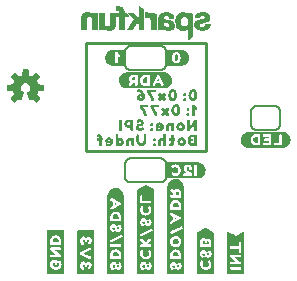
<source format=gbo>
G04 EAGLE Gerber RS-274X export*
G75*
%MOMM*%
%FSLAX34Y34*%
%LPD*%
%INSilkscreen Bottom*%
%IPPOS*%
%AMOC8*
5,1,8,0,0,1.08239X$1,22.5*%
G01*
%ADD10C,0.254000*%
%ADD11C,0.152400*%
%ADD12C,0.203200*%

G36*
X158711Y19869D02*
X158711Y19869D01*
X158718Y19864D01*
X159218Y20064D01*
X159233Y20088D01*
X159240Y20094D01*
X159238Y20097D01*
X159243Y20105D01*
X159249Y20110D01*
X159249Y93710D01*
X159246Y93714D01*
X159249Y93717D01*
X159149Y94413D01*
X159149Y95010D01*
X159143Y95018D01*
X159147Y95024D01*
X158947Y95724D01*
X158946Y95725D01*
X158947Y95726D01*
X158747Y96326D01*
X158744Y96327D01*
X158745Y96329D01*
X158445Y97029D01*
X158437Y97034D01*
X158438Y97041D01*
X158040Y97539D01*
X157641Y98137D01*
X157638Y98138D01*
X157638Y98141D01*
X157238Y98641D01*
X157231Y98643D01*
X157231Y98648D01*
X156731Y99048D01*
X156727Y99049D01*
X156727Y99051D01*
X156129Y99450D01*
X155631Y99848D01*
X155621Y99849D01*
X155619Y99855D01*
X154919Y100155D01*
X154916Y100155D01*
X154916Y100157D01*
X154316Y100357D01*
X154309Y100355D01*
X154307Y100359D01*
X153608Y100459D01*
X153008Y100559D01*
X153007Y100558D01*
X153007Y100559D01*
X152307Y100659D01*
X152298Y100654D01*
X152293Y100659D01*
X151593Y100559D01*
X151592Y100558D01*
X151592Y100559D01*
X150992Y100459D01*
X150989Y100455D01*
X150986Y100457D01*
X150286Y100257D01*
X150285Y100256D01*
X150284Y100257D01*
X149684Y100057D01*
X149681Y100052D01*
X149678Y100054D01*
X149078Y99754D01*
X149076Y99750D01*
X149073Y99751D01*
X148473Y99351D01*
X148472Y99348D01*
X148469Y99348D01*
X147969Y98948D01*
X147968Y98944D01*
X147965Y98945D01*
X146965Y97945D01*
X146965Y97941D01*
X146962Y97941D01*
X146562Y97441D01*
X146561Y97433D01*
X146556Y97432D01*
X146256Y96832D01*
X146257Y96825D01*
X146253Y96824D01*
X146219Y96704D01*
X146176Y96556D01*
X146162Y96507D01*
X146120Y96359D01*
X146078Y96212D01*
X146064Y96162D01*
X146054Y96128D01*
X145756Y95532D01*
X145757Y95526D01*
X145752Y95522D01*
X145755Y95519D01*
X145751Y95517D01*
X145651Y94818D01*
X145551Y94218D01*
X145554Y94213D01*
X145551Y94210D01*
X145551Y20410D01*
X145559Y20399D01*
X145554Y20392D01*
X145754Y19892D01*
X145795Y19867D01*
X145800Y19861D01*
X158700Y19861D01*
X158711Y19869D01*
G37*
G36*
X133747Y19897D02*
X133747Y19897D01*
X133745Y19900D01*
X133749Y19902D01*
X133849Y20502D01*
X133846Y20507D01*
X133849Y20510D01*
X133849Y91010D01*
X133846Y91014D01*
X133849Y91017D01*
X133749Y91717D01*
X133724Y91741D01*
X133722Y91754D01*
X127022Y95054D01*
X126990Y95048D01*
X126978Y95054D01*
X120378Y91754D01*
X120366Y91730D01*
X120353Y91726D01*
X120153Y91126D01*
X120157Y91115D01*
X120151Y91110D01*
X120151Y19910D01*
X120187Y19863D01*
X120194Y19868D01*
X120200Y19861D01*
X133700Y19861D01*
X133747Y19897D01*
G37*
G36*
X108347Y19897D02*
X108347Y19897D01*
X108345Y19900D01*
X108349Y19902D01*
X108449Y20502D01*
X108446Y20507D01*
X108449Y20510D01*
X108449Y86210D01*
X108446Y86214D01*
X108449Y86217D01*
X108249Y87617D01*
X108244Y87622D01*
X108247Y87626D01*
X108047Y88225D01*
X107847Y88924D01*
X107842Y88928D01*
X107844Y88932D01*
X107544Y89532D01*
X107537Y89535D01*
X107538Y89541D01*
X107140Y90039D01*
X106741Y90637D01*
X106738Y90638D01*
X106738Y90641D01*
X106338Y91141D01*
X106328Y91143D01*
X106327Y91151D01*
X105729Y91550D01*
X105231Y91948D01*
X105223Y91949D01*
X105222Y91954D01*
X104022Y92554D01*
X104015Y92553D01*
X104014Y92557D01*
X103314Y92757D01*
X103310Y92756D01*
X103308Y92759D01*
X102708Y92859D01*
X102707Y92858D01*
X102707Y92859D01*
X102007Y92959D01*
X102002Y92956D01*
X102000Y92959D01*
X101300Y92959D01*
X101296Y92956D01*
X101293Y92959D01*
X100593Y92859D01*
X100592Y92858D01*
X100592Y92859D01*
X99992Y92759D01*
X99989Y92755D01*
X99986Y92757D01*
X99286Y92557D01*
X99285Y92556D01*
X99284Y92557D01*
X98684Y92357D01*
X98679Y92349D01*
X98673Y92351D01*
X98075Y91953D01*
X97478Y91654D01*
X97473Y91644D01*
X97465Y91645D01*
X96465Y90645D01*
X96465Y90641D01*
X96462Y90641D01*
X96062Y90141D01*
X96061Y90133D01*
X96056Y90132D01*
X95757Y89535D01*
X95359Y88937D01*
X95360Y88928D01*
X95359Y88927D01*
X95353Y88926D01*
X94953Y87726D01*
X94955Y87719D01*
X94951Y87717D01*
X94751Y86317D01*
X94753Y86313D01*
X94753Y86312D01*
X94751Y86310D01*
X94751Y20010D01*
X94787Y19963D01*
X94790Y19965D01*
X94792Y19961D01*
X95392Y19861D01*
X95397Y19864D01*
X95400Y19861D01*
X108300Y19861D01*
X108347Y19897D01*
G37*
G36*
X142704Y177304D02*
X142704Y177304D01*
X142707Y177301D01*
X144107Y177501D01*
X144108Y177502D01*
X144108Y177501D01*
X144708Y177601D01*
X144714Y177608D01*
X144719Y177605D01*
X145419Y177905D01*
X145421Y177907D01*
X145422Y177906D01*
X146022Y178206D01*
X146023Y178209D01*
X146025Y178208D01*
X146525Y178508D01*
X146526Y178509D01*
X146527Y178509D01*
X147127Y178909D01*
X147130Y178916D01*
X147135Y178915D01*
X147635Y179415D01*
X147635Y179419D01*
X147638Y179419D01*
X148038Y179919D01*
X148039Y179923D01*
X148041Y179923D01*
X148441Y180523D01*
X148441Y180527D01*
X148444Y180528D01*
X149044Y181728D01*
X149043Y181733D01*
X149047Y181734D01*
X149247Y182334D01*
X149246Y182336D01*
X149247Y182336D01*
X149268Y182409D01*
X149282Y182459D01*
X149324Y182606D01*
X149325Y182606D01*
X149324Y182606D01*
X149367Y182754D01*
X149381Y182803D01*
X149423Y182951D01*
X149447Y183036D01*
X149444Y183046D01*
X149449Y183050D01*
X149449Y185050D01*
X149446Y185054D01*
X149449Y185057D01*
X149349Y185757D01*
X149344Y185762D01*
X149347Y185766D01*
X149147Y186366D01*
X149144Y186367D01*
X149145Y186369D01*
X148845Y187069D01*
X148843Y187071D01*
X148844Y187072D01*
X148544Y187672D01*
X148537Y187675D01*
X148538Y187681D01*
X147738Y188681D01*
X147734Y188682D01*
X147735Y188685D01*
X146735Y189685D01*
X146723Y189686D01*
X146722Y189694D01*
X144922Y190594D01*
X144917Y190593D01*
X144916Y190597D01*
X144316Y190797D01*
X144311Y190795D01*
X144309Y190795D01*
X144307Y190799D01*
X142907Y190999D01*
X142902Y190996D01*
X142900Y190999D01*
X110800Y190999D01*
X110795Y190996D01*
X110792Y190999D01*
X110192Y190899D01*
X110189Y190895D01*
X110186Y190897D01*
X109486Y190697D01*
X109485Y190696D01*
X109484Y190697D01*
X108884Y190497D01*
X108883Y190494D01*
X108881Y190495D01*
X108181Y190195D01*
X108179Y190193D01*
X108178Y190194D01*
X107578Y189894D01*
X107575Y189887D01*
X107569Y189888D01*
X107069Y189488D01*
X107068Y189484D01*
X107065Y189485D01*
X106567Y188987D01*
X106069Y188588D01*
X106067Y188578D01*
X106059Y188577D01*
X105659Y187977D01*
X105659Y187973D01*
X105656Y187972D01*
X104756Y186172D01*
X104758Y186161D01*
X104751Y186157D01*
X104651Y185458D01*
X104551Y184858D01*
X104552Y184857D01*
X104551Y184857D01*
X104451Y184157D01*
X104456Y184148D01*
X104451Y184143D01*
X104651Y182743D01*
X104656Y182738D01*
X104653Y182734D01*
X104853Y182135D01*
X105053Y181436D01*
X105058Y181432D01*
X105056Y181428D01*
X105356Y180828D01*
X105359Y180827D01*
X105358Y180825D01*
X105658Y180325D01*
X105663Y180323D01*
X105662Y180318D01*
X106162Y179719D01*
X106562Y179219D01*
X106569Y179217D01*
X106569Y179212D01*
X107069Y178812D01*
X107073Y178811D01*
X107073Y178809D01*
X107673Y178409D01*
X107677Y178409D01*
X107678Y178406D01*
X108878Y177806D01*
X108883Y177807D01*
X108884Y177803D01*
X109484Y177603D01*
X109486Y177604D01*
X109486Y177603D01*
X110186Y177403D01*
X110191Y177405D01*
X110193Y177401D01*
X110893Y177301D01*
X110898Y177304D01*
X110900Y177301D01*
X142700Y177301D01*
X142704Y177304D01*
G37*
G36*
X243004Y126954D02*
X243004Y126954D01*
X243007Y126951D01*
X244407Y127151D01*
X244412Y127156D01*
X244416Y127153D01*
X245015Y127353D01*
X245714Y127553D01*
X245718Y127558D01*
X245722Y127556D01*
X246322Y127856D01*
X246325Y127863D01*
X246331Y127862D01*
X246829Y128260D01*
X247427Y128659D01*
X247430Y128666D01*
X247435Y128665D01*
X247935Y129165D01*
X247935Y129169D01*
X247938Y129169D01*
X248738Y130169D01*
X248739Y130177D01*
X248744Y130178D01*
X249044Y130778D01*
X249044Y130780D01*
X249045Y130781D01*
X249345Y131481D01*
X249345Y131484D01*
X249347Y131484D01*
X249547Y132084D01*
X249545Y132091D01*
X249549Y132093D01*
X249749Y133493D01*
X249746Y133498D01*
X249749Y133500D01*
X249749Y134100D01*
X249746Y134104D01*
X249749Y134107D01*
X249649Y134807D01*
X249645Y134811D01*
X249647Y134814D01*
X249447Y135514D01*
X249446Y135515D01*
X249447Y135516D01*
X249047Y136716D01*
X249042Y136719D01*
X249044Y136722D01*
X248744Y137322D01*
X248740Y137324D01*
X248741Y137327D01*
X248341Y137927D01*
X248334Y137930D01*
X248335Y137935D01*
X247335Y138935D01*
X247331Y138935D01*
X247331Y138938D01*
X246831Y139338D01*
X246827Y139339D01*
X246827Y139341D01*
X246227Y139741D01*
X246223Y139741D01*
X246222Y139744D01*
X245622Y140044D01*
X245617Y140043D01*
X245616Y140047D01*
X244416Y140447D01*
X244411Y140445D01*
X244409Y140445D01*
X244407Y140449D01*
X243707Y140549D01*
X243702Y140546D01*
X243700Y140549D01*
X213800Y140549D01*
X213796Y140546D01*
X213793Y140549D01*
X212393Y140349D01*
X212388Y140344D01*
X212384Y140347D01*
X211784Y140147D01*
X211781Y140142D01*
X211778Y140144D01*
X211178Y139844D01*
X211176Y139840D01*
X211173Y139841D01*
X209973Y139041D01*
X209972Y139038D01*
X209969Y139038D01*
X209469Y138638D01*
X209467Y138631D01*
X209462Y138631D01*
X209062Y138131D01*
X209061Y138127D01*
X209059Y138127D01*
X208660Y137529D01*
X208262Y137031D01*
X208261Y137021D01*
X208255Y137019D01*
X207955Y136319D01*
X207956Y136316D01*
X207953Y136316D01*
X207753Y135716D01*
X207755Y135709D01*
X207751Y135707D01*
X207651Y135008D01*
X207551Y134408D01*
X207552Y134407D01*
X207551Y134407D01*
X207451Y133707D01*
X207456Y133698D01*
X207451Y133693D01*
X207551Y132993D01*
X207552Y132992D01*
X207551Y132992D01*
X207651Y132392D01*
X207655Y132389D01*
X207653Y132386D01*
X207853Y131686D01*
X207854Y131685D01*
X207853Y131684D01*
X208053Y131084D01*
X208058Y131081D01*
X208056Y131078D01*
X208356Y130478D01*
X208360Y130476D01*
X208359Y130473D01*
X209159Y129273D01*
X209166Y129270D01*
X209165Y129265D01*
X209565Y128865D01*
X209569Y128865D01*
X209568Y128862D01*
X210168Y128362D01*
X210169Y128362D01*
X210669Y127962D01*
X210677Y127961D01*
X210678Y127956D01*
X211878Y127356D01*
X211885Y127357D01*
X211886Y127353D01*
X212586Y127153D01*
X212590Y127154D01*
X212592Y127151D01*
X213192Y127051D01*
X213193Y127052D01*
X213193Y127051D01*
X213893Y126951D01*
X213898Y126954D01*
X213900Y126951D01*
X243000Y126951D01*
X243004Y126954D01*
G37*
G36*
X57647Y19897D02*
X57647Y19897D01*
X57642Y19904D01*
X57649Y19910D01*
X57649Y57110D01*
X57646Y57115D01*
X57649Y57118D01*
X57549Y57718D01*
X57505Y57759D01*
X57503Y57756D01*
X57500Y57759D01*
X44000Y57759D01*
X43953Y57723D01*
X43958Y57716D01*
X43951Y57710D01*
X43951Y20510D01*
X43954Y20505D01*
X43951Y20502D01*
X44051Y19902D01*
X44095Y19861D01*
X44098Y19864D01*
X44100Y19861D01*
X57600Y19861D01*
X57647Y19897D01*
G37*
G36*
X184547Y19897D02*
X184547Y19897D01*
X184545Y19900D01*
X184549Y19902D01*
X184649Y20502D01*
X184646Y20507D01*
X184649Y20510D01*
X184649Y55110D01*
X184635Y55128D01*
X184638Y55141D01*
X184238Y55641D01*
X184224Y55645D01*
X184222Y55654D01*
X178122Y58654D01*
X178106Y58651D01*
X178100Y58659D01*
X177500Y58659D01*
X177487Y58650D01*
X177478Y58654D01*
X171478Y55654D01*
X171475Y55647D01*
X171469Y55648D01*
X170969Y55248D01*
X170962Y55218D01*
X170951Y55210D01*
X170951Y20010D01*
X170987Y19963D01*
X170990Y19965D01*
X170992Y19961D01*
X171592Y19861D01*
X171597Y19864D01*
X171600Y19861D01*
X184500Y19861D01*
X184547Y19897D01*
G37*
G36*
X82511Y19869D02*
X82511Y19869D01*
X82518Y19864D01*
X83018Y20064D01*
X83033Y20088D01*
X83040Y20094D01*
X83038Y20097D01*
X83043Y20105D01*
X83049Y20110D01*
X83049Y56410D01*
X83046Y56415D01*
X83049Y56418D01*
X82949Y57018D01*
X82905Y57059D01*
X82903Y57056D01*
X82900Y57059D01*
X70000Y57059D01*
X69995Y57056D01*
X69992Y57059D01*
X69392Y56959D01*
X69351Y56915D01*
X69354Y56913D01*
X69351Y56910D01*
X69351Y20410D01*
X69359Y20399D01*
X69354Y20392D01*
X69554Y19892D01*
X69595Y19867D01*
X69600Y19861D01*
X82500Y19861D01*
X82511Y19869D01*
G37*
G36*
X34720Y165246D02*
X34720Y165246D01*
X34828Y165256D01*
X34841Y165262D01*
X34855Y165264D01*
X34952Y165312D01*
X35051Y165357D01*
X35064Y165368D01*
X35073Y165372D01*
X35088Y165388D01*
X35165Y165450D01*
X37750Y168035D01*
X37813Y168124D01*
X37879Y168209D01*
X37884Y168222D01*
X37892Y168234D01*
X37923Y168337D01*
X37959Y168440D01*
X37959Y168454D01*
X37963Y168467D01*
X37959Y168575D01*
X37960Y168684D01*
X37955Y168697D01*
X37955Y168711D01*
X37917Y168813D01*
X37882Y168915D01*
X37873Y168930D01*
X37869Y168939D01*
X37855Y168956D01*
X37801Y169038D01*
X35037Y172428D01*
X35594Y173510D01*
X35600Y173530D01*
X35642Y173625D01*
X36013Y174784D01*
X40364Y175227D01*
X40468Y175255D01*
X40574Y175280D01*
X40586Y175287D01*
X40599Y175290D01*
X40689Y175351D01*
X40782Y175408D01*
X40790Y175419D01*
X40802Y175427D01*
X40868Y175513D01*
X40937Y175597D01*
X40941Y175610D01*
X40950Y175621D01*
X40984Y175724D01*
X41023Y175825D01*
X41024Y175843D01*
X41028Y175852D01*
X41028Y175874D01*
X41037Y175972D01*
X41037Y179628D01*
X41020Y179735D01*
X41006Y179843D01*
X41000Y179855D01*
X40998Y179869D01*
X40946Y179965D01*
X40899Y180062D01*
X40889Y180072D01*
X40883Y180084D01*
X40803Y180158D01*
X40727Y180235D01*
X40715Y180241D01*
X40705Y180251D01*
X40606Y180296D01*
X40509Y180344D01*
X40491Y180348D01*
X40482Y180352D01*
X40461Y180354D01*
X40364Y180373D01*
X36013Y180816D01*
X35642Y181975D01*
X35633Y181993D01*
X35631Y182000D01*
X35627Y182007D01*
X35594Y182090D01*
X35037Y183172D01*
X37801Y186562D01*
X37855Y186656D01*
X37912Y186748D01*
X37915Y186761D01*
X37922Y186773D01*
X37943Y186880D01*
X37968Y186985D01*
X37966Y186999D01*
X37969Y187013D01*
X37954Y187120D01*
X37944Y187228D01*
X37938Y187241D01*
X37936Y187255D01*
X37888Y187352D01*
X37843Y187451D01*
X37832Y187464D01*
X37828Y187473D01*
X37812Y187488D01*
X37750Y187565D01*
X35165Y190150D01*
X35076Y190213D01*
X34991Y190279D01*
X34978Y190284D01*
X34966Y190292D01*
X34863Y190323D01*
X34760Y190359D01*
X34746Y190359D01*
X34733Y190363D01*
X34625Y190359D01*
X34516Y190360D01*
X34503Y190355D01*
X34489Y190355D01*
X34387Y190317D01*
X34285Y190282D01*
X34270Y190273D01*
X34261Y190269D01*
X34244Y190255D01*
X34162Y190201D01*
X30772Y187437D01*
X29690Y187994D01*
X29670Y188000D01*
X29575Y188042D01*
X28416Y188413D01*
X27973Y192764D01*
X27945Y192868D01*
X27920Y192974D01*
X27913Y192986D01*
X27910Y192999D01*
X27849Y193089D01*
X27792Y193182D01*
X27781Y193190D01*
X27773Y193202D01*
X27687Y193268D01*
X27603Y193337D01*
X27590Y193341D01*
X27579Y193350D01*
X27476Y193384D01*
X27375Y193423D01*
X27357Y193424D01*
X27348Y193428D01*
X27326Y193428D01*
X27228Y193437D01*
X23572Y193437D01*
X23465Y193420D01*
X23357Y193406D01*
X23345Y193400D01*
X23331Y193398D01*
X23235Y193346D01*
X23138Y193299D01*
X23128Y193289D01*
X23116Y193283D01*
X23042Y193203D01*
X22965Y193127D01*
X22959Y193115D01*
X22949Y193105D01*
X22904Y193006D01*
X22856Y192909D01*
X22852Y192891D01*
X22848Y192882D01*
X22846Y192861D01*
X22827Y192764D01*
X22384Y188413D01*
X21225Y188042D01*
X21207Y188032D01*
X21110Y187994D01*
X20028Y187437D01*
X16638Y190201D01*
X16544Y190255D01*
X16452Y190312D01*
X16439Y190315D01*
X16427Y190322D01*
X16320Y190343D01*
X16215Y190368D01*
X16201Y190366D01*
X16187Y190369D01*
X16080Y190354D01*
X15972Y190344D01*
X15959Y190338D01*
X15946Y190336D01*
X15848Y190288D01*
X15749Y190243D01*
X15736Y190232D01*
X15727Y190228D01*
X15712Y190212D01*
X15635Y190150D01*
X13050Y187565D01*
X12987Y187476D01*
X12921Y187391D01*
X12916Y187378D01*
X12908Y187366D01*
X12877Y187263D01*
X12841Y187160D01*
X12841Y187146D01*
X12837Y187133D01*
X12841Y187025D01*
X12840Y186916D01*
X12845Y186903D01*
X12845Y186889D01*
X12883Y186787D01*
X12918Y186685D01*
X12927Y186670D01*
X12931Y186661D01*
X12945Y186644D01*
X12999Y186562D01*
X15763Y183172D01*
X15206Y182090D01*
X15200Y182070D01*
X15158Y181975D01*
X14787Y180816D01*
X10436Y180373D01*
X10332Y180345D01*
X10226Y180320D01*
X10214Y180313D01*
X10201Y180310D01*
X10111Y180249D01*
X10018Y180192D01*
X10010Y180181D01*
X9998Y180173D01*
X9932Y180087D01*
X9864Y180003D01*
X9859Y179990D01*
X9850Y179979D01*
X9816Y179876D01*
X9777Y179775D01*
X9776Y179757D01*
X9772Y179748D01*
X9773Y179726D01*
X9763Y179628D01*
X9763Y175972D01*
X9780Y175865D01*
X9794Y175757D01*
X9800Y175745D01*
X9802Y175731D01*
X9854Y175635D01*
X9901Y175538D01*
X9911Y175528D01*
X9917Y175516D01*
X9997Y175442D01*
X10073Y175365D01*
X10085Y175359D01*
X10096Y175349D01*
X10194Y175304D01*
X10291Y175256D01*
X10309Y175252D01*
X10318Y175248D01*
X10339Y175246D01*
X10436Y175227D01*
X14787Y174784D01*
X15158Y173625D01*
X15168Y173607D01*
X15206Y173510D01*
X15763Y172428D01*
X12999Y169038D01*
X12945Y168944D01*
X12888Y168852D01*
X12885Y168839D01*
X12878Y168827D01*
X12857Y168720D01*
X12832Y168615D01*
X12834Y168601D01*
X12831Y168587D01*
X12846Y168480D01*
X12856Y168372D01*
X12862Y168359D01*
X12864Y168346D01*
X12912Y168248D01*
X12957Y168149D01*
X12968Y168136D01*
X12972Y168127D01*
X12988Y168112D01*
X13050Y168035D01*
X15635Y165450D01*
X15724Y165387D01*
X15809Y165321D01*
X15822Y165316D01*
X15834Y165308D01*
X15937Y165277D01*
X16040Y165241D01*
X16054Y165241D01*
X16067Y165237D01*
X16175Y165241D01*
X16284Y165240D01*
X16297Y165245D01*
X16311Y165245D01*
X16413Y165283D01*
X16515Y165318D01*
X16530Y165327D01*
X16539Y165331D01*
X16556Y165345D01*
X16638Y165399D01*
X20028Y168163D01*
X21110Y167606D01*
X21163Y167589D01*
X21212Y167563D01*
X21278Y167552D01*
X21342Y167531D01*
X21398Y167532D01*
X21452Y167523D01*
X21519Y167534D01*
X21586Y167535D01*
X21638Y167553D01*
X21693Y167562D01*
X21753Y167594D01*
X21816Y167617D01*
X21859Y167651D01*
X21909Y167677D01*
X21955Y167726D01*
X22007Y167768D01*
X22038Y167815D01*
X22076Y167855D01*
X22132Y167960D01*
X22140Y167973D01*
X22141Y167978D01*
X22145Y167985D01*
X24298Y173182D01*
X24318Y173265D01*
X24323Y173278D01*
X24325Y173294D01*
X24350Y173379D01*
X24349Y173400D01*
X24354Y173420D01*
X24346Y173502D01*
X24347Y173521D01*
X24343Y173541D01*
X24339Y173622D01*
X24332Y173642D01*
X24330Y173663D01*
X24298Y173732D01*
X24292Y173759D01*
X24277Y173783D01*
X24251Y173850D01*
X24238Y173866D01*
X24229Y173885D01*
X24184Y173934D01*
X24164Y173966D01*
X24133Y173991D01*
X24095Y174037D01*
X24072Y174053D01*
X24062Y174063D01*
X24041Y174075D01*
X23976Y174120D01*
X23975Y174121D01*
X23974Y174122D01*
X23075Y174628D01*
X22388Y175272D01*
X21873Y176060D01*
X21561Y176948D01*
X21469Y177885D01*
X21602Y178817D01*
X21953Y179691D01*
X22502Y180456D01*
X23216Y181069D01*
X24056Y181494D01*
X24973Y181708D01*
X25914Y181698D01*
X26826Y181464D01*
X27656Y181021D01*
X28357Y180392D01*
X28889Y179615D01*
X29220Y178734D01*
X29333Y177799D01*
X29225Y176882D01*
X28905Y176014D01*
X28391Y175245D01*
X27712Y174618D01*
X26828Y174123D01*
X26786Y174090D01*
X26744Y174067D01*
X26713Y174034D01*
X26665Y173999D01*
X26653Y173983D01*
X26637Y173970D01*
X26602Y173915D01*
X26577Y173889D01*
X26564Y173859D01*
X26522Y173801D01*
X26516Y173782D01*
X26506Y173765D01*
X26487Y173690D01*
X26477Y173667D01*
X26474Y173643D01*
X26451Y173568D01*
X26452Y173548D01*
X26447Y173528D01*
X26454Y173442D01*
X26453Y173424D01*
X26456Y173408D01*
X26459Y173324D01*
X26467Y173299D01*
X26468Y173285D01*
X26478Y173263D01*
X26502Y173182D01*
X27431Y170939D01*
X27431Y170938D01*
X28362Y168691D01*
X28363Y168691D01*
X28655Y167985D01*
X28684Y167938D01*
X28705Y167886D01*
X28748Y167835D01*
X28784Y167778D01*
X28827Y167743D01*
X28863Y167700D01*
X28920Y167666D01*
X28972Y167623D01*
X29024Y167604D01*
X29072Y167575D01*
X29138Y167561D01*
X29201Y167537D01*
X29256Y167535D01*
X29310Y167524D01*
X29377Y167531D01*
X29444Y167529D01*
X29498Y167545D01*
X29553Y167552D01*
X29664Y167596D01*
X29678Y167600D01*
X29682Y167603D01*
X29690Y167606D01*
X30772Y168163D01*
X34162Y165399D01*
X34256Y165345D01*
X34348Y165288D01*
X34361Y165285D01*
X34373Y165278D01*
X34480Y165257D01*
X34585Y165232D01*
X34599Y165234D01*
X34613Y165231D01*
X34720Y165246D01*
G37*
G36*
X209726Y19880D02*
X209726Y19880D01*
X209739Y19880D01*
X210039Y20280D01*
X210039Y20288D01*
X210043Y20291D01*
X210039Y20295D01*
X210039Y20302D01*
X210049Y20310D01*
X210049Y55810D01*
X210048Y55811D01*
X210049Y55812D01*
X210046Y55815D01*
X210013Y55857D01*
X209999Y55847D01*
X209984Y55857D01*
X209384Y55657D01*
X209381Y55652D01*
X209378Y55654D01*
X203296Y52563D01*
X202719Y52756D01*
X196622Y55754D01*
X196563Y55743D01*
X196564Y55738D01*
X196559Y55737D01*
X196359Y55437D01*
X196359Y55433D01*
X196359Y55432D01*
X196360Y55417D01*
X196351Y55410D01*
X196351Y20110D01*
X196380Y20072D01*
X196382Y20064D01*
X196882Y19864D01*
X196895Y19868D01*
X196900Y19861D01*
X209700Y19861D01*
X209726Y19880D01*
G37*
G36*
X171305Y101104D02*
X171305Y101104D01*
X171308Y101101D01*
X171908Y101201D01*
X172607Y101301D01*
X172612Y101306D01*
X172616Y101303D01*
X173216Y101503D01*
X173217Y101506D01*
X173219Y101505D01*
X173919Y101805D01*
X173921Y101807D01*
X173922Y101806D01*
X174522Y102106D01*
X174523Y102109D01*
X174525Y102108D01*
X175025Y102408D01*
X175027Y102413D01*
X175032Y102412D01*
X175632Y102912D01*
X175633Y102919D01*
X175638Y102919D01*
X176037Y103417D01*
X176535Y103915D01*
X176535Y103919D01*
X176538Y103919D01*
X176938Y104419D01*
X176939Y104427D01*
X176944Y104428D01*
X177244Y105028D01*
X177243Y105035D01*
X177247Y105036D01*
X177287Y105175D01*
X177329Y105323D01*
X177343Y105372D01*
X177385Y105520D01*
X177386Y105520D01*
X177385Y105520D01*
X177428Y105668D01*
X177442Y105717D01*
X177447Y105735D01*
X177647Y106334D01*
X177645Y106341D01*
X177649Y106343D01*
X177849Y107743D01*
X177846Y107748D01*
X177849Y107750D01*
X177849Y108350D01*
X177846Y108354D01*
X177849Y108357D01*
X177649Y109757D01*
X177644Y109762D01*
X177647Y109766D01*
X177447Y110366D01*
X177442Y110369D01*
X177444Y110372D01*
X177144Y110972D01*
X177140Y110974D01*
X177141Y110977D01*
X176743Y111575D01*
X176444Y112172D01*
X176434Y112177D01*
X176435Y112185D01*
X175435Y113185D01*
X175431Y113185D01*
X175431Y113188D01*
X174931Y113588D01*
X174923Y113589D01*
X174922Y113594D01*
X173122Y114494D01*
X173111Y114492D01*
X173107Y114499D01*
X172407Y114599D01*
X171708Y114699D01*
X171108Y114799D01*
X171103Y114796D01*
X171100Y114799D01*
X143900Y114799D01*
X143862Y114770D01*
X143854Y114768D01*
X143654Y114268D01*
X143655Y114266D01*
X143653Y114264D01*
X143657Y114258D01*
X143658Y114255D01*
X143651Y114250D01*
X143651Y101350D01*
X143676Y101317D01*
X143678Y101306D01*
X144078Y101106D01*
X144094Y101109D01*
X144100Y101101D01*
X171300Y101101D01*
X171305Y101104D01*
G37*
G36*
X157504Y196354D02*
X157504Y196354D01*
X157507Y196351D01*
X158207Y196451D01*
X158212Y196456D01*
X158216Y196453D01*
X158815Y196653D01*
X159514Y196853D01*
X159515Y196854D01*
X159516Y196853D01*
X160116Y197053D01*
X160121Y197061D01*
X160127Y197059D01*
X160727Y197459D01*
X160728Y197462D01*
X160731Y197462D01*
X161731Y198262D01*
X161732Y198266D01*
X161735Y198265D01*
X162235Y198765D01*
X162235Y198769D01*
X162238Y198769D01*
X162638Y199269D01*
X162639Y199273D01*
X162641Y199273D01*
X163041Y199873D01*
X163041Y199877D01*
X163044Y199878D01*
X163344Y200478D01*
X163343Y200485D01*
X163347Y200486D01*
X163358Y200524D01*
X163400Y200671D01*
X163414Y200721D01*
X163456Y200868D01*
X163457Y200868D01*
X163456Y200868D01*
X163499Y201016D01*
X163513Y201065D01*
X163547Y201185D01*
X163747Y201784D01*
X163745Y201791D01*
X163749Y201793D01*
X163849Y202493D01*
X163846Y202498D01*
X163849Y202500D01*
X163849Y203800D01*
X163846Y203804D01*
X163849Y203807D01*
X163749Y204507D01*
X163745Y204511D01*
X163747Y204514D01*
X163547Y205214D01*
X163546Y205215D01*
X163547Y205216D01*
X163347Y205816D01*
X163342Y205819D01*
X163344Y205822D01*
X163044Y206422D01*
X163040Y206424D01*
X163041Y206427D01*
X162641Y207027D01*
X162638Y207028D01*
X162638Y207031D01*
X161838Y208031D01*
X161834Y208032D01*
X161835Y208035D01*
X161335Y208535D01*
X161328Y208536D01*
X161327Y208541D01*
X160727Y208941D01*
X160723Y208941D01*
X160722Y208944D01*
X159522Y209544D01*
X159517Y209543D01*
X159516Y209547D01*
X158916Y209747D01*
X158914Y209746D01*
X158914Y209747D01*
X158214Y209947D01*
X158209Y209946D01*
X158207Y209949D01*
X157507Y210049D01*
X157502Y210046D01*
X157500Y210049D01*
X157100Y210049D01*
X157073Y210029D01*
X157060Y210028D01*
X157039Y210000D01*
X157038Y210031D01*
X157014Y210030D01*
X157000Y210049D01*
X144800Y210049D01*
X144791Y210042D01*
X144786Y210042D01*
X144784Y210041D01*
X144778Y210044D01*
X144378Y209844D01*
X144366Y209819D01*
X144353Y209809D01*
X144356Y209804D01*
X144351Y209800D01*
X144351Y196900D01*
X144359Y196889D01*
X144354Y196882D01*
X144554Y196382D01*
X144595Y196357D01*
X144600Y196351D01*
X157500Y196351D01*
X157504Y196354D01*
G37*
G36*
X163108Y217990D02*
X163108Y217990D01*
X163191Y217993D01*
X163195Y217996D01*
X163199Y217996D01*
X163328Y218063D01*
X163828Y218463D01*
X163839Y218478D01*
X163859Y218491D01*
X164344Y218976D01*
X165328Y219763D01*
X165339Y219778D01*
X165359Y219791D01*
X166244Y220676D01*
X166728Y221063D01*
X166739Y221078D01*
X166759Y221091D01*
X167259Y221591D01*
X167299Y221656D01*
X167343Y221718D01*
X167345Y221730D01*
X167350Y221738D01*
X167354Y221775D01*
X167370Y221860D01*
X167370Y240260D01*
X167367Y240273D01*
X167369Y240287D01*
X167348Y240357D01*
X167331Y240429D01*
X167322Y240439D01*
X167318Y240452D01*
X167267Y240506D01*
X167221Y240562D01*
X167208Y240568D01*
X167199Y240578D01*
X167065Y240633D01*
X166573Y240731D01*
X166182Y240829D01*
X166174Y240829D01*
X166165Y240833D01*
X165665Y240933D01*
X165633Y240932D01*
X165590Y240940D01*
X165228Y240940D01*
X164273Y241131D01*
X163882Y241229D01*
X163874Y241229D01*
X163865Y241233D01*
X163365Y241333D01*
X163363Y241333D01*
X163362Y241333D01*
X163278Y241330D01*
X163191Y241327D01*
X163190Y241327D01*
X163189Y241327D01*
X163115Y241286D01*
X163039Y241245D01*
X163038Y241244D01*
X163037Y241244D01*
X162989Y241175D01*
X162938Y241104D01*
X162938Y241103D01*
X162937Y241102D01*
X162910Y240960D01*
X162910Y240244D01*
X162787Y240398D01*
X162764Y240415D01*
X162686Y240486D01*
X161686Y241086D01*
X161673Y241090D01*
X161660Y241100D01*
X161060Y241400D01*
X161022Y241409D01*
X160953Y241435D01*
X159153Y241735D01*
X159114Y241733D01*
X159043Y241737D01*
X157443Y241537D01*
X157409Y241525D01*
X157354Y241515D01*
X156054Y241015D01*
X156027Y240997D01*
X155986Y240981D01*
X154886Y240281D01*
X154862Y240257D01*
X154821Y240229D01*
X153921Y239329D01*
X153901Y239297D01*
X153862Y239252D01*
X153162Y238052D01*
X153154Y238026D01*
X153135Y237997D01*
X152635Y236697D01*
X152632Y236671D01*
X152618Y236640D01*
X152318Y235240D01*
X152319Y235207D01*
X152310Y235160D01*
X152310Y233760D01*
X152313Y233748D01*
X152311Y233733D01*
X152411Y232333D01*
X152414Y232321D01*
X152414Y232306D01*
X152614Y230906D01*
X152627Y230871D01*
X152639Y230814D01*
X153139Y229614D01*
X153155Y229591D01*
X153169Y229556D01*
X153869Y228456D01*
X153893Y228432D01*
X153921Y228391D01*
X154821Y227491D01*
X154845Y227476D01*
X154872Y227449D01*
X155872Y226749D01*
X155906Y226735D01*
X155954Y226705D01*
X157254Y226205D01*
X157292Y226200D01*
X157365Y226181D01*
X158865Y226081D01*
X158876Y226082D01*
X158890Y226080D01*
X159490Y226080D01*
X159516Y226086D01*
X159553Y226085D01*
X160153Y226185D01*
X160176Y226195D01*
X160210Y226199D01*
X161410Y226599D01*
X161439Y226617D01*
X161486Y226634D01*
X161986Y226934D01*
X162002Y226950D01*
X162028Y226963D01*
X162528Y227363D01*
X162539Y227378D01*
X162559Y227391D01*
X162710Y227542D01*
X162710Y218360D01*
X162711Y218356D01*
X162710Y218351D01*
X162730Y218271D01*
X162749Y218191D01*
X162752Y218188D01*
X162753Y218183D01*
X162807Y218121D01*
X162859Y218058D01*
X162864Y218056D01*
X162867Y218052D01*
X162943Y218020D01*
X163018Y217987D01*
X163022Y217987D01*
X163026Y217985D01*
X163108Y217990D01*
G37*
G36*
X109188Y196364D02*
X109188Y196364D01*
X109200Y196361D01*
X109600Y196661D01*
X109604Y196677D01*
X109611Y196682D01*
X109607Y196688D01*
X109609Y196692D01*
X109619Y196700D01*
X109619Y209600D01*
X109603Y209621D01*
X109605Y209635D01*
X109205Y210035D01*
X109180Y210038D01*
X109177Y210042D01*
X109175Y210042D01*
X109170Y210049D01*
X99370Y210049D01*
X99366Y210046D01*
X99363Y210049D01*
X97963Y209849D01*
X97960Y209845D01*
X97958Y209845D01*
X97957Y209845D01*
X97954Y209847D01*
X97354Y209647D01*
X97351Y209642D01*
X97348Y209644D01*
X96148Y209044D01*
X96146Y209040D01*
X96143Y209041D01*
X95543Y208641D01*
X95542Y208638D01*
X95539Y208638D01*
X95039Y208238D01*
X95038Y208234D01*
X95035Y208235D01*
X94535Y207735D01*
X94535Y207731D01*
X94532Y207731D01*
X94132Y207231D01*
X94131Y207227D01*
X94129Y207227D01*
X93729Y206627D01*
X93729Y206623D01*
X93726Y206622D01*
X93126Y205422D01*
X93127Y205417D01*
X93123Y205416D01*
X92923Y204816D01*
X92925Y204809D01*
X92921Y204807D01*
X92721Y203407D01*
X92726Y203398D01*
X92721Y203393D01*
X92821Y202697D01*
X92821Y202100D01*
X92827Y202092D01*
X92823Y202086D01*
X93223Y200686D01*
X93228Y200682D01*
X93226Y200678D01*
X93826Y199478D01*
X93833Y199475D01*
X93832Y199469D01*
X94232Y198969D01*
X94236Y198968D01*
X94235Y198965D01*
X95235Y197965D01*
X95239Y197965D01*
X95239Y197962D01*
X95739Y197562D01*
X95743Y197561D01*
X95743Y197559D01*
X96343Y197159D01*
X96352Y197160D01*
X96354Y197153D01*
X96951Y196954D01*
X97548Y196656D01*
X97559Y196658D01*
X97563Y196651D01*
X98263Y196551D01*
X98962Y196451D01*
X99562Y196351D01*
X99598Y196370D01*
X99609Y196370D01*
X99631Y196398D01*
X99630Y196371D01*
X99655Y196371D01*
X99670Y196351D01*
X109170Y196351D01*
X109188Y196364D01*
G37*
G36*
X147220Y225987D02*
X147220Y225987D01*
X147265Y225987D01*
X147728Y226080D01*
X148190Y226080D01*
X148205Y226083D01*
X148220Y226081D01*
X148352Y226118D01*
X148359Y226119D01*
X148359Y226120D01*
X148360Y226120D01*
X148723Y226301D01*
X149082Y226391D01*
X149112Y226407D01*
X149160Y226420D01*
X149880Y226780D01*
X149960Y226820D01*
X149976Y226833D01*
X150001Y226844D01*
X150301Y227044D01*
X150322Y227067D01*
X150359Y227091D01*
X150959Y227691D01*
X150971Y227711D01*
X150994Y227732D01*
X151294Y228132D01*
X151306Y228158D01*
X151330Y228190D01*
X151530Y228590D01*
X151538Y228623D01*
X151559Y228668D01*
X151759Y229468D01*
X151759Y229476D01*
X151763Y229485D01*
X151863Y229985D01*
X151862Y230017D01*
X151870Y230060D01*
X151870Y230560D01*
X151867Y230575D01*
X151869Y230594D01*
X151769Y231694D01*
X151758Y231728D01*
X151751Y231780D01*
X151451Y232680D01*
X151430Y232714D01*
X151399Y232781D01*
X150899Y233481D01*
X150879Y233499D01*
X150859Y233529D01*
X150259Y234129D01*
X150226Y234149D01*
X150179Y234190D01*
X149479Y234590D01*
X149453Y234598D01*
X149424Y234616D01*
X148624Y234916D01*
X148600Y234919D01*
X148573Y234931D01*
X147673Y235131D01*
X147656Y235131D01*
X147637Y235137D01*
X146855Y235235D01*
X145973Y235431D01*
X145954Y235431D01*
X145932Y235438D01*
X145033Y235538D01*
X144241Y235637D01*
X143578Y235732D01*
X143069Y235901D01*
X142762Y236132D01*
X142546Y236419D01*
X142470Y236798D01*
X142470Y236998D01*
X142551Y237240D01*
X142554Y237277D01*
X142560Y237308D01*
X142563Y237315D01*
X142563Y237323D01*
X142570Y237360D01*
X142570Y237470D01*
X142703Y237735D01*
X142915Y237948D01*
X143380Y238180D01*
X143490Y238180D01*
X143505Y238183D01*
X143520Y238181D01*
X143652Y238218D01*
X143659Y238219D01*
X143659Y238220D01*
X143660Y238220D01*
X143780Y238280D01*
X144390Y238280D01*
X144405Y238283D01*
X144420Y238281D01*
X144552Y238318D01*
X144559Y238319D01*
X144559Y238320D01*
X144560Y238320D01*
X144619Y238349D01*
X144770Y238299D01*
X144807Y238296D01*
X144890Y238280D01*
X145328Y238280D01*
X145570Y238199D01*
X145607Y238196D01*
X145690Y238180D01*
X145800Y238180D01*
X146065Y238048D01*
X146578Y237535D01*
X146710Y237270D01*
X146710Y237060D01*
X146713Y237045D01*
X146711Y237030D01*
X146748Y236898D01*
X146749Y236891D01*
X146750Y236891D01*
X146750Y236890D01*
X146810Y236770D01*
X146810Y236560D01*
X146821Y236510D01*
X146823Y236459D01*
X146841Y236427D01*
X146849Y236391D01*
X146882Y236352D01*
X146906Y236307D01*
X146936Y236286D01*
X146959Y236258D01*
X147006Y236237D01*
X147048Y236207D01*
X147090Y236199D01*
X147118Y236187D01*
X147148Y236188D01*
X147190Y236180D01*
X151090Y236180D01*
X151165Y236197D01*
X151242Y236211D01*
X151249Y236217D01*
X151259Y236219D01*
X151319Y236269D01*
X151381Y236315D01*
X151385Y236323D01*
X151392Y236329D01*
X151424Y236400D01*
X151459Y236469D01*
X151460Y236480D01*
X151463Y236488D01*
X151462Y236523D01*
X151466Y236614D01*
X151366Y237314D01*
X151363Y237323D01*
X151363Y237335D01*
X151263Y237835D01*
X151255Y237852D01*
X151254Y237868D01*
X151252Y237873D01*
X151251Y237880D01*
X151051Y238480D01*
X151033Y238509D01*
X151016Y238556D01*
X150716Y239056D01*
X150704Y239068D01*
X150694Y239088D01*
X150394Y239488D01*
X150376Y239503D01*
X150359Y239529D01*
X149959Y239929D01*
X149939Y239941D01*
X149918Y239964D01*
X149118Y240564D01*
X149102Y240571D01*
X149086Y240586D01*
X148586Y240886D01*
X148561Y240894D01*
X148531Y240913D01*
X147531Y241313D01*
X147498Y241318D01*
X147453Y241335D01*
X145653Y241635D01*
X145626Y241633D01*
X145590Y241640D01*
X143390Y241640D01*
X143364Y241634D01*
X143328Y241635D01*
X142759Y241540D01*
X142290Y241540D01*
X142260Y241533D01*
X142215Y241533D01*
X141715Y241433D01*
X141697Y241424D01*
X141670Y241421D01*
X141084Y241225D01*
X140698Y241129D01*
X140678Y241119D01*
X140649Y241113D01*
X140149Y240913D01*
X140137Y240905D01*
X140120Y240900D01*
X139860Y240770D01*
X139720Y240700D01*
X139698Y240682D01*
X139662Y240664D01*
X139262Y240364D01*
X139247Y240346D01*
X139221Y240329D01*
X138521Y239629D01*
X138519Y239625D01*
X138515Y239623D01*
X138437Y239501D01*
X138243Y239016D01*
X138050Y238630D01*
X138041Y238592D01*
X138015Y238523D01*
X137815Y237323D01*
X137817Y237296D01*
X137810Y237260D01*
X137810Y228350D01*
X137750Y228230D01*
X137746Y228215D01*
X137737Y228202D01*
X137711Y228068D01*
X137710Y228062D01*
X137710Y228061D01*
X137710Y228060D01*
X137710Y227750D01*
X137650Y227630D01*
X137646Y227615D01*
X137637Y227602D01*
X137611Y227468D01*
X137610Y227462D01*
X137610Y227461D01*
X137610Y227460D01*
X137610Y227450D01*
X137550Y227330D01*
X137546Y227315D01*
X137537Y227302D01*
X137511Y227168D01*
X137510Y227162D01*
X137510Y227161D01*
X137510Y227160D01*
X137510Y227150D01*
X137450Y227030D01*
X137446Y227015D01*
X137437Y227002D01*
X137411Y226868D01*
X137410Y226862D01*
X137410Y226861D01*
X137410Y226860D01*
X137410Y226760D01*
X137421Y226710D01*
X137423Y226659D01*
X137441Y226627D01*
X137449Y226591D01*
X137482Y226552D01*
X137506Y226507D01*
X137536Y226486D01*
X137559Y226458D01*
X137606Y226437D01*
X137648Y226407D01*
X137690Y226399D01*
X137718Y226387D01*
X137748Y226388D01*
X137790Y226380D01*
X141690Y226380D01*
X141740Y226391D01*
X141791Y226393D01*
X141823Y226411D01*
X141859Y226419D01*
X141898Y226452D01*
X141943Y226476D01*
X141964Y226506D01*
X141992Y226529D01*
X142013Y226576D01*
X142043Y226618D01*
X142051Y226660D01*
X142063Y226688D01*
X142062Y226718D01*
X142070Y226760D01*
X142070Y226809D01*
X142099Y226856D01*
X142143Y226918D01*
X142145Y226930D01*
X142150Y226938D01*
X142154Y226975D01*
X142156Y226989D01*
X142159Y226991D01*
X142199Y227056D01*
X142243Y227118D01*
X142245Y227130D01*
X142250Y227138D01*
X142254Y227175D01*
X142270Y227260D01*
X142270Y227283D01*
X142479Y227144D01*
X142515Y227130D01*
X142570Y227099D01*
X142822Y227015D01*
X143079Y226844D01*
X143099Y226836D01*
X143120Y226820D01*
X143299Y226731D01*
X143579Y226544D01*
X143615Y226530D01*
X143670Y226499D01*
X143970Y226399D01*
X143983Y226398D01*
X143998Y226391D01*
X144384Y226295D01*
X144670Y226199D01*
X144707Y226196D01*
X144790Y226180D01*
X145028Y226180D01*
X145270Y226099D01*
X145307Y226096D01*
X145390Y226080D01*
X146028Y226080D01*
X146270Y225999D01*
X146307Y225996D01*
X146390Y225980D01*
X147190Y225980D01*
X147220Y225987D01*
G37*
G36*
X116224Y226388D02*
X116224Y226388D01*
X116258Y226386D01*
X116307Y226407D01*
X116359Y226419D01*
X116385Y226441D01*
X116417Y226455D01*
X116462Y226505D01*
X116492Y226529D01*
X116500Y226546D01*
X116515Y226562D01*
X120163Y232549D01*
X121210Y231503D01*
X121210Y226760D01*
X121221Y226710D01*
X121223Y226659D01*
X121241Y226627D01*
X121249Y226591D01*
X121282Y226552D01*
X121306Y226507D01*
X121336Y226486D01*
X121359Y226458D01*
X121406Y226437D01*
X121448Y226407D01*
X121490Y226399D01*
X121518Y226387D01*
X121548Y226388D01*
X121590Y226380D01*
X125390Y226380D01*
X125440Y226391D01*
X125491Y226393D01*
X125523Y226411D01*
X125559Y226419D01*
X125598Y226452D01*
X125643Y226476D01*
X125664Y226506D01*
X125692Y226529D01*
X125713Y226576D01*
X125743Y226618D01*
X125751Y226660D01*
X125763Y226688D01*
X125762Y226718D01*
X125770Y226760D01*
X125770Y244160D01*
X125761Y244198D01*
X125762Y244237D01*
X125742Y244281D01*
X125731Y244329D01*
X125706Y244359D01*
X125690Y244394D01*
X125644Y244433D01*
X125621Y244462D01*
X125601Y244471D01*
X125581Y244489D01*
X121781Y246689D01*
X121720Y246707D01*
X121662Y246733D01*
X121638Y246732D01*
X121615Y246739D01*
X121553Y246729D01*
X121489Y246727D01*
X121468Y246715D01*
X121444Y246711D01*
X121393Y246674D01*
X121337Y246644D01*
X121323Y246624D01*
X121303Y246610D01*
X121274Y246554D01*
X121237Y246502D01*
X121232Y246475D01*
X121222Y246457D01*
X121221Y246419D01*
X121210Y246360D01*
X121210Y236805D01*
X116964Y241223D01*
X116897Y241267D01*
X116832Y241313D01*
X116824Y241314D01*
X116819Y241318D01*
X116786Y241322D01*
X116690Y241340D01*
X112090Y241340D01*
X112063Y241334D01*
X112036Y241336D01*
X111980Y241314D01*
X111921Y241301D01*
X111900Y241283D01*
X111874Y241273D01*
X111834Y241229D01*
X111788Y241191D01*
X111776Y241165D01*
X111758Y241145D01*
X111741Y241087D01*
X111717Y241032D01*
X111718Y241005D01*
X111710Y240978D01*
X111721Y240919D01*
X111723Y240859D01*
X111737Y240835D01*
X111742Y240808D01*
X111788Y240741D01*
X111806Y240707D01*
X111816Y240700D01*
X111824Y240689D01*
X116901Y235707D01*
X111172Y226968D01*
X111147Y226899D01*
X111117Y226832D01*
X111117Y226819D01*
X111113Y226806D01*
X111121Y226733D01*
X111123Y226659D01*
X111130Y226647D01*
X111131Y226634D01*
X111171Y226572D01*
X111206Y226507D01*
X111217Y226499D01*
X111225Y226488D01*
X111288Y226450D01*
X111348Y226407D01*
X111363Y226404D01*
X111373Y226398D01*
X111412Y226395D01*
X111490Y226380D01*
X116190Y226380D01*
X116224Y226388D01*
G37*
G36*
X76740Y226391D02*
X76740Y226391D01*
X76791Y226393D01*
X76823Y226411D01*
X76859Y226419D01*
X76898Y226452D01*
X76943Y226476D01*
X76964Y226506D01*
X76992Y226529D01*
X77013Y226576D01*
X77043Y226618D01*
X77051Y226660D01*
X77063Y226688D01*
X77062Y226718D01*
X77070Y226760D01*
X77070Y235533D01*
X77162Y236172D01*
X77338Y236700D01*
X77606Y237148D01*
X77862Y237488D01*
X78144Y237700D01*
X79194Y237875D01*
X80460Y237694D01*
X80836Y237469D01*
X81177Y237042D01*
X81438Y236607D01*
X81621Y235966D01*
X81810Y235118D01*
X81810Y226760D01*
X81821Y226710D01*
X81823Y226659D01*
X81841Y226627D01*
X81849Y226591D01*
X81882Y226552D01*
X81906Y226507D01*
X81936Y226486D01*
X81959Y226458D01*
X82006Y226437D01*
X82048Y226407D01*
X82090Y226399D01*
X82118Y226387D01*
X82148Y226388D01*
X82190Y226380D01*
X86090Y226380D01*
X86140Y226391D01*
X86191Y226393D01*
X86223Y226411D01*
X86259Y226419D01*
X86298Y226452D01*
X86343Y226476D01*
X86364Y226506D01*
X86392Y226529D01*
X86413Y226576D01*
X86443Y226618D01*
X86451Y226660D01*
X86463Y226688D01*
X86462Y226718D01*
X86470Y226760D01*
X86470Y239160D01*
X86468Y239169D01*
X86470Y239181D01*
X86370Y240981D01*
X86358Y241020D01*
X86357Y241061D01*
X86334Y241102D01*
X86321Y241147D01*
X86293Y241177D01*
X86274Y241213D01*
X86235Y241240D01*
X86203Y241275D01*
X86165Y241289D01*
X86132Y241313D01*
X86076Y241324D01*
X86042Y241337D01*
X86019Y241335D01*
X85990Y241340D01*
X82390Y241340D01*
X82340Y241329D01*
X82289Y241327D01*
X82257Y241309D01*
X82221Y241301D01*
X82182Y241268D01*
X82137Y241244D01*
X82116Y241214D01*
X82088Y241191D01*
X82067Y241144D01*
X82037Y241102D01*
X82029Y241060D01*
X82017Y241032D01*
X82018Y241002D01*
X82010Y240960D01*
X82010Y240019D01*
X81787Y240298D01*
X81764Y240315D01*
X81761Y240322D01*
X81745Y240333D01*
X81701Y240376D01*
X81101Y240776D01*
X81093Y240779D01*
X81086Y240786D01*
X80586Y241086D01*
X80553Y241096D01*
X80510Y241121D01*
X79310Y241521D01*
X79285Y241523D01*
X79253Y241535D01*
X78053Y241735D01*
X78014Y241733D01*
X77936Y241736D01*
X76536Y241536D01*
X76520Y241530D01*
X76498Y241529D01*
X75298Y241229D01*
X75264Y241212D01*
X75205Y241192D01*
X74305Y240692D01*
X74277Y240666D01*
X74221Y240629D01*
X73621Y240029D01*
X73601Y239996D01*
X73558Y239945D01*
X73058Y239045D01*
X73052Y239024D01*
X73037Y239001D01*
X72637Y238001D01*
X72631Y237963D01*
X72611Y237894D01*
X72511Y236794D01*
X72512Y236792D01*
X72511Y236789D01*
X72411Y235489D01*
X72413Y235476D01*
X72410Y235460D01*
X72410Y226760D01*
X72421Y226710D01*
X72423Y226659D01*
X72441Y226627D01*
X72449Y226591D01*
X72482Y226552D01*
X72506Y226507D01*
X72536Y226486D01*
X72559Y226458D01*
X72606Y226437D01*
X72648Y226407D01*
X72690Y226399D01*
X72718Y226387D01*
X72748Y226388D01*
X72790Y226380D01*
X76690Y226380D01*
X76740Y226391D01*
G37*
G36*
X97744Y226184D02*
X97744Y226184D01*
X97763Y226191D01*
X97790Y226193D01*
X98890Y226493D01*
X98922Y226510D01*
X98975Y226528D01*
X99875Y227028D01*
X99898Y227049D01*
X99937Y227071D01*
X100637Y227671D01*
X100654Y227694D01*
X100722Y227775D01*
X101222Y228675D01*
X101232Y228708D01*
X101254Y228751D01*
X101554Y229751D01*
X101555Y229770D01*
X101564Y229792D01*
X101764Y230892D01*
X101763Y230921D01*
X101770Y230960D01*
X101770Y240960D01*
X101759Y241010D01*
X101757Y241061D01*
X101739Y241093D01*
X101731Y241129D01*
X101698Y241168D01*
X101674Y241213D01*
X101644Y241234D01*
X101621Y241262D01*
X101574Y241283D01*
X101532Y241313D01*
X101490Y241321D01*
X101462Y241333D01*
X101432Y241332D01*
X101390Y241340D01*
X97490Y241340D01*
X97440Y241329D01*
X97389Y241327D01*
X97357Y241309D01*
X97321Y241301D01*
X97282Y241268D01*
X97237Y241244D01*
X97216Y241214D01*
X97188Y241191D01*
X97167Y241144D01*
X97137Y241102D01*
X97129Y241060D01*
X97117Y241032D01*
X97118Y241002D01*
X97110Y240960D01*
X97110Y232187D01*
X97018Y231548D01*
X96833Y230991D01*
X96666Y230574D01*
X96340Y230248D01*
X96031Y230016D01*
X95626Y229935D01*
X94990Y229844D01*
X94347Y229936D01*
X93824Y230023D01*
X93426Y230262D01*
X92992Y230696D01*
X92742Y231113D01*
X92564Y231734D01*
X92468Y232600D01*
X92370Y233579D01*
X92370Y240960D01*
X92359Y241010D01*
X92357Y241061D01*
X92339Y241093D01*
X92331Y241129D01*
X92298Y241168D01*
X92274Y241213D01*
X92244Y241234D01*
X92221Y241262D01*
X92174Y241283D01*
X92132Y241313D01*
X92090Y241321D01*
X92062Y241333D01*
X92032Y241332D01*
X91990Y241340D01*
X88190Y241340D01*
X88140Y241329D01*
X88089Y241327D01*
X88057Y241309D01*
X88021Y241301D01*
X87982Y241268D01*
X87937Y241244D01*
X87916Y241214D01*
X87888Y241191D01*
X87867Y241144D01*
X87837Y241102D01*
X87829Y241060D01*
X87817Y241032D01*
X87818Y241002D01*
X87810Y240960D01*
X87810Y226760D01*
X87821Y226710D01*
X87823Y226659D01*
X87841Y226627D01*
X87849Y226591D01*
X87882Y226552D01*
X87906Y226507D01*
X87936Y226486D01*
X87959Y226458D01*
X88006Y226437D01*
X88048Y226407D01*
X88090Y226399D01*
X88118Y226387D01*
X88148Y226388D01*
X88190Y226380D01*
X91890Y226380D01*
X91940Y226391D01*
X91991Y226393D01*
X92023Y226411D01*
X92059Y226419D01*
X92098Y226452D01*
X92143Y226476D01*
X92164Y226506D01*
X92192Y226529D01*
X92213Y226576D01*
X92243Y226618D01*
X92251Y226660D01*
X92263Y226688D01*
X92262Y226718D01*
X92270Y226760D01*
X92270Y227689D01*
X92536Y227476D01*
X93021Y226991D01*
X93052Y226972D01*
X93094Y226934D01*
X93594Y226634D01*
X93627Y226624D01*
X93670Y226599D01*
X94870Y226199D01*
X94895Y226197D01*
X94928Y226185D01*
X95528Y226085D01*
X95532Y226085D01*
X95536Y226084D01*
X96236Y225984D01*
X96275Y225987D01*
X96344Y225984D01*
X97744Y226184D01*
G37*
G36*
X176316Y226086D02*
X176316Y226086D01*
X176353Y226085D01*
X177553Y226285D01*
X177580Y226296D01*
X177620Y226303D01*
X178720Y226703D01*
X178736Y226713D01*
X178760Y226720D01*
X179080Y226880D01*
X179760Y227220D01*
X179782Y227238D01*
X179818Y227256D01*
X180618Y227856D01*
X180643Y227885D01*
X180690Y227927D01*
X181390Y228827D01*
X181406Y228862D01*
X181447Y228930D01*
X181847Y230030D01*
X181851Y230059D01*
X181865Y230098D01*
X182065Y231298D01*
X182060Y231379D01*
X182057Y231461D01*
X182054Y231465D01*
X182054Y231470D01*
X182013Y231541D01*
X181974Y231613D01*
X181970Y231616D01*
X181967Y231620D01*
X181899Y231666D01*
X181832Y231713D01*
X181827Y231714D01*
X181823Y231716D01*
X181795Y231720D01*
X181690Y231740D01*
X177990Y231740D01*
X177971Y231736D01*
X177951Y231738D01*
X177887Y231716D01*
X177821Y231701D01*
X177806Y231688D01*
X177787Y231682D01*
X177740Y231634D01*
X177688Y231591D01*
X177679Y231572D01*
X177666Y231558D01*
X177628Y231458D01*
X177617Y231432D01*
X177617Y231428D01*
X177615Y231423D01*
X177524Y230879D01*
X177350Y230530D01*
X177347Y230516D01*
X177337Y230501D01*
X177177Y230100D01*
X176902Y229894D01*
X175981Y229526D01*
X175521Y229434D01*
X175006Y229348D01*
X174682Y229429D01*
X174646Y229429D01*
X174590Y229440D01*
X174263Y229440D01*
X173831Y229613D01*
X173809Y229616D01*
X173782Y229629D01*
X173484Y229703D01*
X173003Y230185D01*
X172870Y230450D01*
X172870Y230813D01*
X172943Y231104D01*
X173086Y231318D01*
X173326Y231558D01*
X173743Y231808D01*
X175084Y232191D01*
X175968Y232388D01*
X176965Y232587D01*
X176989Y232598D01*
X177024Y232604D01*
X177803Y232896D01*
X178582Y233091D01*
X178599Y233100D01*
X178624Y233104D01*
X179424Y233404D01*
X179445Y233419D01*
X179479Y233430D01*
X180179Y233830D01*
X180207Y233856D01*
X180259Y233891D01*
X181259Y234891D01*
X181263Y234898D01*
X181270Y234903D01*
X181346Y235027D01*
X181646Y235827D01*
X181651Y235862D01*
X181653Y235869D01*
X181664Y235894D01*
X181664Y235902D01*
X181667Y235913D01*
X181767Y236713D01*
X181763Y236751D01*
X181766Y236818D01*
X181566Y238118D01*
X181553Y238150D01*
X181543Y238201D01*
X181143Y239201D01*
X181122Y239231D01*
X181079Y239307D01*
X180479Y240007D01*
X180464Y240018D01*
X180462Y240022D01*
X180447Y240033D01*
X180418Y240064D01*
X179618Y240664D01*
X179597Y240673D01*
X179575Y240692D01*
X178675Y241192D01*
X178642Y241202D01*
X178599Y241224D01*
X177599Y241524D01*
X177568Y241526D01*
X177524Y241539D01*
X176424Y241639D01*
X176423Y241639D01*
X176422Y241639D01*
X175222Y241739D01*
X175194Y241735D01*
X175156Y241739D01*
X172956Y241539D01*
X172925Y241529D01*
X172881Y241524D01*
X171881Y241224D01*
X171852Y241208D01*
X171805Y241192D01*
X170905Y240692D01*
X170889Y240677D01*
X170862Y240664D01*
X170062Y240064D01*
X170041Y240039D01*
X170004Y240010D01*
X169304Y239210D01*
X169288Y239180D01*
X169237Y239101D01*
X168837Y238101D01*
X168832Y238070D01*
X168816Y238028D01*
X168616Y236928D01*
X168620Y236843D01*
X168623Y236759D01*
X168624Y236757D01*
X168625Y236755D01*
X168666Y236680D01*
X168706Y236607D01*
X168708Y236606D01*
X168709Y236604D01*
X168781Y236555D01*
X168848Y236507D01*
X168850Y236507D01*
X168852Y236506D01*
X168869Y236503D01*
X168990Y236480D01*
X172690Y236480D01*
X172703Y236483D01*
X172717Y236481D01*
X172787Y236502D01*
X172859Y236519D01*
X172869Y236528D01*
X172882Y236532D01*
X172936Y236583D01*
X172992Y236629D01*
X172998Y236642D01*
X173008Y236651D01*
X173063Y236785D01*
X173161Y237277D01*
X173233Y237566D01*
X173715Y238048D01*
X174023Y238201D01*
X174373Y238289D01*
X174828Y238380D01*
X175628Y238380D01*
X175870Y238299D01*
X175907Y238296D01*
X175990Y238280D01*
X176328Y238280D01*
X176522Y238215D01*
X176971Y237916D01*
X177025Y237754D01*
X177100Y237451D01*
X177034Y237119D01*
X176818Y236832D01*
X176511Y236601D01*
X175977Y236423D01*
X174614Y236034D01*
X173843Y235937D01*
X173824Y235930D01*
X173798Y235929D01*
X173002Y235730D01*
X172108Y235531D01*
X172087Y235521D01*
X172057Y235516D01*
X171257Y235216D01*
X171250Y235212D01*
X171240Y235210D01*
X170540Y234910D01*
X170525Y234898D01*
X170501Y234890D01*
X169801Y234490D01*
X169781Y234471D01*
X169747Y234452D01*
X169147Y233952D01*
X169123Y233921D01*
X169118Y233916D01*
X169117Y233915D01*
X169074Y233871D01*
X168674Y233271D01*
X168661Y233238D01*
X168634Y233194D01*
X168334Y232394D01*
X168329Y232357D01*
X168312Y232302D01*
X168212Y231402D01*
X168216Y231372D01*
X168211Y231331D01*
X168311Y230031D01*
X168311Y230030D01*
X168350Y229890D01*
X168850Y228890D01*
X168863Y228874D01*
X168874Y228849D01*
X169474Y227949D01*
X169499Y227925D01*
X169562Y227856D01*
X170362Y227256D01*
X170388Y227244D01*
X170420Y227220D01*
X171420Y226720D01*
X171439Y226715D01*
X171460Y226703D01*
X172560Y226303D01*
X172589Y226299D01*
X172628Y226285D01*
X173828Y226085D01*
X173854Y226087D01*
X173890Y226080D01*
X176290Y226080D01*
X176316Y226086D01*
G37*
G36*
X109140Y226391D02*
X109140Y226391D01*
X109191Y226393D01*
X109223Y226411D01*
X109259Y226419D01*
X109298Y226452D01*
X109343Y226476D01*
X109364Y226506D01*
X109392Y226529D01*
X109413Y226576D01*
X109443Y226618D01*
X109451Y226660D01*
X109463Y226688D01*
X109462Y226718D01*
X109470Y226760D01*
X109470Y237980D01*
X112890Y237980D01*
X112915Y237986D01*
X112941Y237983D01*
X112999Y238005D01*
X113059Y238019D01*
X113079Y238036D01*
X113103Y238045D01*
X113145Y238090D01*
X113192Y238129D01*
X113203Y238153D01*
X113220Y238172D01*
X113238Y238231D01*
X113263Y238288D01*
X113262Y238313D01*
X113270Y238338D01*
X113259Y238399D01*
X113257Y238461D01*
X113244Y238483D01*
X113240Y238509D01*
X113192Y238580D01*
X113174Y238613D01*
X113166Y238619D01*
X113159Y238629D01*
X112559Y239229D01*
X112539Y239241D01*
X112518Y239264D01*
X112162Y239532D01*
X111894Y239888D01*
X111876Y239903D01*
X111859Y239929D01*
X111259Y240529D01*
X111239Y240541D01*
X111218Y240564D01*
X110862Y240832D01*
X110594Y241188D01*
X110582Y241199D01*
X110574Y241213D01*
X110516Y241254D01*
X110461Y241299D01*
X110446Y241303D01*
X110432Y241313D01*
X110305Y241337D01*
X110293Y241340D01*
X110292Y241340D01*
X110290Y241340D01*
X109470Y241340D01*
X109470Y242060D01*
X109466Y242078D01*
X109468Y242102D01*
X109368Y243002D01*
X109360Y243023D01*
X109359Y243052D01*
X109159Y243852D01*
X109141Y243887D01*
X109120Y243949D01*
X108720Y244649D01*
X108701Y244669D01*
X108682Y244703D01*
X108182Y245303D01*
X108170Y245313D01*
X108159Y245329D01*
X107559Y245929D01*
X107552Y245933D01*
X107547Y245940D01*
X107424Y246016D01*
X106624Y246316D01*
X106612Y246318D01*
X106599Y246324D01*
X105599Y246624D01*
X105568Y246626D01*
X105524Y246639D01*
X104424Y246739D01*
X104409Y246737D01*
X104390Y246740D01*
X103590Y246740D01*
X103553Y246732D01*
X103470Y246721D01*
X103228Y246640D01*
X102290Y246640D01*
X102240Y246629D01*
X102189Y246627D01*
X102157Y246609D01*
X102121Y246601D01*
X102082Y246568D01*
X102037Y246544D01*
X102016Y246514D01*
X101988Y246491D01*
X101967Y246444D01*
X101937Y246402D01*
X101929Y246360D01*
X101917Y246332D01*
X101918Y246302D01*
X101910Y246260D01*
X101910Y243360D01*
X101921Y243310D01*
X101923Y243259D01*
X101941Y243227D01*
X101949Y243191D01*
X101982Y243152D01*
X102006Y243107D01*
X102036Y243086D01*
X102059Y243058D01*
X102106Y243037D01*
X102148Y243007D01*
X102190Y242999D01*
X102218Y242987D01*
X102248Y242988D01*
X102290Y242980D01*
X104028Y242980D01*
X104544Y242808D01*
X104579Y242790D01*
X104629Y242640D01*
X104642Y242620D01*
X104650Y242590D01*
X104731Y242427D01*
X104810Y242113D01*
X104810Y241340D01*
X102490Y241340D01*
X102440Y241329D01*
X102389Y241327D01*
X102357Y241309D01*
X102321Y241301D01*
X102282Y241268D01*
X102237Y241244D01*
X102216Y241214D01*
X102188Y241191D01*
X102167Y241144D01*
X102137Y241102D01*
X102129Y241060D01*
X102117Y241032D01*
X102118Y241002D01*
X102110Y240960D01*
X102110Y238360D01*
X102121Y238310D01*
X102123Y238259D01*
X102141Y238227D01*
X102149Y238191D01*
X102182Y238152D01*
X102206Y238107D01*
X102236Y238086D01*
X102259Y238058D01*
X102306Y238037D01*
X102348Y238007D01*
X102390Y237999D01*
X102418Y237987D01*
X102448Y237988D01*
X102490Y237980D01*
X104810Y237980D01*
X104810Y226760D01*
X104821Y226710D01*
X104823Y226659D01*
X104841Y226627D01*
X104849Y226591D01*
X104882Y226552D01*
X104906Y226507D01*
X104936Y226486D01*
X104959Y226458D01*
X105006Y226437D01*
X105048Y226407D01*
X105090Y226399D01*
X105118Y226387D01*
X105148Y226388D01*
X105190Y226380D01*
X109090Y226380D01*
X109140Y226391D01*
G37*
G36*
X136140Y226391D02*
X136140Y226391D01*
X136191Y226393D01*
X136223Y226411D01*
X136259Y226419D01*
X136298Y226452D01*
X136343Y226476D01*
X136364Y226506D01*
X136392Y226529D01*
X136413Y226576D01*
X136443Y226618D01*
X136451Y226660D01*
X136463Y226688D01*
X136462Y226718D01*
X136470Y226760D01*
X136470Y240260D01*
X136467Y240273D01*
X136469Y240287D01*
X136448Y240357D01*
X136431Y240429D01*
X136422Y240439D01*
X136418Y240452D01*
X136367Y240506D01*
X136321Y240562D01*
X136308Y240568D01*
X136299Y240578D01*
X136165Y240633D01*
X135173Y240831D01*
X134782Y240929D01*
X134746Y240929D01*
X134690Y240940D01*
X134228Y240940D01*
X133773Y241031D01*
X133382Y241129D01*
X133374Y241129D01*
X133365Y241133D01*
X132873Y241231D01*
X132482Y241329D01*
X132472Y241329D01*
X132462Y241333D01*
X132386Y241330D01*
X132309Y241332D01*
X132300Y241327D01*
X132289Y241327D01*
X132222Y241290D01*
X132153Y241257D01*
X132146Y241249D01*
X132137Y241244D01*
X132093Y241181D01*
X132045Y241121D01*
X132043Y241111D01*
X132037Y241102D01*
X132010Y240960D01*
X132010Y239616D01*
X131906Y239771D01*
X131884Y239792D01*
X131859Y239829D01*
X131359Y240329D01*
X131332Y240345D01*
X131301Y240376D01*
X130101Y241176D01*
X130065Y241190D01*
X129994Y241226D01*
X128594Y241626D01*
X128556Y241628D01*
X128490Y241640D01*
X127090Y241640D01*
X127016Y241623D01*
X126941Y241610D01*
X126931Y241603D01*
X126921Y241601D01*
X126892Y241577D01*
X126821Y241529D01*
X126721Y241429D01*
X126681Y241364D01*
X126637Y241302D01*
X126635Y241290D01*
X126630Y241282D01*
X126626Y241245D01*
X126610Y241160D01*
X126610Y237560D01*
X126621Y237510D01*
X126623Y237459D01*
X126641Y237427D01*
X126649Y237391D01*
X126682Y237352D01*
X126706Y237307D01*
X126736Y237286D01*
X126759Y237258D01*
X126806Y237237D01*
X126848Y237207D01*
X126890Y237199D01*
X126918Y237187D01*
X126948Y237188D01*
X126990Y237180D01*
X127090Y237180D01*
X127105Y237183D01*
X127120Y237181D01*
X127252Y237218D01*
X127259Y237219D01*
X127259Y237220D01*
X127260Y237220D01*
X127380Y237280D01*
X128371Y237280D01*
X129325Y237184D01*
X130034Y237007D01*
X130548Y236665D01*
X131069Y236143D01*
X131627Y234843D01*
X131810Y234018D01*
X131810Y226760D01*
X131821Y226710D01*
X131823Y226659D01*
X131841Y226627D01*
X131849Y226591D01*
X131882Y226552D01*
X131906Y226507D01*
X131936Y226486D01*
X131959Y226458D01*
X132006Y226437D01*
X132048Y226407D01*
X132090Y226399D01*
X132118Y226387D01*
X132148Y226388D01*
X132190Y226380D01*
X136090Y226380D01*
X136140Y226391D01*
G37*
%LPC*%
G36*
X199504Y28259D02*
X199504Y28259D01*
X198924Y28356D01*
X198549Y28730D01*
X198549Y29602D01*
X198740Y30173D01*
X199209Y30361D01*
X203800Y30361D01*
X203813Y30371D01*
X203829Y30371D01*
X203830Y30383D01*
X203847Y30397D01*
X203830Y30420D01*
X203830Y30449D01*
X199033Y34147D01*
X198549Y34630D01*
X198549Y35407D01*
X198645Y36080D01*
X199117Y36363D01*
X199704Y36461D01*
X206497Y36461D01*
X207193Y36361D01*
X207245Y36390D01*
X207238Y36403D01*
X207249Y36413D01*
X207149Y38213D01*
X207111Y38258D01*
X207109Y38257D01*
X207108Y38259D01*
X206527Y38356D01*
X206149Y38827D01*
X206149Y41510D01*
X206113Y41557D01*
X206110Y41555D01*
X206108Y41559D01*
X205508Y41659D01*
X205503Y41656D01*
X205500Y41659D01*
X199404Y41659D01*
X198833Y41754D01*
X198549Y42322D01*
X198549Y43002D01*
X198740Y43575D01*
X199312Y43861D01*
X206100Y43861D01*
X206147Y43897D01*
X206142Y43904D01*
X206149Y43910D01*
X206149Y46598D01*
X206433Y47165D01*
X207099Y47260D01*
X207667Y47166D01*
X207951Y46598D01*
X207951Y38918D01*
X207763Y38354D01*
X207192Y38259D01*
X207151Y38215D01*
X207155Y38211D01*
X207151Y38207D01*
X207251Y36407D01*
X207279Y36374D01*
X207282Y36364D01*
X207761Y36173D01*
X207951Y35602D01*
X207951Y34928D01*
X207377Y34259D01*
X202500Y34259D01*
X202489Y34251D01*
X202476Y34253D01*
X202474Y34240D01*
X202453Y34223D01*
X202469Y34202D01*
X202465Y34175D01*
X202665Y33975D01*
X202670Y33974D01*
X202670Y33971D01*
X203070Y33671D01*
X207170Y30571D01*
X207173Y30571D01*
X207173Y30569D01*
X207758Y30179D01*
X207951Y29503D01*
X207951Y28827D01*
X207573Y28356D01*
X206996Y28259D01*
X199504Y28259D01*
G37*
%LPD*%
%LPC*%
G36*
X151808Y42959D02*
X151808Y42959D01*
X151211Y43058D01*
X150520Y43256D01*
X150026Y43552D01*
X149431Y43948D01*
X148938Y44441D01*
X148541Y45037D01*
X148538Y45038D01*
X148538Y45041D01*
X148145Y45533D01*
X147947Y46224D01*
X147946Y46225D01*
X147947Y46226D01*
X147749Y46818D01*
X147749Y48206D01*
X147848Y48799D01*
X147850Y48806D01*
X147864Y48856D01*
X147906Y49003D01*
X147907Y49003D01*
X147906Y49003D01*
X147949Y49151D01*
X147963Y49200D01*
X148005Y49348D01*
X148045Y49487D01*
X148438Y49979D01*
X148439Y49983D01*
X148441Y49983D01*
X148838Y50579D01*
X149333Y51073D01*
X149827Y51468D01*
X150419Y51764D01*
X151015Y51963D01*
X151710Y52162D01*
X152400Y52260D01*
X153093Y52161D01*
X153789Y52062D01*
X154384Y51863D01*
X154976Y51666D01*
X155467Y51273D01*
X156462Y50279D01*
X156855Y49688D01*
X157053Y49094D01*
X157252Y48499D01*
X157351Y47807D01*
X157351Y47413D01*
X157251Y46718D01*
X157153Y46125D01*
X156557Y44935D01*
X156163Y44344D01*
X155671Y43950D01*
X155075Y43553D01*
X154481Y43256D01*
X153889Y43058D01*
X153193Y42959D01*
X152500Y42860D01*
X151808Y42959D01*
G37*
%LPD*%
%LPC*%
G36*
X220104Y129049D02*
X220104Y129049D01*
X219511Y129148D01*
X218818Y129346D01*
X218227Y129642D01*
X217733Y130037D01*
X216741Y131029D01*
X216146Y132219D01*
X215948Y132811D01*
X215849Y133503D01*
X215849Y134197D01*
X215948Y134889D01*
X216146Y135481D01*
X216741Y136671D01*
X217729Y137659D01*
X218919Y138254D01*
X219511Y138452D01*
X220203Y138551D01*
X222895Y138551D01*
X223386Y138453D01*
X223861Y138263D01*
X224051Y137692D01*
X224051Y130203D01*
X223954Y129523D01*
X223577Y129146D01*
X222897Y129049D01*
X220104Y129049D01*
G37*
%LPD*%
%LPC*%
G36*
X126503Y179499D02*
X126503Y179499D01*
X125811Y179598D01*
X125219Y179796D01*
X124625Y180093D01*
X124031Y180488D01*
X123538Y180981D01*
X123142Y181576D01*
X122842Y182075D01*
X122798Y182093D01*
X122823Y182106D01*
X122848Y182160D01*
X122840Y182164D01*
X122844Y182172D01*
X122547Y182765D01*
X122449Y183358D01*
X122349Y184053D01*
X122349Y184747D01*
X122448Y185439D01*
X122646Y186031D01*
X122942Y186623D01*
X123337Y187117D01*
X123833Y187613D01*
X124429Y188110D01*
X124923Y188407D01*
X125515Y188702D01*
X126207Y188801D01*
X126903Y188901D01*
X128898Y188901D01*
X130082Y188802D01*
X130455Y188522D01*
X130551Y187946D01*
X130551Y180450D01*
X130584Y180406D01*
X130496Y180399D01*
X130452Y180359D01*
X130451Y180358D01*
X130355Y179778D01*
X129984Y179499D01*
X126503Y179499D01*
G37*
%LPD*%
G36*
X169204Y128604D02*
X169204Y128604D01*
X169206Y128601D01*
X170006Y128701D01*
X170019Y128714D01*
X170030Y128711D01*
X170430Y129011D01*
X170434Y129027D01*
X170439Y129031D01*
X170436Y129035D01*
X170437Y129037D01*
X170449Y129043D01*
X170549Y129743D01*
X170546Y129748D01*
X170549Y129750D01*
X170549Y137250D01*
X170542Y137259D01*
X170547Y137266D01*
X170347Y137866D01*
X170327Y137879D01*
X170325Y137892D01*
X169825Y138192D01*
X169807Y138190D01*
X169800Y138199D01*
X165600Y138199D01*
X165592Y138193D01*
X165586Y138197D01*
X164886Y137997D01*
X164881Y137990D01*
X164875Y137992D01*
X164375Y137692D01*
X164371Y137684D01*
X164365Y137685D01*
X163865Y137185D01*
X163864Y137178D01*
X163859Y137177D01*
X163459Y136577D01*
X163460Y136568D01*
X163453Y136566D01*
X163253Y135966D01*
X163255Y135959D01*
X163251Y135957D01*
X163151Y135257D01*
X163156Y135248D01*
X163151Y135243D01*
X163251Y134543D01*
X163259Y134535D01*
X163256Y134528D01*
X163554Y133931D01*
X163645Y133660D01*
X163262Y133181D01*
X163261Y133168D01*
X163253Y133166D01*
X163053Y132566D01*
X163055Y132559D01*
X163051Y132557D01*
X162951Y131857D01*
X162954Y131852D01*
X162951Y131850D01*
X162951Y131150D01*
X162957Y131142D01*
X162953Y131136D01*
X163153Y130436D01*
X163158Y130432D01*
X163156Y130428D01*
X163456Y129828D01*
X163466Y129823D01*
X163465Y129815D01*
X163965Y129315D01*
X163969Y129315D01*
X163969Y129312D01*
X164469Y128912D01*
X164482Y128911D01*
X164484Y128903D01*
X165084Y128703D01*
X165091Y128705D01*
X165093Y128701D01*
X165793Y128601D01*
X165798Y128604D01*
X165800Y128601D01*
X169200Y128601D01*
X169204Y128604D01*
G37*
%LPC*%
G36*
X47203Y44659D02*
X47203Y44659D01*
X46527Y44756D01*
X46247Y45130D01*
X46149Y45813D01*
X46149Y48606D01*
X46248Y49199D01*
X46248Y49200D01*
X46249Y49200D01*
X46248Y49200D01*
X46291Y49348D01*
X46305Y49397D01*
X46347Y49545D01*
X46389Y49693D01*
X46403Y49742D01*
X46445Y49890D01*
X46446Y49890D01*
X46445Y49890D01*
X46446Y49892D01*
X46742Y50483D01*
X47138Y50979D01*
X47535Y51475D01*
X48129Y51970D01*
X48623Y52267D01*
X49218Y52564D01*
X49911Y52762D01*
X50504Y52861D01*
X51197Y52861D01*
X51890Y52762D01*
X52582Y52564D01*
X53173Y52268D01*
X53669Y51872D01*
X54165Y51475D01*
X54660Y50881D01*
X54957Y50387D01*
X55254Y49792D01*
X55452Y49099D01*
X55551Y48506D01*
X55551Y45226D01*
X55270Y44852D01*
X54692Y44659D01*
X47203Y44659D01*
G37*
%LPD*%
%LPC*%
G36*
X98348Y64820D02*
X98348Y64820D01*
X98303Y64859D01*
X98302Y64857D01*
X98300Y64859D01*
X97609Y64859D01*
X97140Y65047D01*
X96949Y65618D01*
X96949Y69102D01*
X97346Y70291D01*
X97641Y70881D01*
X98633Y71873D01*
X99127Y72268D01*
X99722Y72566D01*
X99732Y72586D01*
X99742Y72594D01*
X99739Y72599D01*
X99748Y72619D01*
X99739Y72624D01*
X99743Y72634D01*
X99725Y72666D01*
X100311Y72862D01*
X101007Y72961D01*
X101700Y73060D01*
X102392Y72961D01*
X102986Y72862D01*
X103678Y72566D01*
X104174Y72268D01*
X104769Y71872D01*
X105263Y71377D01*
X105658Y70883D01*
X105954Y70291D01*
X106153Y69695D01*
X106351Y69003D01*
X106351Y65813D01*
X106255Y65140D01*
X105786Y64859D01*
X98400Y64859D01*
X98353Y64823D01*
X98361Y64812D01*
X98352Y64802D01*
X98348Y64820D01*
G37*
%LPD*%
%LPC*%
G36*
X148604Y74659D02*
X148604Y74659D01*
X148031Y74755D01*
X147749Y75224D01*
X147749Y78707D01*
X147848Y79395D01*
X148144Y79988D01*
X148442Y80583D01*
X148837Y81077D01*
X149333Y81573D01*
X149827Y81968D01*
X150422Y82266D01*
X150431Y82285D01*
X150447Y82296D01*
X150441Y82304D01*
X150448Y82319D01*
X150439Y82324D01*
X150443Y82334D01*
X150425Y82366D01*
X151011Y82562D01*
X151707Y82661D01*
X151708Y82662D01*
X151708Y82661D01*
X152304Y82761D01*
X153096Y82761D01*
X153688Y82662D01*
X154278Y82465D01*
X154873Y82069D01*
X154877Y82069D01*
X154878Y82066D01*
X155471Y81769D01*
X155962Y81279D01*
X156357Y80685D01*
X156953Y79495D01*
X157051Y78902D01*
X157151Y78207D01*
X157151Y76212D01*
X157052Y75032D01*
X156676Y74656D01*
X156096Y74559D01*
X148604Y74659D01*
G37*
%LPD*%
%LPC*%
G36*
X149148Y32820D02*
X149148Y32820D01*
X149104Y32859D01*
X149102Y32857D01*
X149100Y32859D01*
X148409Y32859D01*
X147940Y33047D01*
X147749Y33618D01*
X147749Y37003D01*
X147787Y37134D01*
X147801Y37183D01*
X147843Y37331D01*
X147885Y37479D01*
X147899Y37528D01*
X147941Y37676D01*
X147942Y37676D01*
X147941Y37676D01*
X147947Y37695D01*
X148146Y38291D01*
X148441Y38881D01*
X149433Y39873D01*
X149927Y40268D01*
X150519Y40564D01*
X151115Y40763D01*
X151807Y40961D01*
X153192Y40961D01*
X153784Y40763D01*
X153786Y40764D01*
X153786Y40763D01*
X154480Y40564D01*
X154974Y40268D01*
X155569Y39872D01*
X156062Y39379D01*
X156457Y38785D01*
X156754Y38191D01*
X157151Y37002D01*
X157151Y33813D01*
X157055Y33140D01*
X156586Y32859D01*
X149200Y32859D01*
X149153Y32823D01*
X149161Y32812D01*
X149152Y32803D01*
X149148Y32820D01*
G37*
%LPD*%
%LPC*%
G36*
X97325Y32859D02*
X97325Y32859D01*
X97047Y33229D01*
X96949Y34013D01*
X96949Y36707D01*
X97048Y37399D01*
X97246Y37991D01*
X97543Y38585D01*
X97940Y39181D01*
X98334Y39673D01*
X98927Y40069D01*
X98928Y40072D01*
X98931Y40072D01*
X99424Y40466D01*
X100015Y40663D01*
X100711Y40862D01*
X101304Y40961D01*
X102096Y40961D01*
X102689Y40862D01*
X103385Y40663D01*
X103973Y40467D01*
X103956Y40431D01*
X103967Y40373D01*
X103974Y40374D01*
X103975Y40368D01*
X104470Y40071D01*
X105462Y39079D01*
X105855Y38488D01*
X106053Y37894D01*
X106252Y37299D01*
X106351Y36607D01*
X106351Y33424D01*
X106070Y32955D01*
X105496Y32859D01*
X97325Y32859D01*
G37*
%LPD*%
%LPC*%
G36*
X174104Y43059D02*
X174104Y43059D01*
X173524Y43156D01*
X173149Y43530D01*
X173149Y47707D01*
X173248Y48399D01*
X173444Y48986D01*
X173835Y49475D01*
X174429Y49970D01*
X174920Y50264D01*
X175607Y50461D01*
X176297Y50461D01*
X176985Y50362D01*
X177577Y50067D01*
X178075Y49768D01*
X178107Y49771D01*
X178118Y49764D01*
X178617Y49964D01*
X179208Y50161D01*
X179897Y50161D01*
X180589Y50062D01*
X181176Y49866D01*
X181667Y49473D01*
X182159Y48981D01*
X182452Y48395D01*
X182551Y47707D01*
X182551Y44313D01*
X182453Y43529D01*
X182172Y43155D01*
X181596Y43059D01*
X174104Y43059D01*
G37*
%LPD*%
G36*
X167909Y166708D02*
X167909Y166708D01*
X167916Y166703D01*
X168516Y166903D01*
X168521Y166911D01*
X168527Y166909D01*
X169127Y167309D01*
X169128Y167312D01*
X169131Y167312D01*
X169631Y167712D01*
X169633Y167719D01*
X169638Y167719D01*
X170038Y168219D01*
X170039Y168229D01*
X170045Y168231D01*
X170345Y168931D01*
X170345Y168934D01*
X170347Y168934D01*
X170547Y169534D01*
X170545Y169540D01*
X170549Y169542D01*
X170649Y170142D01*
X170648Y170143D01*
X170649Y170143D01*
X170749Y170843D01*
X170746Y170848D01*
X170749Y170850D01*
X170749Y172350D01*
X170746Y172354D01*
X170749Y172357D01*
X170649Y173057D01*
X170644Y173062D01*
X170647Y173066D01*
X170447Y173665D01*
X170247Y174364D01*
X170242Y174368D01*
X170244Y174372D01*
X169944Y174972D01*
X169941Y174973D01*
X169942Y174975D01*
X169642Y175475D01*
X169639Y175477D01*
X169639Y175480D01*
X169339Y175880D01*
X169324Y175884D01*
X169322Y175894D01*
X168122Y176494D01*
X168112Y176492D01*
X168108Y176499D01*
X167508Y176599D01*
X167503Y176596D01*
X167500Y176599D01*
X166700Y176599D01*
X166695Y176596D01*
X166692Y176599D01*
X166092Y176499D01*
X166088Y176494D01*
X166084Y176497D01*
X165484Y176297D01*
X165477Y176286D01*
X165468Y176288D01*
X164869Y175788D01*
X164369Y175388D01*
X164366Y175374D01*
X164356Y175372D01*
X163756Y174172D01*
X163758Y174161D01*
X163751Y174157D01*
X163656Y173488D01*
X163610Y173498D01*
X163609Y173497D01*
X163600Y173497D01*
X163586Y173487D01*
X163557Y173473D01*
X163559Y173467D01*
X163552Y173461D01*
X163554Y173459D01*
X163551Y173457D01*
X163451Y172757D01*
X163454Y172752D01*
X163451Y172750D01*
X163451Y172153D01*
X163351Y171356D01*
X163356Y171348D01*
X163351Y171343D01*
X163551Y169943D01*
X163555Y169939D01*
X163553Y169936D01*
X163753Y169236D01*
X163754Y169235D01*
X163753Y169234D01*
X163953Y168634D01*
X163960Y168630D01*
X163958Y168625D01*
X164258Y168125D01*
X164262Y168123D01*
X164262Y168119D01*
X164662Y167619D01*
X164669Y167617D01*
X164669Y167612D01*
X165169Y167212D01*
X165177Y167211D01*
X165178Y167206D01*
X165778Y166906D01*
X165785Y166907D01*
X165786Y166903D01*
X166486Y166703D01*
X166496Y166706D01*
X166500Y166701D01*
X167900Y166701D01*
X167909Y166708D01*
G37*
G36*
X153408Y154007D02*
X153408Y154007D01*
X153414Y154003D01*
X154114Y154203D01*
X154120Y154212D01*
X154127Y154209D01*
X154727Y154609D01*
X154728Y154612D01*
X154731Y154612D01*
X155231Y155012D01*
X155234Y155024D01*
X155242Y155025D01*
X155542Y155525D01*
X155542Y155530D01*
X155545Y155531D01*
X155845Y156231D01*
X155845Y156234D01*
X155847Y156234D01*
X156247Y157434D01*
X156247Y157435D01*
X156246Y157436D01*
X156243Y157445D01*
X156249Y157450D01*
X156249Y158147D01*
X156349Y158944D01*
X156344Y158952D01*
X156349Y158957D01*
X156249Y159653D01*
X156249Y160350D01*
X156242Y160359D01*
X156247Y160366D01*
X156047Y160965D01*
X155847Y161664D01*
X155842Y161668D01*
X155844Y161672D01*
X155544Y162272D01*
X155541Y162273D01*
X155542Y162275D01*
X155242Y162775D01*
X155239Y162777D01*
X155239Y162780D01*
X154939Y163180D01*
X154924Y163184D01*
X154922Y163194D01*
X153722Y163794D01*
X153711Y163792D01*
X153707Y163799D01*
X153007Y163899D01*
X153002Y163896D01*
X153000Y163899D01*
X152300Y163899D01*
X152296Y163896D01*
X152293Y163899D01*
X151593Y163799D01*
X151588Y163794D01*
X151584Y163797D01*
X150984Y163597D01*
X150975Y163583D01*
X150965Y163585D01*
X150467Y163087D01*
X149969Y162688D01*
X149966Y162674D01*
X149956Y162672D01*
X149356Y161472D01*
X149357Y161465D01*
X149353Y161464D01*
X149349Y161451D01*
X149307Y161303D01*
X149293Y161254D01*
X149251Y161106D01*
X149208Y160958D01*
X149194Y160909D01*
X149153Y160764D01*
X149153Y160762D01*
X149152Y160761D01*
X149154Y160759D01*
X149151Y160757D01*
X149051Y160058D01*
X148951Y159458D01*
X148954Y159453D01*
X148951Y159450D01*
X148951Y158650D01*
X148954Y158646D01*
X148951Y158643D01*
X149251Y156543D01*
X149259Y156535D01*
X149256Y156528D01*
X149556Y155928D01*
X149559Y155927D01*
X149558Y155925D01*
X149858Y155425D01*
X149862Y155423D01*
X149862Y155419D01*
X150262Y154919D01*
X150269Y154917D01*
X150269Y154912D01*
X150769Y154512D01*
X150777Y154511D01*
X150778Y154506D01*
X151378Y154206D01*
X151383Y154207D01*
X151384Y154203D01*
X151984Y154003D01*
X151995Y154007D01*
X152000Y154001D01*
X153400Y154001D01*
X153408Y154007D01*
G37*
G36*
X150708Y166707D02*
X150708Y166707D01*
X150714Y166703D01*
X151414Y166903D01*
X151420Y166912D01*
X151427Y166909D01*
X152027Y167309D01*
X152028Y167312D01*
X152031Y167312D01*
X152531Y167712D01*
X152534Y167724D01*
X152542Y167725D01*
X152842Y168225D01*
X152842Y168230D01*
X152845Y168231D01*
X153145Y168931D01*
X153145Y168934D01*
X153147Y168934D01*
X153347Y169534D01*
X153345Y169540D01*
X153349Y169542D01*
X153449Y170142D01*
X153448Y170143D01*
X153449Y170143D01*
X153549Y170843D01*
X153548Y170844D01*
X153549Y170844D01*
X153649Y171644D01*
X153644Y171652D01*
X153649Y171657D01*
X153449Y173057D01*
X153448Y173058D01*
X153449Y173058D01*
X153349Y173658D01*
X153345Y173661D01*
X153347Y173664D01*
X153147Y174364D01*
X153142Y174368D01*
X153144Y174372D01*
X152844Y174972D01*
X152841Y174973D01*
X152842Y174975D01*
X152542Y175475D01*
X152539Y175477D01*
X152539Y175480D01*
X152239Y175880D01*
X152224Y175884D01*
X152222Y175894D01*
X151022Y176494D01*
X151011Y176492D01*
X151007Y176499D01*
X150307Y176599D01*
X150302Y176596D01*
X150300Y176599D01*
X149600Y176599D01*
X149596Y176596D01*
X149593Y176599D01*
X148893Y176499D01*
X148888Y176494D01*
X148884Y176497D01*
X148284Y176297D01*
X148275Y176283D01*
X148265Y176285D01*
X147767Y175787D01*
X147269Y175388D01*
X147267Y175378D01*
X147259Y175377D01*
X146859Y174777D01*
X146860Y174768D01*
X146853Y174766D01*
X146653Y174166D01*
X146654Y174164D01*
X146653Y174164D01*
X146649Y174151D01*
X146607Y174003D01*
X146593Y173954D01*
X146551Y173806D01*
X146508Y173658D01*
X146494Y173609D01*
X146453Y173464D01*
X146453Y173462D01*
X146452Y173461D01*
X146454Y173459D01*
X146451Y173457D01*
X146351Y172758D01*
X146251Y172158D01*
X146254Y172153D01*
X146251Y172150D01*
X146251Y171350D01*
X146254Y171346D01*
X146251Y171343D01*
X146551Y169243D01*
X146559Y169235D01*
X146556Y169228D01*
X146856Y168628D01*
X146859Y168627D01*
X146858Y168625D01*
X147158Y168125D01*
X147162Y168123D01*
X147162Y168119D01*
X147562Y167619D01*
X147569Y167617D01*
X147569Y167612D01*
X148069Y167212D01*
X148077Y167211D01*
X148078Y167206D01*
X148678Y166906D01*
X148683Y166907D01*
X148684Y166903D01*
X149284Y166703D01*
X149295Y166707D01*
X149300Y166701D01*
X150700Y166701D01*
X150708Y166707D01*
G37*
G36*
X164124Y141319D02*
X164124Y141319D01*
X164138Y141318D01*
X164638Y141918D01*
X164638Y141920D01*
X164639Y141920D01*
X168151Y146602D01*
X168151Y142050D01*
X168162Y142035D01*
X168158Y142025D01*
X168458Y141525D01*
X168480Y141516D01*
X168484Y141503D01*
X169084Y141303D01*
X169095Y141307D01*
X169100Y141301D01*
X170000Y141301D01*
X170021Y141317D01*
X170035Y141315D01*
X170435Y141715D01*
X170436Y141727D01*
X170441Y141731D01*
X170438Y141736D01*
X170449Y141742D01*
X170549Y142342D01*
X170546Y142347D01*
X170549Y142350D01*
X170549Y149750D01*
X170546Y149754D01*
X170549Y149757D01*
X170449Y150457D01*
X170430Y150475D01*
X170431Y150488D01*
X169931Y150888D01*
X169908Y150889D01*
X169900Y150899D01*
X169200Y150899D01*
X169192Y150893D01*
X169186Y150897D01*
X168486Y150697D01*
X168474Y150680D01*
X168462Y150681D01*
X168062Y150181D01*
X168062Y150180D01*
X168061Y150180D01*
X165961Y147480D01*
X165961Y147479D01*
X165960Y147479D01*
X164549Y145504D01*
X164549Y149350D01*
X164546Y149354D01*
X164549Y149357D01*
X164449Y150057D01*
X164448Y150058D01*
X164449Y150058D01*
X164349Y150658D01*
X164317Y150688D01*
X164314Y150697D01*
X163614Y150897D01*
X163604Y150894D01*
X163600Y150899D01*
X162900Y150899D01*
X162887Y150890D01*
X162878Y150894D01*
X162278Y150594D01*
X162263Y150564D01*
X162251Y150558D01*
X162151Y149958D01*
X162154Y149953D01*
X162151Y149950D01*
X162151Y141850D01*
X162167Y141829D01*
X162165Y141815D01*
X162565Y141415D01*
X162588Y141412D01*
X162594Y141401D01*
X163394Y141301D01*
X163398Y141303D01*
X163400Y141301D01*
X164100Y141301D01*
X164124Y141319D01*
G37*
%LPC*%
G36*
X152408Y198549D02*
X152408Y198549D01*
X151819Y198746D01*
X151227Y199042D01*
X150735Y199435D01*
X150342Y199927D01*
X150046Y200519D01*
X149648Y201711D01*
X149549Y202403D01*
X149549Y204592D01*
X149747Y205184D01*
X149746Y205186D01*
X149747Y205186D01*
X149766Y205252D01*
X149808Y205399D01*
X149822Y205449D01*
X149864Y205596D01*
X149865Y205596D01*
X149864Y205596D01*
X149907Y205744D01*
X149921Y205793D01*
X149947Y205885D01*
X150145Y206478D01*
X150540Y207071D01*
X150934Y207563D01*
X151522Y207955D01*
X152111Y208152D01*
X152803Y208251D01*
X153497Y208251D01*
X154185Y208152D01*
X154777Y207857D01*
X155275Y207558D01*
X155334Y207564D01*
X155333Y207571D01*
X155340Y207572D01*
X155361Y207601D01*
X155361Y207583D01*
X155358Y207575D01*
X155957Y206577D01*
X156254Y205982D01*
X156452Y205289D01*
X156551Y204692D01*
X156651Y203997D01*
X156651Y202503D01*
X156551Y201808D01*
X156453Y201215D01*
X155857Y200023D01*
X155561Y199531D01*
X155072Y199042D01*
X154382Y198746D01*
X153792Y198549D01*
X152408Y198549D01*
G37*
%LPD*%
%LPC*%
G36*
X118423Y179597D02*
X118423Y179597D01*
X118049Y179970D01*
X118049Y181950D01*
X118017Y181993D01*
X118016Y181997D01*
X117416Y182197D01*
X117405Y182193D01*
X117400Y182199D01*
X116100Y182199D01*
X116071Y182177D01*
X116058Y182176D01*
X115558Y181376D01*
X115559Y181371D01*
X115555Y181370D01*
X114861Y179784D01*
X114390Y179501D01*
X113716Y179597D01*
X113039Y179984D01*
X112852Y180453D01*
X112862Y180489D01*
X112904Y180636D01*
X112905Y180636D01*
X112904Y180636D01*
X112947Y180784D01*
X112961Y180833D01*
X113003Y180981D01*
X113045Y181129D01*
X113047Y181134D01*
X113245Y181630D01*
X113844Y182828D01*
X113840Y182850D01*
X113844Y182853D01*
X113843Y182854D01*
X113848Y182860D01*
X113748Y183360D01*
X113736Y183371D01*
X113738Y183381D01*
X113342Y183877D01*
X113048Y184465D01*
X112949Y185153D01*
X112949Y185847D01*
X113048Y186535D01*
X113344Y187128D01*
X113639Y187718D01*
X114129Y188110D01*
X114725Y188507D01*
X115318Y188804D01*
X116007Y189001D01*
X119392Y189001D01*
X119965Y188810D01*
X120251Y188238D01*
X120251Y180853D01*
X120152Y180163D01*
X119963Y179691D01*
X119296Y179500D01*
X118423Y179597D01*
G37*
%LPD*%
%LPC*%
G36*
X149043Y84834D02*
X149043Y84834D01*
X149014Y84847D01*
X149008Y84859D01*
X148413Y84958D01*
X147942Y85146D01*
X147750Y85913D01*
X147847Y86687D01*
X148220Y87061D01*
X150200Y87061D01*
X150243Y87093D01*
X150247Y87094D01*
X150447Y87694D01*
X150443Y87705D01*
X150449Y87710D01*
X150449Y89010D01*
X150427Y89039D01*
X150426Y89052D01*
X149626Y89552D01*
X149621Y89551D01*
X149620Y89555D01*
X148034Y90249D01*
X147751Y90720D01*
X147847Y91394D01*
X148234Y92071D01*
X148703Y92258D01*
X149384Y92063D01*
X149880Y91865D01*
X151078Y91266D01*
X151100Y91270D01*
X151110Y91262D01*
X151610Y91362D01*
X151621Y91374D01*
X151631Y91372D01*
X152127Y91768D01*
X152715Y92062D01*
X153403Y92161D01*
X154097Y92161D01*
X154785Y92062D01*
X155375Y91767D01*
X155969Y91372D01*
X156362Y90979D01*
X156756Y90387D01*
X157054Y89692D01*
X157251Y89102D01*
X157251Y85718D01*
X157060Y85145D01*
X156488Y84859D01*
X149100Y84859D01*
X149095Y84855D01*
X149089Y84858D01*
X149084Y84847D01*
X149053Y84823D01*
X149066Y84806D01*
X149062Y84799D01*
X149043Y84834D01*
G37*
%LPD*%
%LPC*%
G36*
X47104Y34259D02*
X47104Y34259D01*
X46524Y34356D01*
X46149Y34730D01*
X46149Y35603D01*
X46150Y35607D01*
X46151Y35607D01*
X46150Y35607D01*
X46193Y35755D01*
X46207Y35804D01*
X46249Y35952D01*
X46291Y36100D01*
X46305Y36149D01*
X46341Y36273D01*
X46809Y36461D01*
X51500Y36461D01*
X51513Y36471D01*
X51530Y36471D01*
X51530Y36483D01*
X51547Y36497D01*
X51530Y36520D01*
X51530Y36549D01*
X46732Y40147D01*
X46149Y40730D01*
X46149Y41407D01*
X46246Y42087D01*
X46624Y42464D01*
X47208Y42561D01*
X47241Y42596D01*
X47247Y42601D01*
X47247Y42602D01*
X47249Y42605D01*
X47246Y42608D01*
X47249Y42610D01*
X47249Y42639D01*
X47251Y42608D01*
X47289Y42562D01*
X47295Y42567D01*
X47300Y42561D01*
X54786Y42561D01*
X55264Y42274D01*
X55551Y41796D01*
X55551Y41030D01*
X54880Y40359D01*
X50100Y40359D01*
X50089Y40351D01*
X50076Y40353D01*
X50074Y40340D01*
X50053Y40323D01*
X50069Y40302D01*
X50065Y40275D01*
X50265Y40075D01*
X50270Y40074D01*
X50270Y40071D01*
X51070Y39471D01*
X54769Y36671D01*
X55358Y36181D01*
X55551Y35602D01*
X55551Y34927D01*
X55171Y34452D01*
X54592Y34259D01*
X47104Y34259D01*
G37*
%LPD*%
G36*
X115609Y141308D02*
X115609Y141308D01*
X115616Y141303D01*
X116216Y141503D01*
X116227Y141520D01*
X116239Y141520D01*
X116539Y141920D01*
X116539Y141927D01*
X116541Y141928D01*
X116539Y141929D01*
X116539Y141942D01*
X116549Y141950D01*
X116549Y150150D01*
X116541Y150161D01*
X116546Y150168D01*
X116346Y150668D01*
X116320Y150684D01*
X116316Y150697D01*
X115716Y150897D01*
X115705Y150893D01*
X115700Y150899D01*
X112200Y150899D01*
X112195Y150896D01*
X112192Y150899D01*
X111592Y150799D01*
X111585Y150791D01*
X111578Y150794D01*
X110978Y150494D01*
X110976Y150490D01*
X110973Y150491D01*
X110373Y150091D01*
X110370Y150084D01*
X110365Y150085D01*
X109865Y149585D01*
X109865Y149581D01*
X109862Y149581D01*
X109462Y149081D01*
X109461Y149073D01*
X109456Y149072D01*
X109056Y148272D01*
X109058Y148262D01*
X109053Y148258D01*
X109056Y148254D01*
X109051Y148250D01*
X109051Y147550D01*
X109054Y147546D01*
X109051Y147543D01*
X109151Y146843D01*
X109152Y146842D01*
X109151Y146842D01*
X109251Y146242D01*
X109258Y146236D01*
X109255Y146231D01*
X109555Y145531D01*
X109563Y145526D01*
X109562Y145519D01*
X109962Y145019D01*
X109969Y145017D01*
X109969Y145012D01*
X110469Y144612D01*
X110473Y144611D01*
X110473Y144609D01*
X111073Y144209D01*
X111089Y144210D01*
X111091Y144207D01*
X111103Y144207D01*
X111109Y144211D01*
X111132Y144213D01*
X111131Y144225D01*
X111143Y144226D01*
X111159Y144255D01*
X111167Y144214D01*
X111180Y144216D01*
X111184Y144203D01*
X111784Y144003D01*
X111790Y144005D01*
X111792Y144001D01*
X112392Y143901D01*
X112397Y143904D01*
X112400Y143901D01*
X113691Y143901D01*
X114151Y143717D01*
X114151Y142350D01*
X114154Y142345D01*
X114151Y142342D01*
X114251Y141742D01*
X114267Y141727D01*
X114265Y141715D01*
X114665Y141315D01*
X114692Y141312D01*
X114700Y141301D01*
X115600Y141301D01*
X115609Y141308D01*
G37*
%LPC*%
G36*
X227503Y129049D02*
X227503Y129049D01*
X226813Y129148D01*
X226341Y129337D01*
X226150Y130004D01*
X226247Y130781D01*
X226527Y131154D01*
X227203Y131251D01*
X231200Y131251D01*
X231247Y131287D01*
X231242Y131294D01*
X231249Y131300D01*
X231249Y132000D01*
X231246Y132005D01*
X231249Y132008D01*
X231149Y132608D01*
X231105Y132649D01*
X231103Y132646D01*
X231100Y132649D01*
X228412Y132649D01*
X227835Y132938D01*
X227551Y133411D01*
X227648Y134284D01*
X227931Y134756D01*
X228405Y134851D01*
X231200Y134851D01*
X231247Y134887D01*
X231242Y134894D01*
X231249Y134900D01*
X231249Y136200D01*
X231213Y136247D01*
X231210Y136245D01*
X231208Y136249D01*
X230608Y136349D01*
X230603Y136346D01*
X230600Y136349D01*
X226620Y136349D01*
X226247Y136723D01*
X226149Y137506D01*
X226107Y137549D01*
X226106Y137547D01*
X226105Y137549D01*
X226076Y137552D01*
X226098Y137551D01*
X226147Y137584D01*
X226146Y137586D01*
X226147Y137586D01*
X226158Y137625D01*
X226200Y137772D01*
X226201Y137772D01*
X226200Y137772D01*
X226243Y137920D01*
X226257Y137969D01*
X226299Y138117D01*
X226341Y138263D01*
X226813Y138452D01*
X227404Y138551D01*
X232197Y138551D01*
X232887Y138452D01*
X233355Y138265D01*
X233451Y137597D01*
X233451Y129524D01*
X232980Y129147D01*
X232197Y129049D01*
X227503Y129049D01*
G37*
%LPD*%
%LPC*%
G36*
X50408Y23659D02*
X50408Y23659D01*
X49816Y23857D01*
X49814Y23856D01*
X49814Y23857D01*
X49118Y24056D01*
X48523Y24353D01*
X48031Y24649D01*
X47038Y25641D01*
X46643Y26235D01*
X46347Y26825D01*
X46249Y27418D01*
X46149Y28113D01*
X46149Y28807D01*
X46249Y29603D01*
X46347Y30195D01*
X46643Y30787D01*
X46939Y31280D01*
X47427Y31767D01*
X48008Y31961D01*
X50697Y31961D01*
X51381Y31863D01*
X51757Y31581D01*
X51951Y30903D01*
X51951Y28718D01*
X51761Y28149D01*
X51192Y27959D01*
X50520Y27959D01*
X50148Y28332D01*
X50049Y29714D01*
X50010Y29758D01*
X50004Y29753D01*
X50000Y29759D01*
X48700Y29759D01*
X48667Y29734D01*
X48656Y29732D01*
X48356Y29132D01*
X48359Y29116D01*
X48351Y29110D01*
X48351Y28410D01*
X48354Y28405D01*
X48351Y28402D01*
X48451Y27802D01*
X48456Y27798D01*
X48453Y27794D01*
X48653Y27194D01*
X48664Y27187D01*
X48662Y27178D01*
X49162Y26578D01*
X49169Y26577D01*
X49169Y26572D01*
X49669Y26172D01*
X49682Y26171D01*
X49684Y26163D01*
X50284Y25963D01*
X50291Y25965D01*
X50293Y25961D01*
X50993Y25861D01*
X51002Y25866D01*
X51007Y25861D01*
X51707Y25961D01*
X51711Y25965D01*
X51714Y25963D01*
X52414Y26163D01*
X52422Y26174D01*
X52431Y26172D01*
X52931Y26572D01*
X52933Y26582D01*
X52941Y26583D01*
X53341Y27183D01*
X53340Y27192D01*
X53347Y27194D01*
X53547Y27794D01*
X53545Y27801D01*
X53549Y27803D01*
X53649Y28503D01*
X53644Y28512D01*
X53649Y28517D01*
X53549Y29217D01*
X53541Y29225D01*
X53544Y29232D01*
X52952Y30417D01*
X53045Y30886D01*
X53627Y31467D01*
X54200Y31658D01*
X54768Y31469D01*
X55157Y30885D01*
X55454Y30291D01*
X55652Y29699D01*
X55751Y29003D01*
X55752Y29002D01*
X55751Y29002D01*
X55850Y28409D01*
X55751Y27717D01*
X55652Y27025D01*
X55356Y26432D01*
X55058Y25837D01*
X54663Y25343D01*
X54167Y24847D01*
X53671Y24450D01*
X53078Y24055D01*
X52489Y23858D01*
X51097Y23659D01*
X50408Y23659D01*
G37*
%LPD*%
G36*
X103213Y128610D02*
X103213Y128610D01*
X103222Y128606D01*
X103822Y128906D01*
X103827Y128916D01*
X103835Y128915D01*
X104035Y129115D01*
X104036Y129127D01*
X104040Y129129D01*
X104037Y129133D01*
X104048Y129137D01*
X104053Y129158D01*
X104070Y129123D01*
X104069Y129112D01*
X104569Y128712D01*
X104587Y128711D01*
X104592Y128701D01*
X105192Y128601D01*
X105197Y128604D01*
X105200Y128601D01*
X105900Y128601D01*
X105909Y128608D01*
X105916Y128603D01*
X106516Y128803D01*
X106521Y128811D01*
X106527Y128809D01*
X107127Y129209D01*
X107130Y129216D01*
X107135Y129215D01*
X107635Y129715D01*
X107635Y129719D01*
X107638Y129719D01*
X108038Y130219D01*
X108039Y130229D01*
X108045Y130231D01*
X108345Y130931D01*
X108345Y130934D01*
X108347Y130934D01*
X108547Y131534D01*
X108545Y131540D01*
X108547Y131542D01*
X108544Y131546D01*
X108549Y131550D01*
X108549Y132250D01*
X108546Y132255D01*
X108549Y132258D01*
X108449Y132858D01*
X108445Y132861D01*
X108447Y132864D01*
X108247Y133564D01*
X108236Y133572D01*
X108238Y133581D01*
X107840Y134079D01*
X107441Y134677D01*
X107428Y134682D01*
X107427Y134691D01*
X106827Y135091D01*
X106823Y135091D01*
X106822Y135094D01*
X106222Y135394D01*
X106212Y135392D01*
X106208Y135399D01*
X105608Y135499D01*
X105603Y135496D01*
X105596Y135496D01*
X105593Y135499D01*
X104893Y135399D01*
X104888Y135394D01*
X104884Y135397D01*
X104284Y135197D01*
X104281Y135192D01*
X104278Y135194D01*
X103949Y135030D01*
X103949Y137650D01*
X103946Y137655D01*
X103949Y137658D01*
X103849Y138258D01*
X103841Y138265D01*
X103844Y138272D01*
X103744Y138472D01*
X103720Y138484D01*
X103716Y138497D01*
X103116Y138697D01*
X103109Y138694D01*
X103107Y138697D01*
X103102Y138697D01*
X103100Y138699D01*
X102300Y138699D01*
X102297Y138697D01*
X102296Y138697D01*
X102285Y138688D01*
X102275Y138692D01*
X101775Y138392D01*
X101767Y138374D01*
X101756Y138366D01*
X101759Y138362D01*
X101751Y138357D01*
X101651Y137657D01*
X101654Y137652D01*
X101651Y137650D01*
X101651Y129450D01*
X101655Y129444D01*
X101652Y129440D01*
X101752Y128940D01*
X101773Y128921D01*
X101775Y128908D01*
X102275Y128608D01*
X102293Y128610D01*
X102300Y128601D01*
X103200Y128601D01*
X103213Y128610D01*
G37*
G36*
X124105Y128604D02*
X124105Y128604D01*
X124108Y128601D01*
X124708Y128701D01*
X124714Y128708D01*
X124719Y128705D01*
X125419Y129005D01*
X125424Y129013D01*
X125431Y129012D01*
X126431Y129812D01*
X126432Y129816D01*
X126435Y129815D01*
X126935Y130315D01*
X126936Y130327D01*
X126944Y130328D01*
X127244Y130928D01*
X127243Y130933D01*
X127247Y130934D01*
X127447Y131534D01*
X127446Y131536D01*
X127447Y131536D01*
X127477Y131641D01*
X127491Y131690D01*
X127533Y131838D01*
X127534Y131838D01*
X127533Y131838D01*
X127576Y131986D01*
X127590Y132035D01*
X127632Y132183D01*
X127647Y132236D01*
X127646Y132241D01*
X127649Y132243D01*
X127749Y132943D01*
X127746Y132948D01*
X127749Y132950D01*
X127749Y137650D01*
X127737Y137666D01*
X127741Y137677D01*
X127341Y138277D01*
X127308Y138289D01*
X127300Y138299D01*
X125900Y138299D01*
X125879Y138283D01*
X125865Y138285D01*
X125465Y137885D01*
X125464Y137874D01*
X125462Y137873D01*
X125463Y137872D01*
X125462Y137863D01*
X125451Y137857D01*
X125351Y137157D01*
X125354Y137152D01*
X125351Y137150D01*
X125351Y133053D01*
X125252Y132365D01*
X124958Y131777D01*
X124568Y131289D01*
X123988Y130999D01*
X123307Y130999D01*
X122623Y131195D01*
X122139Y131582D01*
X121846Y132169D01*
X121649Y132758D01*
X121649Y137550D01*
X121640Y137563D01*
X121644Y137572D01*
X121344Y138172D01*
X121314Y138187D01*
X121308Y138199D01*
X120708Y138299D01*
X120703Y138296D01*
X120700Y138299D01*
X120000Y138299D01*
X119987Y138290D01*
X119978Y138294D01*
X119378Y137994D01*
X119363Y137963D01*
X119351Y137957D01*
X119251Y137257D01*
X119254Y137252D01*
X119251Y137250D01*
X119251Y132450D01*
X119258Y132441D01*
X119253Y132434D01*
X119453Y131835D01*
X119653Y131136D01*
X119658Y131132D01*
X119656Y131128D01*
X119956Y130528D01*
X119963Y130525D01*
X119962Y130519D01*
X120362Y130019D01*
X120366Y130018D01*
X120365Y130015D01*
X120865Y129515D01*
X120869Y129515D01*
X120869Y129512D01*
X121369Y129112D01*
X121379Y129111D01*
X121381Y129105D01*
X122081Y128805D01*
X122084Y128806D01*
X122084Y128803D01*
X122684Y128603D01*
X122695Y128607D01*
X122700Y128601D01*
X124100Y128601D01*
X124105Y128604D01*
G37*
G36*
X123404Y166704D02*
X123404Y166704D01*
X123407Y166701D01*
X124107Y166801D01*
X124115Y166809D01*
X124122Y166806D01*
X124722Y167106D01*
X124725Y167113D01*
X124731Y167112D01*
X125231Y167512D01*
X125232Y167516D01*
X125235Y167515D01*
X125635Y167915D01*
X125636Y167927D01*
X125644Y167928D01*
X125944Y168528D01*
X125943Y168533D01*
X125947Y168534D01*
X126147Y169134D01*
X126146Y169136D01*
X126147Y169136D01*
X126151Y169150D01*
X126165Y169199D01*
X126207Y169347D01*
X126208Y169347D01*
X126207Y169347D01*
X126250Y169495D01*
X126264Y169544D01*
X126306Y169692D01*
X126347Y169836D01*
X126346Y169839D01*
X126347Y169839D01*
X126345Y169843D01*
X126344Y169846D01*
X126349Y169850D01*
X126349Y171350D01*
X126346Y171354D01*
X126349Y171357D01*
X126249Y172057D01*
X126244Y172062D01*
X126247Y172066D01*
X125847Y173266D01*
X125842Y173269D01*
X125844Y173272D01*
X125244Y174472D01*
X125237Y174475D01*
X125238Y174481D01*
X124838Y174981D01*
X124831Y174983D01*
X124831Y174988D01*
X123831Y175788D01*
X123823Y175789D01*
X123822Y175794D01*
X123222Y176094D01*
X123215Y176093D01*
X123214Y176097D01*
X122514Y176297D01*
X122510Y176296D01*
X122508Y176299D01*
X121908Y176399D01*
X121903Y176396D01*
X121900Y176399D01*
X120400Y176399D01*
X120375Y176380D01*
X120362Y176381D01*
X119962Y175881D01*
X119961Y175858D01*
X119951Y175850D01*
X119951Y175150D01*
X119954Y175146D01*
X119951Y175143D01*
X120051Y174443D01*
X120070Y174424D01*
X120070Y174411D01*
X120470Y174111D01*
X120488Y174111D01*
X120494Y174101D01*
X121293Y174001D01*
X121889Y173902D01*
X122579Y173705D01*
X123165Y173315D01*
X123554Y172730D01*
X123630Y172425D01*
X123116Y172597D01*
X123105Y172593D01*
X123100Y172599D01*
X122400Y172599D01*
X122392Y172593D01*
X122386Y172597D01*
X121686Y172397D01*
X121682Y172392D01*
X121678Y172394D01*
X121078Y172094D01*
X121075Y172087D01*
X121069Y172088D01*
X120569Y171688D01*
X120568Y171684D01*
X120565Y171685D01*
X120065Y171185D01*
X120064Y171173D01*
X120056Y171172D01*
X119756Y170572D01*
X119758Y170562D01*
X119751Y170558D01*
X119651Y169958D01*
X119654Y169953D01*
X119651Y169950D01*
X119651Y169750D01*
X119654Y169746D01*
X119651Y169743D01*
X119751Y169043D01*
X119756Y169038D01*
X119753Y169034D01*
X119953Y168434D01*
X119958Y168431D01*
X119956Y168428D01*
X120256Y167828D01*
X120269Y167821D01*
X120269Y167812D01*
X120769Y167412D01*
X120773Y167411D01*
X120773Y167409D01*
X121373Y167009D01*
X121382Y167010D01*
X121384Y167003D01*
X121984Y166803D01*
X121991Y166805D01*
X121993Y166801D01*
X122693Y166701D01*
X122698Y166704D01*
X122700Y166701D01*
X123400Y166701D01*
X123404Y166704D01*
G37*
%LPC*%
G36*
X141240Y179479D02*
X141240Y179479D01*
X141215Y179486D01*
X141210Y179498D01*
X140724Y179595D01*
X140341Y179979D01*
X139745Y181271D01*
X139727Y181280D01*
X139725Y181292D01*
X139225Y181592D01*
X139207Y181590D01*
X139200Y181599D01*
X136500Y181599D01*
X136495Y181596D01*
X136492Y181599D01*
X135892Y181499D01*
X135869Y181475D01*
X135856Y181472D01*
X135256Y180272D01*
X134965Y179690D01*
X134395Y179500D01*
X133721Y179597D01*
X133141Y180080D01*
X132953Y180549D01*
X133245Y181230D01*
X136444Y187928D01*
X136741Y188521D01*
X137220Y189001D01*
X137888Y189001D01*
X138465Y188712D01*
X138757Y188227D01*
X142055Y181530D01*
X142351Y180840D01*
X142351Y180270D01*
X141970Y179890D01*
X141276Y179493D01*
X141259Y179453D01*
X141240Y179479D01*
G37*
%LPD*%
%LPC*%
G36*
X159804Y103299D02*
X159804Y103299D01*
X159237Y103394D01*
X159049Y103958D01*
X159049Y104741D01*
X159237Y105211D01*
X159814Y105403D01*
X160206Y105501D01*
X162200Y105501D01*
X162247Y105537D01*
X162242Y105544D01*
X162249Y105550D01*
X162249Y105750D01*
X162220Y105788D01*
X162218Y105796D01*
X161723Y105994D01*
X161130Y106389D01*
X160533Y106887D01*
X160041Y107379D01*
X159746Y107969D01*
X159548Y108562D01*
X159449Y109158D01*
X159405Y109199D01*
X159398Y109191D01*
X159391Y109197D01*
X159412Y109202D01*
X159449Y109248D01*
X159448Y109249D01*
X159449Y109250D01*
X159449Y109843D01*
X159480Y109952D01*
X159481Y109952D01*
X159480Y109952D01*
X159523Y110100D01*
X159537Y110149D01*
X159579Y110297D01*
X159621Y110445D01*
X159635Y110494D01*
X159646Y110532D01*
X159944Y111128D01*
X160239Y111718D01*
X160729Y112110D01*
X161322Y112505D01*
X161911Y112702D01*
X162603Y112801D01*
X163297Y112801D01*
X163985Y112702D01*
X164573Y112408D01*
X165067Y112013D01*
X165563Y111517D01*
X165955Y111027D01*
X166152Y110339D01*
X166251Y109746D01*
X166251Y108955D01*
X166157Y108488D01*
X165592Y108299D01*
X164714Y108299D01*
X164245Y108581D01*
X164149Y109158D01*
X164049Y109857D01*
X164036Y109870D01*
X164038Y109881D01*
X163638Y110381D01*
X163618Y110386D01*
X163614Y110397D01*
X162914Y110597D01*
X162899Y110592D01*
X162892Y110599D01*
X162292Y110499D01*
X162277Y110483D01*
X162265Y110485D01*
X161765Y109985D01*
X161762Y109964D01*
X161751Y109958D01*
X161651Y109358D01*
X161659Y109343D01*
X161653Y109334D01*
X161853Y108734D01*
X161864Y108727D01*
X161862Y108718D01*
X162362Y108118D01*
X162369Y108117D01*
X162369Y108112D01*
X162869Y107712D01*
X162873Y107711D01*
X162873Y107709D01*
X163473Y107309D01*
X163475Y107309D01*
X163475Y107307D01*
X164675Y106607D01*
X165170Y106311D01*
X165662Y105819D01*
X166055Y105228D01*
X166251Y104642D01*
X166251Y103967D01*
X165871Y103492D01*
X165292Y103299D01*
X159804Y103299D01*
G37*
%LPD*%
%LPC*%
G36*
X148520Y62759D02*
X148520Y62759D01*
X148042Y63238D01*
X147751Y63916D01*
X147846Y64483D01*
X148326Y64868D01*
X149621Y65465D01*
X149633Y65488D01*
X149646Y65492D01*
X149846Y65992D01*
X149845Y65994D01*
X149847Y65995D01*
X149844Y65998D01*
X149842Y66005D01*
X149849Y66010D01*
X149849Y68710D01*
X149846Y68715D01*
X149849Y68718D01*
X149749Y69318D01*
X149723Y69342D01*
X149721Y69355D01*
X148423Y69954D01*
X147941Y70243D01*
X147752Y70811D01*
X147768Y70870D01*
X147769Y70870D01*
X147768Y70870D01*
X147811Y71018D01*
X147825Y71067D01*
X147867Y71215D01*
X147909Y71363D01*
X147923Y71412D01*
X147944Y71486D01*
X148427Y72065D01*
X148895Y72159D01*
X149580Y71865D01*
X156278Y68566D01*
X156868Y68271D01*
X157251Y67793D01*
X157251Y67125D01*
X156865Y66547D01*
X156377Y66253D01*
X149680Y63055D01*
X148990Y62759D01*
X148520Y62759D01*
G37*
%LPD*%
%LPC*%
G36*
X97438Y75143D02*
X97438Y75143D01*
X97047Y75827D01*
X96952Y76396D01*
X97331Y76870D01*
X98621Y77465D01*
X98627Y77476D01*
X98635Y77475D01*
X99035Y77875D01*
X99039Y77902D01*
X99049Y77910D01*
X99049Y81310D01*
X99027Y81340D01*
X99025Y81352D01*
X98525Y81652D01*
X98521Y81652D01*
X98521Y81655D01*
X97234Y82248D01*
X96952Y82720D01*
X97047Y83293D01*
X97436Y83974D01*
X97906Y84256D01*
X98481Y84064D01*
X105871Y80569D01*
X106354Y80086D01*
X106450Y79513D01*
X106422Y79417D01*
X106408Y79368D01*
X106366Y79220D01*
X106324Y79073D01*
X106310Y79023D01*
X106268Y78876D01*
X106257Y78839D01*
X105774Y78452D01*
X99080Y75255D01*
X98386Y74958D01*
X97813Y74862D01*
X97438Y75143D01*
G37*
%LPD*%
G36*
X123108Y141307D02*
X123108Y141307D01*
X123114Y141303D01*
X123814Y141503D01*
X123822Y141514D01*
X123831Y141512D01*
X124329Y141910D01*
X124927Y142309D01*
X124930Y142316D01*
X124935Y142315D01*
X125335Y142715D01*
X125337Y142728D01*
X125345Y142731D01*
X125645Y143431D01*
X125640Y143451D01*
X125643Y143454D01*
X125644Y143454D01*
X125644Y143455D01*
X125648Y143460D01*
X125548Y143960D01*
X125535Y143971D01*
X125538Y143982D01*
X125038Y144582D01*
X125014Y144587D01*
X125008Y144599D01*
X124408Y144699D01*
X124404Y144696D01*
X124402Y144699D01*
X124399Y144699D01*
X124389Y144691D01*
X124382Y144696D01*
X123882Y144496D01*
X123876Y144486D01*
X123868Y144488D01*
X123270Y143989D01*
X122682Y143597D01*
X122007Y143501D01*
X121338Y143787D01*
X121151Y144255D01*
X121244Y144817D01*
X121815Y145102D01*
X122507Y145201D01*
X122512Y145206D01*
X122516Y145203D01*
X123116Y145403D01*
X123117Y145406D01*
X123119Y145405D01*
X123819Y145705D01*
X123821Y145707D01*
X123822Y145706D01*
X124422Y146006D01*
X124425Y146013D01*
X124431Y146012D01*
X124931Y146412D01*
X124934Y146424D01*
X124942Y146425D01*
X125242Y146925D01*
X125241Y146934D01*
X125247Y146936D01*
X125280Y147050D01*
X125294Y147099D01*
X125336Y147247D01*
X125378Y147394D01*
X125392Y147444D01*
X125434Y147591D01*
X125435Y147591D01*
X125434Y147591D01*
X125447Y147636D01*
X125446Y147639D01*
X125448Y147641D01*
X125447Y147642D01*
X125449Y147643D01*
X125549Y148343D01*
X125543Y148353D01*
X125549Y148358D01*
X125449Y148958D01*
X125444Y148962D01*
X125447Y148966D01*
X125247Y149566D01*
X125239Y149571D01*
X125241Y149577D01*
X124841Y150177D01*
X124831Y150181D01*
X124831Y150188D01*
X124331Y150588D01*
X124326Y150589D01*
X124325Y150592D01*
X123825Y150892D01*
X123816Y150891D01*
X123814Y150897D01*
X123114Y151097D01*
X123109Y151096D01*
X123107Y151099D01*
X122407Y151199D01*
X122398Y151194D01*
X122393Y151199D01*
X120993Y150999D01*
X120989Y150995D01*
X120986Y150997D01*
X120286Y150797D01*
X120278Y150786D01*
X120269Y150788D01*
X119769Y150388D01*
X119768Y150384D01*
X119765Y150385D01*
X119265Y149885D01*
X119260Y149850D01*
X119252Y149840D01*
X119352Y149340D01*
X119360Y149333D01*
X119357Y149326D01*
X119757Y148626D01*
X119773Y148619D01*
X119775Y148608D01*
X120275Y148308D01*
X120293Y148310D01*
X120300Y148301D01*
X120900Y148301D01*
X120919Y148315D01*
X120932Y148312D01*
X121524Y148806D01*
X122105Y149000D01*
X122774Y148904D01*
X123145Y148440D01*
X122958Y147879D01*
X122478Y147495D01*
X121189Y147198D01*
X121188Y147196D01*
X121186Y147197D01*
X120486Y146997D01*
X120482Y146992D01*
X120478Y146994D01*
X119878Y146694D01*
X119875Y146687D01*
X119869Y146688D01*
X119369Y146288D01*
X119367Y146281D01*
X119362Y146281D01*
X118962Y145781D01*
X118961Y145768D01*
X118953Y145766D01*
X118753Y145166D01*
X118756Y145159D01*
X118751Y145156D01*
X118651Y144356D01*
X118656Y144348D01*
X118651Y144343D01*
X118751Y143643D01*
X118756Y143638D01*
X118753Y143634D01*
X118953Y143034D01*
X118961Y143029D01*
X118959Y143023D01*
X119359Y142423D01*
X119369Y142419D01*
X119369Y142412D01*
X119869Y142012D01*
X119877Y142011D01*
X119878Y142006D01*
X121078Y141406D01*
X121089Y141408D01*
X121092Y141401D01*
X121692Y141301D01*
X121697Y141304D01*
X121700Y141301D01*
X123100Y141301D01*
X123108Y141307D01*
G37*
%LPC*%
G36*
X123205Y43059D02*
X123205Y43059D01*
X122733Y43154D01*
X122449Y43722D01*
X122449Y44596D01*
X122733Y45069D01*
X123308Y45261D01*
X126000Y45261D01*
X126011Y45269D01*
X126024Y45267D01*
X126026Y45280D01*
X126047Y45297D01*
X126031Y45318D01*
X126035Y45345D01*
X125635Y45745D01*
X125632Y45745D01*
X125632Y45748D01*
X123035Y47945D01*
X122543Y48536D01*
X122352Y49012D01*
X122543Y49583D01*
X123124Y50165D01*
X123593Y50258D01*
X124171Y49969D01*
X127065Y47075D01*
X127118Y47068D01*
X127122Y47066D01*
X127522Y47266D01*
X127528Y47279D01*
X127538Y47278D01*
X128038Y47878D01*
X128536Y48476D01*
X129533Y49373D01*
X129533Y49375D01*
X129535Y49375D01*
X129931Y49772D01*
X130519Y50164D01*
X130987Y50257D01*
X131464Y49876D01*
X131951Y49194D01*
X131951Y48727D01*
X131564Y48244D01*
X130168Y47047D01*
X130168Y47046D01*
X130166Y47046D01*
X128566Y45546D01*
X128564Y45534D01*
X128563Y45533D01*
X128564Y45532D01*
X128557Y45490D01*
X128556Y45488D01*
X128656Y45288D01*
X128693Y45270D01*
X128700Y45261D01*
X130697Y45261D01*
X131381Y45163D01*
X131754Y44883D01*
X131850Y44110D01*
X131754Y43337D01*
X131384Y43059D01*
X123205Y43059D01*
G37*
%LPD*%
%LPC*%
G36*
X74007Y44759D02*
X74007Y44759D01*
X73321Y44955D01*
X72734Y45347D01*
X72338Y45841D01*
X71944Y46334D01*
X71747Y46925D01*
X71549Y47617D01*
X71549Y49003D01*
X71577Y49102D01*
X71578Y49102D01*
X71577Y49102D01*
X71620Y49250D01*
X71634Y49299D01*
X71676Y49447D01*
X71718Y49594D01*
X71732Y49644D01*
X71747Y49695D01*
X71944Y50286D01*
X72337Y50777D01*
X72833Y51273D01*
X73323Y51665D01*
X74007Y51861D01*
X74696Y51861D01*
X75285Y51763D01*
X75871Y51469D01*
X76365Y50975D01*
X76384Y50973D01*
X76388Y50962D01*
X76788Y50862D01*
X76828Y50879D01*
X76838Y50879D01*
X77232Y51371D01*
X77812Y51661D01*
X78497Y51661D01*
X79185Y51562D01*
X79773Y51268D01*
X80267Y50873D01*
X81251Y49890D01*
X81251Y48013D01*
X81152Y47325D01*
X80856Y46732D01*
X80559Y46139D01*
X80069Y45648D01*
X79482Y45257D01*
X78904Y45161D01*
X78332Y45351D01*
X77947Y45928D01*
X77852Y46500D01*
X78138Y46977D01*
X78631Y47372D01*
X78633Y47382D01*
X78641Y47383D01*
X79041Y47983D01*
X79040Y48003D01*
X79049Y48010D01*
X79049Y48710D01*
X79040Y48723D01*
X79044Y48732D01*
X78744Y49332D01*
X78714Y49347D01*
X78708Y49359D01*
X78108Y49459D01*
X78065Y49436D01*
X78058Y49435D01*
X77758Y48935D01*
X77758Y48932D01*
X77758Y48931D01*
X77759Y48920D01*
X77751Y48915D01*
X77651Y48018D01*
X77557Y47548D01*
X76992Y47359D01*
X76114Y47359D01*
X75645Y47641D01*
X75549Y48218D01*
X75449Y48917D01*
X75438Y48928D01*
X75441Y48937D01*
X75041Y49537D01*
X75014Y49547D01*
X75008Y49559D01*
X74408Y49659D01*
X74405Y49657D01*
X74397Y49657D01*
X74382Y49645D01*
X74369Y49648D01*
X73869Y49248D01*
X73865Y49233D01*
X73857Y49227D01*
X73853Y49226D01*
X73653Y48626D01*
X73657Y48615D01*
X73651Y48610D01*
X73651Y47810D01*
X73663Y47794D01*
X73659Y47783D01*
X74059Y47183D01*
X74076Y47177D01*
X74078Y47166D01*
X74671Y46869D01*
X75054Y46487D01*
X75150Y45813D01*
X74956Y45039D01*
X74584Y44759D01*
X74007Y44759D01*
G37*
%LPD*%
%LPC*%
G36*
X73714Y23758D02*
X73714Y23758D01*
X73028Y24052D01*
X72535Y24545D01*
X72141Y24939D01*
X71846Y25529D01*
X71648Y26121D01*
X71549Y26813D01*
X71549Y27607D01*
X71648Y28299D01*
X71846Y28891D01*
X72142Y29483D01*
X72535Y29975D01*
X73027Y30368D01*
X73615Y30662D01*
X74303Y30761D01*
X74992Y30761D01*
X75576Y30566D01*
X76067Y30173D01*
X76565Y29675D01*
X76592Y29672D01*
X76599Y29662D01*
X76601Y29662D01*
X76611Y29669D01*
X76624Y29667D01*
X76625Y29676D01*
X76635Y29675D01*
X77033Y30073D01*
X77523Y30465D01*
X78203Y30660D01*
X78788Y30562D01*
X79378Y30365D01*
X79971Y29970D01*
X80467Y29573D01*
X80963Y29078D01*
X81251Y28694D01*
X81251Y27313D01*
X81151Y26618D01*
X81052Y26024D01*
X80757Y25336D01*
X80365Y24845D01*
X79776Y24354D01*
X79192Y24159D01*
X78617Y24159D01*
X78139Y24542D01*
X77849Y25122D01*
X77849Y25687D01*
X78431Y26172D01*
X78931Y26572D01*
X78935Y26587D01*
X78945Y26595D01*
X78942Y26599D01*
X78949Y26603D01*
X79049Y27303D01*
X79043Y27313D01*
X79049Y27318D01*
X78949Y27918D01*
X78930Y27935D01*
X78931Y27948D01*
X78431Y28348D01*
X78401Y28349D01*
X78390Y28358D01*
X77890Y28258D01*
X77855Y28218D01*
X77851Y28216D01*
X77751Y27416D01*
X77653Y26730D01*
X77373Y26357D01*
X76501Y26260D01*
X75830Y26355D01*
X75549Y26824D01*
X75549Y27510D01*
X75542Y27519D01*
X75547Y27526D01*
X75347Y28126D01*
X75328Y28138D01*
X75327Y28151D01*
X74727Y28551D01*
X74702Y28549D01*
X74692Y28559D01*
X74092Y28459D01*
X74071Y28437D01*
X74058Y28435D01*
X73758Y27935D01*
X73759Y27921D01*
X73751Y27916D01*
X73651Y27116D01*
X73658Y27104D01*
X73653Y27096D01*
X73853Y26396D01*
X73867Y26386D01*
X73865Y26375D01*
X74265Y25975D01*
X74277Y25974D01*
X74278Y25966D01*
X74865Y25672D01*
X75149Y25199D01*
X75052Y24322D01*
X74863Y23850D01*
X74296Y23661D01*
X73714Y23758D01*
G37*
%LPD*%
G36*
X139009Y128608D02*
X139009Y128608D01*
X139016Y128603D01*
X139616Y128803D01*
X139634Y128830D01*
X139647Y128834D01*
X139847Y129434D01*
X139843Y129445D01*
X139849Y129450D01*
X139849Y132242D01*
X140040Y132815D01*
X140608Y133099D01*
X141285Y133002D01*
X141859Y132716D01*
X142051Y132043D01*
X142051Y129350D01*
X142059Y129339D01*
X142054Y129332D01*
X142254Y128832D01*
X142280Y128816D01*
X142284Y128803D01*
X142884Y128603D01*
X142895Y128607D01*
X142900Y128601D01*
X143800Y128601D01*
X143818Y128615D01*
X143831Y128612D01*
X144331Y129012D01*
X144335Y129027D01*
X144340Y129031D01*
X144337Y129035D01*
X144338Y129042D01*
X144349Y129050D01*
X144349Y137850D01*
X144342Y137859D01*
X144347Y137866D01*
X144147Y138466D01*
X144120Y138484D01*
X144116Y138497D01*
X143516Y138697D01*
X143509Y138694D01*
X143507Y138697D01*
X143496Y138697D01*
X143495Y138699D01*
X142595Y138599D01*
X142581Y138586D01*
X142570Y138589D01*
X142170Y138289D01*
X142166Y138273D01*
X142158Y138267D01*
X142161Y138262D01*
X142151Y138257D01*
X142051Y137557D01*
X142054Y137552D01*
X142051Y137550D01*
X142051Y134918D01*
X141822Y134995D01*
X141227Y135391D01*
X141212Y135390D01*
X141207Y135399D01*
X140507Y135499D01*
X140502Y135496D01*
X140495Y135496D01*
X140492Y135499D01*
X139892Y135399D01*
X139889Y135395D01*
X139886Y135397D01*
X139186Y135197D01*
X139178Y135186D01*
X139169Y135188D01*
X138669Y134788D01*
X138668Y134784D01*
X138665Y134785D01*
X138165Y134285D01*
X138164Y134273D01*
X138156Y134272D01*
X137856Y133672D01*
X137857Y133667D01*
X137853Y133666D01*
X137653Y133066D01*
X137655Y133059D01*
X137651Y133057D01*
X137551Y132357D01*
X137554Y132352D01*
X137551Y132350D01*
X137551Y129550D01*
X137554Y129545D01*
X137551Y129542D01*
X137651Y128942D01*
X137670Y128924D01*
X137670Y128911D01*
X138070Y128611D01*
X138092Y128611D01*
X138100Y128601D01*
X139000Y128601D01*
X139009Y128608D01*
G37*
G36*
X157004Y141304D02*
X157004Y141304D01*
X157007Y141301D01*
X157707Y141401D01*
X157712Y141406D01*
X157716Y141403D01*
X158316Y141603D01*
X158321Y141611D01*
X158327Y141609D01*
X158927Y142009D01*
X158928Y142012D01*
X158931Y142012D01*
X159431Y142412D01*
X159433Y142422D01*
X159441Y142423D01*
X159841Y143023D01*
X159841Y143027D01*
X159844Y143028D01*
X160144Y143628D01*
X160143Y143635D01*
X160147Y143636D01*
X160166Y143701D01*
X160180Y143750D01*
X160222Y143898D01*
X160264Y144045D01*
X160278Y144095D01*
X160320Y144242D01*
X160321Y144242D01*
X160320Y144242D01*
X160347Y144336D01*
X160346Y144340D01*
X160347Y144341D01*
X160344Y144346D01*
X160349Y144350D01*
X160349Y146450D01*
X160332Y146473D01*
X160333Y146487D01*
X159334Y147386D01*
X158835Y147885D01*
X158823Y147886D01*
X158822Y147894D01*
X158222Y148194D01*
X158215Y148193D01*
X158214Y148197D01*
X157514Y148397D01*
X157510Y148396D01*
X157508Y148399D01*
X156908Y148499D01*
X156898Y148493D01*
X156893Y148499D01*
X155493Y148299D01*
X155485Y148291D01*
X155478Y148294D01*
X154878Y147994D01*
X154875Y147987D01*
X154869Y147988D01*
X154369Y147588D01*
X154368Y147584D01*
X154365Y147585D01*
X153865Y147085D01*
X153864Y147073D01*
X153856Y147072D01*
X153256Y145872D01*
X153258Y145861D01*
X153251Y145857D01*
X153151Y145157D01*
X153154Y145152D01*
X153151Y145150D01*
X153151Y144450D01*
X153157Y144442D01*
X153153Y144436D01*
X153353Y143736D01*
X153354Y143735D01*
X153353Y143734D01*
X153553Y143134D01*
X153561Y143129D01*
X153559Y143123D01*
X153959Y142523D01*
X153969Y142519D01*
X153969Y142512D01*
X154469Y142112D01*
X154473Y142111D01*
X154473Y142109D01*
X155073Y141709D01*
X155077Y141709D01*
X155078Y141706D01*
X155678Y141406D01*
X155689Y141408D01*
X155692Y141401D01*
X156292Y141301D01*
X156297Y141304D01*
X156300Y141301D01*
X157000Y141301D01*
X157004Y141304D01*
G37*
G36*
X157804Y128604D02*
X157804Y128604D01*
X157807Y128601D01*
X158507Y128701D01*
X158512Y128706D01*
X158516Y128703D01*
X159116Y128903D01*
X159121Y128911D01*
X159127Y128909D01*
X159727Y129309D01*
X159728Y129312D01*
X159731Y129312D01*
X160231Y129712D01*
X160233Y129722D01*
X160241Y129723D01*
X160641Y130323D01*
X160641Y130327D01*
X160644Y130328D01*
X160944Y130928D01*
X160943Y130935D01*
X160947Y130936D01*
X160966Y131001D01*
X160980Y131050D01*
X161022Y131198D01*
X161064Y131345D01*
X161078Y131395D01*
X161120Y131542D01*
X161121Y131542D01*
X161120Y131542D01*
X161147Y131636D01*
X161146Y131640D01*
X161147Y131641D01*
X161144Y131646D01*
X161149Y131650D01*
X161149Y133750D01*
X161132Y133773D01*
X161133Y133787D01*
X160134Y134686D01*
X159635Y135185D01*
X159623Y135186D01*
X159622Y135194D01*
X159022Y135494D01*
X159017Y135493D01*
X159016Y135497D01*
X158416Y135697D01*
X158409Y135695D01*
X158407Y135699D01*
X157707Y135799D01*
X157698Y135794D01*
X157693Y135799D01*
X156293Y135599D01*
X156285Y135591D01*
X156278Y135594D01*
X155678Y135294D01*
X155675Y135287D01*
X155669Y135288D01*
X155169Y134888D01*
X155168Y134884D01*
X155165Y134885D01*
X154665Y134385D01*
X154664Y134373D01*
X154656Y134372D01*
X154056Y133172D01*
X154058Y133161D01*
X154051Y133157D01*
X153951Y132457D01*
X153956Y132448D01*
X153951Y132443D01*
X154151Y131043D01*
X154156Y131038D01*
X154153Y131034D01*
X154353Y130434D01*
X154361Y130429D01*
X154359Y130423D01*
X154759Y129823D01*
X154769Y129819D01*
X154769Y129812D01*
X155269Y129412D01*
X155273Y129411D01*
X155273Y129409D01*
X155873Y129009D01*
X155877Y129009D01*
X155878Y129006D01*
X156478Y128706D01*
X156489Y128708D01*
X156493Y128701D01*
X157193Y128601D01*
X157198Y128604D01*
X157200Y128601D01*
X157800Y128601D01*
X157804Y128604D01*
G37*
%LPC*%
G36*
X149424Y23756D02*
X149424Y23756D01*
X148637Y24543D01*
X148144Y25134D01*
X147947Y25725D01*
X147749Y26417D01*
X147749Y27703D01*
X147756Y27727D01*
X147770Y27777D01*
X147812Y27924D01*
X147813Y27924D01*
X147812Y27924D01*
X147855Y28072D01*
X147869Y28121D01*
X147911Y28269D01*
X147946Y28392D01*
X148244Y28988D01*
X148539Y29578D01*
X149027Y29968D01*
X149618Y30264D01*
X150307Y30461D01*
X150997Y30461D01*
X151689Y30362D01*
X152273Y30167D01*
X152761Y29680D01*
X153056Y29188D01*
X153354Y28493D01*
X153552Y27799D01*
X153651Y27202D01*
X153656Y27198D01*
X153653Y27194D01*
X153853Y26594D01*
X153867Y26585D01*
X153865Y26575D01*
X154365Y26075D01*
X154390Y26072D01*
X154395Y26066D01*
X154403Y26066D01*
X154408Y26061D01*
X155008Y26161D01*
X155029Y26183D01*
X155042Y26185D01*
X155342Y26685D01*
X155342Y26690D01*
X155345Y26693D01*
X155341Y26699D01*
X155340Y26703D01*
X155349Y26710D01*
X155349Y27410D01*
X155340Y27423D01*
X155344Y27432D01*
X154749Y28622D01*
X154749Y29187D01*
X155327Y29669D01*
X155902Y29956D01*
X156370Y29769D01*
X156860Y29181D01*
X157154Y28690D01*
X157352Y28000D01*
X157451Y27307D01*
X157451Y26517D01*
X157424Y26424D01*
X157410Y26375D01*
X157368Y26227D01*
X157326Y26080D01*
X157312Y26030D01*
X157270Y25883D01*
X157253Y25825D01*
X157055Y25231D01*
X156758Y24735D01*
X156758Y24734D01*
X156724Y24753D01*
X156677Y24746D01*
X156669Y24748D01*
X155680Y23957D01*
X154997Y23859D01*
X154304Y23859D01*
X153715Y23957D01*
X153125Y24253D01*
X152538Y24644D01*
X152244Y25232D01*
X151946Y25828D01*
X151748Y26521D01*
X151649Y27118D01*
X151645Y27121D01*
X151647Y27124D01*
X151447Y27824D01*
X151430Y27836D01*
X151431Y27848D01*
X150931Y28248D01*
X150902Y28249D01*
X150892Y28259D01*
X150292Y28159D01*
X150275Y28140D01*
X150262Y28141D01*
X149862Y27641D01*
X149861Y27622D01*
X149851Y27617D01*
X149751Y26917D01*
X149760Y26901D01*
X149755Y26891D01*
X150055Y26191D01*
X150066Y26184D01*
X150065Y26175D01*
X150562Y25679D01*
X150951Y25095D01*
X150951Y24626D01*
X150466Y23947D01*
X149990Y23662D01*
X149424Y23756D01*
G37*
%LPD*%
%LPC*%
G36*
X124215Y23759D02*
X124215Y23759D01*
X123336Y24346D01*
X122941Y24937D01*
X122545Y25531D01*
X122349Y26217D01*
X122349Y27507D01*
X122448Y28199D01*
X122645Y28788D01*
X123040Y29381D01*
X123432Y29871D01*
X124019Y30164D01*
X124611Y30362D01*
X125303Y30461D01*
X126092Y30461D01*
X126678Y30265D01*
X127263Y29875D01*
X127557Y29387D01*
X127854Y28792D01*
X128052Y28098D01*
X128352Y26799D01*
X128362Y26791D01*
X128359Y26783D01*
X128759Y26183D01*
X128786Y26173D01*
X128792Y26161D01*
X129392Y26061D01*
X129401Y26066D01*
X129407Y26066D01*
X129418Y26075D01*
X129431Y26072D01*
X129931Y26472D01*
X129935Y26487D01*
X129947Y26496D01*
X129944Y26500D01*
X129949Y26503D01*
X130049Y27203D01*
X130039Y27221D01*
X130044Y27232D01*
X129744Y27832D01*
X129740Y27834D01*
X129741Y27837D01*
X129349Y28425D01*
X129349Y28993D01*
X129734Y29473D01*
X130315Y29861D01*
X130880Y29861D01*
X131361Y29380D01*
X131654Y28890D01*
X131853Y28196D01*
X132051Y27503D01*
X132051Y26813D01*
X131952Y26120D01*
X131926Y26030D01*
X131884Y25883D01*
X131870Y25833D01*
X131828Y25686D01*
X131785Y25538D01*
X131771Y25489D01*
X131754Y25430D01*
X131461Y24941D01*
X130967Y24447D01*
X130477Y24055D01*
X129790Y23858D01*
X129101Y23760D01*
X128514Y23858D01*
X127826Y24153D01*
X127335Y24545D01*
X126942Y25037D01*
X126646Y25628D01*
X126448Y26322D01*
X126148Y27621D01*
X126136Y27631D01*
X126138Y27641D01*
X125738Y28141D01*
X125713Y28147D01*
X125707Y28159D01*
X125007Y28259D01*
X124979Y28243D01*
X124965Y28245D01*
X124565Y27845D01*
X124563Y27827D01*
X124553Y27824D01*
X124533Y27754D01*
X124519Y27705D01*
X124477Y27557D01*
X124434Y27409D01*
X124420Y27360D01*
X124378Y27212D01*
X124353Y27124D01*
X124356Y27114D01*
X124355Y27114D01*
X124358Y27111D01*
X124360Y27106D01*
X124353Y27096D01*
X124553Y26396D01*
X124564Y26388D01*
X124562Y26379D01*
X124962Y25879D01*
X124962Y25878D01*
X125454Y25289D01*
X125549Y24718D01*
X125262Y24144D01*
X124685Y23759D01*
X124215Y23759D01*
G37*
%LPD*%
%LPC*%
G36*
X124121Y60756D02*
X124121Y60756D01*
X123730Y61049D01*
X123237Y61444D01*
X122843Y62035D01*
X122546Y62628D01*
X122349Y63317D01*
X122349Y64607D01*
X122448Y65295D01*
X122743Y65885D01*
X123138Y66479D01*
X123531Y66872D01*
X124121Y67265D01*
X124807Y67461D01*
X125497Y67461D01*
X126189Y67362D01*
X126778Y67165D01*
X127362Y66776D01*
X127654Y66191D01*
X127853Y65595D01*
X128053Y64896D01*
X128054Y64895D01*
X128053Y64894D01*
X128253Y64295D01*
X128453Y63596D01*
X128464Y63588D01*
X128462Y63579D01*
X128862Y63079D01*
X128892Y63072D01*
X128900Y63061D01*
X129600Y63061D01*
X129630Y63083D01*
X129642Y63085D01*
X129942Y63585D01*
X129940Y63603D01*
X129949Y63610D01*
X129949Y64310D01*
X129940Y64323D01*
X129944Y64332D01*
X129349Y65522D01*
X129349Y66090D01*
X129828Y66568D01*
X130505Y66859D01*
X130973Y66765D01*
X131457Y66184D01*
X131654Y65692D01*
X131655Y65691D01*
X131952Y64996D01*
X132051Y64406D01*
X132051Y63613D01*
X131952Y62925D01*
X131657Y62333D01*
X131361Y61841D01*
X130871Y61351D01*
X130278Y61054D01*
X130252Y61001D01*
X130257Y60998D01*
X130254Y60993D01*
X130268Y60955D01*
X129692Y60859D01*
X129003Y60760D01*
X128315Y60957D01*
X127727Y61153D01*
X127237Y61643D01*
X126844Y62134D01*
X126647Y62726D01*
X126644Y62727D01*
X126645Y62729D01*
X126348Y63424D01*
X126249Y64018D01*
X126245Y64021D01*
X126247Y64024D01*
X126047Y64724D01*
X126036Y64732D01*
X126038Y64741D01*
X125638Y65241D01*
X125602Y65250D01*
X125593Y65259D01*
X124893Y65159D01*
X124878Y65143D01*
X124865Y65145D01*
X124465Y64745D01*
X124462Y64722D01*
X124451Y64716D01*
X124351Y63916D01*
X124361Y63899D01*
X124356Y63888D01*
X124656Y63288D01*
X124660Y63286D01*
X124659Y63283D01*
X125059Y62683D01*
X125063Y62681D01*
X125062Y62678D01*
X125551Y62092D01*
X125551Y61625D01*
X125165Y61046D01*
X124590Y60662D01*
X124121Y60756D01*
G37*
%LPD*%
%LPC*%
G36*
X175424Y33953D02*
X175424Y33953D01*
X175409Y33947D01*
X175400Y33959D01*
X174920Y33959D01*
X174535Y34345D01*
X174531Y34345D01*
X174531Y34348D01*
X174037Y34744D01*
X173642Y35336D01*
X173346Y35830D01*
X173149Y36517D01*
X173149Y37902D01*
X173347Y38494D01*
X173346Y38496D01*
X173347Y38496D01*
X173366Y38562D01*
X173380Y38612D01*
X173422Y38759D01*
X173423Y38759D01*
X173422Y38759D01*
X173465Y38907D01*
X173479Y38956D01*
X173521Y39104D01*
X173545Y39187D01*
X173937Y39677D01*
X174431Y40171D01*
X174925Y40468D01*
X174945Y40517D01*
X174954Y40493D01*
X175004Y40461D01*
X175008Y40468D01*
X175016Y40463D01*
X175608Y40661D01*
X176988Y40661D01*
X177575Y40367D01*
X178163Y39975D01*
X178455Y39489D01*
X178653Y38895D01*
X179053Y37496D01*
X179054Y37495D01*
X179053Y37494D01*
X179253Y36894D01*
X179261Y36889D01*
X179259Y36883D01*
X179659Y36283D01*
X179692Y36271D01*
X179700Y36261D01*
X179702Y36261D01*
X179705Y36263D01*
X179707Y36261D01*
X180407Y36361D01*
X180429Y36383D01*
X180442Y36385D01*
X180742Y36885D01*
X180742Y36888D01*
X180740Y36903D01*
X180749Y36910D01*
X180749Y37610D01*
X180738Y37625D01*
X180742Y37635D01*
X180444Y38132D01*
X180149Y38820D01*
X180149Y39290D01*
X180630Y39771D01*
X181304Y40155D01*
X181772Y39968D01*
X182258Y39482D01*
X182454Y38992D01*
X182455Y38991D01*
X182752Y38297D01*
X182851Y37607D01*
X182851Y36913D01*
X182752Y36223D01*
X182456Y35532D01*
X182161Y35041D01*
X181671Y34551D01*
X181081Y34256D01*
X180492Y34059D01*
X179803Y34059D01*
X179115Y34158D01*
X178527Y34452D01*
X178035Y34845D01*
X177645Y35333D01*
X177447Y36024D01*
X177442Y36028D01*
X177444Y36032D01*
X177148Y36625D01*
X177049Y37317D01*
X177044Y37322D01*
X177047Y37326D01*
X176847Y37926D01*
X176836Y37933D01*
X176838Y37941D01*
X176438Y38441D01*
X176408Y38448D01*
X176400Y38459D01*
X175700Y38459D01*
X175675Y38440D01*
X175662Y38441D01*
X175262Y37941D01*
X175261Y37922D01*
X175251Y37917D01*
X175151Y37217D01*
X175160Y37201D01*
X175155Y37191D01*
X175455Y36491D01*
X175463Y36486D01*
X175462Y36479D01*
X175862Y35979D01*
X175862Y35978D01*
X176351Y35392D01*
X176351Y34825D01*
X175965Y34247D01*
X175475Y33952D01*
X175465Y33928D01*
X175453Y33923D01*
X175449Y33910D01*
X175447Y33902D01*
X175424Y33953D01*
G37*
%LPD*%
%LPC*%
G36*
X98620Y55857D02*
X98620Y55857D01*
X98235Y56146D01*
X97838Y56641D01*
X97838Y56642D01*
X97342Y57237D01*
X97047Y57825D01*
X96949Y58414D01*
X96949Y59802D01*
X97146Y60392D01*
X97444Y61088D01*
X97739Y61580D01*
X98229Y62069D01*
X98815Y62362D01*
X99507Y62461D01*
X100197Y62560D01*
X100885Y62363D01*
X101473Y62167D01*
X101961Y61680D01*
X102257Y61187D01*
X102554Y60592D01*
X102752Y59900D01*
X102851Y59203D01*
X102856Y59198D01*
X102853Y59194D01*
X103053Y58594D01*
X103067Y58585D01*
X103065Y58575D01*
X103565Y58075D01*
X103598Y58071D01*
X103608Y58061D01*
X104208Y58161D01*
X104227Y58182D01*
X104241Y58183D01*
X104641Y58783D01*
X104640Y58799D01*
X104646Y58804D01*
X104642Y58810D01*
X104649Y58817D01*
X104549Y59517D01*
X104536Y59530D01*
X104538Y59541D01*
X104144Y60034D01*
X103951Y60614D01*
X104046Y61186D01*
X104529Y61669D01*
X105102Y61956D01*
X105570Y61769D01*
X106060Y61181D01*
X106354Y60690D01*
X106552Y60000D01*
X106651Y59307D01*
X106651Y58617D01*
X106642Y58585D01*
X106599Y58437D01*
X106585Y58388D01*
X106543Y58240D01*
X106501Y58092D01*
X106487Y58043D01*
X106453Y57925D01*
X106256Y57334D01*
X105863Y56843D01*
X105370Y56349D01*
X104875Y56052D01*
X104868Y56035D01*
X104853Y56024D01*
X104860Y56015D01*
X104856Y56006D01*
X104845Y56031D01*
X104792Y56059D01*
X104789Y56053D01*
X104784Y56057D01*
X104192Y55859D01*
X103504Y55859D01*
X102914Y55958D01*
X102228Y56252D01*
X101739Y56741D01*
X101443Y57233D01*
X101146Y57828D01*
X100948Y58520D01*
X100849Y59217D01*
X100844Y59222D01*
X100847Y59226D01*
X100647Y59826D01*
X100630Y59837D01*
X100631Y59848D01*
X100131Y60248D01*
X100102Y60249D01*
X100092Y60259D01*
X99492Y60159D01*
X99477Y60143D01*
X99465Y60145D01*
X99065Y59745D01*
X99063Y59725D01*
X99052Y59717D01*
X99051Y59716D01*
X98951Y58916D01*
X98961Y58899D01*
X98956Y58888D01*
X99256Y58288D01*
X99264Y58284D01*
X99262Y58278D01*
X99761Y57680D01*
X100151Y57095D01*
X100151Y56628D01*
X99667Y56048D01*
X99190Y55762D01*
X98620Y55857D01*
G37*
%LPD*%
%LPC*%
G36*
X98033Y24347D02*
X98033Y24347D01*
X97541Y24839D01*
X97246Y25428D01*
X97048Y26121D01*
X96949Y26714D01*
X96949Y27407D01*
X97048Y28099D01*
X97246Y28691D01*
X97541Y29281D01*
X98031Y29772D01*
X98622Y30165D01*
X99212Y30362D01*
X99804Y30461D01*
X100592Y30461D01*
X101178Y30265D01*
X101766Y29873D01*
X102158Y29383D01*
X102454Y28791D01*
X102652Y28197D01*
X102952Y26800D01*
X102961Y26792D01*
X102958Y26785D01*
X103258Y26285D01*
X103280Y26276D01*
X103284Y26263D01*
X103884Y26063D01*
X103893Y26066D01*
X103909Y26066D01*
X103916Y26072D01*
X103925Y26068D01*
X104425Y26368D01*
X104433Y26386D01*
X104445Y26396D01*
X104447Y26396D01*
X104448Y26398D01*
X104462Y26447D01*
X104504Y26595D01*
X104546Y26742D01*
X104560Y26792D01*
X104602Y26939D01*
X104603Y26939D01*
X104602Y26939D01*
X104645Y27087D01*
X104647Y27096D01*
X104640Y27116D01*
X104647Y27126D01*
X104447Y27726D01*
X104439Y27731D01*
X104441Y27737D01*
X104045Y28332D01*
X103855Y28900D01*
X104234Y29374D01*
X104916Y29861D01*
X105380Y29861D01*
X105863Y29378D01*
X106157Y28985D01*
X106452Y28297D01*
X106551Y27603D01*
X106650Y26910D01*
X106552Y26220D01*
X106512Y26080D01*
X106469Y25932D01*
X106455Y25883D01*
X106413Y25735D01*
X106371Y25587D01*
X106357Y25538D01*
X106354Y25530D01*
X106058Y25035D01*
X106064Y24976D01*
X106071Y24977D01*
X106071Y24970D01*
X106099Y24949D01*
X106069Y24948D01*
X106069Y24944D01*
X106065Y24945D01*
X105669Y24548D01*
X105075Y24153D01*
X104485Y23857D01*
X103899Y23760D01*
X103210Y23858D01*
X102523Y24055D01*
X102033Y24447D01*
X101543Y24937D01*
X101347Y25526D01*
X101344Y25527D01*
X101345Y25529D01*
X101046Y26228D01*
X100848Y26821D01*
X100749Y27517D01*
X100741Y27525D01*
X100744Y27532D01*
X100444Y28132D01*
X100413Y28147D01*
X100407Y28159D01*
X99707Y28259D01*
X99683Y28246D01*
X99670Y28249D01*
X99270Y27949D01*
X99266Y27932D01*
X99255Y27929D01*
X98955Y27229D01*
X98958Y27215D01*
X98954Y27212D01*
X98957Y27208D01*
X98951Y27202D01*
X99051Y26602D01*
X99062Y26592D01*
X99059Y26583D01*
X99459Y25983D01*
X99466Y25980D01*
X99465Y25975D01*
X100055Y25386D01*
X100149Y24912D01*
X100145Y24898D01*
X100103Y24750D01*
X100061Y24602D01*
X100047Y24553D01*
X100005Y24405D01*
X99962Y24257D01*
X99957Y24238D01*
X99378Y23756D01*
X98912Y23663D01*
X98033Y24347D01*
G37*
%LPD*%
%LPC*%
G36*
X159088Y229832D02*
X159088Y229832D01*
X158472Y230096D01*
X157964Y230434D01*
X157243Y231516D01*
X157064Y232230D01*
X156968Y233003D01*
X156873Y233857D01*
X157062Y235368D01*
X157343Y236118D01*
X157618Y236759D01*
X158047Y237274D01*
X158572Y237624D01*
X159190Y237889D01*
X159893Y237977D01*
X160692Y237888D01*
X161308Y237624D01*
X161833Y237274D01*
X162262Y236759D01*
X162528Y236138D01*
X162910Y234613D01*
X162910Y233007D01*
X162537Y231516D01*
X161816Y230434D01*
X161308Y230096D01*
X160692Y229832D01*
X159890Y229743D01*
X159088Y229832D01*
G37*
%LPD*%
%LPC*%
G36*
X151503Y103299D02*
X151503Y103299D01*
X150812Y103398D01*
X150021Y103695D01*
X149528Y103990D01*
X149042Y104379D01*
X148853Y104948D01*
X149141Y105620D01*
X149723Y106105D01*
X150093Y106197D01*
X150774Y105808D01*
X151073Y105609D01*
X151088Y105610D01*
X151093Y105601D01*
X151793Y105501D01*
X151798Y105504D01*
X151800Y105501D01*
X152500Y105501D01*
X152509Y105508D01*
X152516Y105503D01*
X153116Y105703D01*
X153119Y105708D01*
X153122Y105706D01*
X153722Y106006D01*
X153727Y106016D01*
X153735Y106015D01*
X154235Y106515D01*
X154236Y106527D01*
X154244Y106528D01*
X154544Y107128D01*
X154542Y107139D01*
X154549Y107143D01*
X154649Y107843D01*
X154646Y107848D01*
X154649Y107850D01*
X154649Y108550D01*
X154642Y108559D01*
X154647Y108566D01*
X154447Y109166D01*
X154442Y109169D01*
X154444Y109172D01*
X154144Y109772D01*
X154131Y109779D01*
X154131Y109788D01*
X153631Y110188D01*
X153625Y110189D01*
X153624Y110193D01*
X152924Y110593D01*
X152912Y110591D01*
X152908Y110599D01*
X152308Y110699D01*
X152303Y110696D01*
X152300Y110699D01*
X151600Y110699D01*
X151591Y110692D01*
X151584Y110697D01*
X150984Y110497D01*
X150980Y110491D01*
X150976Y110493D01*
X150283Y110097D01*
X149809Y110002D01*
X149334Y110287D01*
X148849Y110966D01*
X148849Y111533D01*
X149234Y112013D01*
X149822Y112405D01*
X150415Y112603D01*
X151110Y112802D01*
X151803Y112901D01*
X152397Y112901D01*
X153089Y112802D01*
X153682Y112604D01*
X154379Y112305D01*
X154973Y112008D01*
X155465Y111615D01*
X155860Y111121D01*
X156257Y110525D01*
X156554Y109931D01*
X156752Y109339D01*
X156851Y108647D01*
X156851Y107258D01*
X156653Y106666D01*
X156654Y106664D01*
X156653Y106664D01*
X156629Y106581D01*
X156587Y106433D01*
X156573Y106384D01*
X156531Y106236D01*
X156488Y106088D01*
X156474Y106039D01*
X156455Y105971D01*
X156060Y105379D01*
X155663Y104883D01*
X155167Y104387D01*
X154673Y103992D01*
X154082Y103696D01*
X153386Y103497D01*
X153385Y103496D01*
X153384Y103497D01*
X152792Y103299D01*
X151503Y103299D01*
G37*
%LPD*%
%LPC*%
G36*
X177703Y23659D02*
X177703Y23659D01*
X177010Y23758D01*
X176318Y23956D01*
X175722Y24254D01*
X175127Y24552D01*
X174635Y24945D01*
X174240Y25439D01*
X173843Y26035D01*
X173544Y26632D01*
X173248Y27225D01*
X173149Y27913D01*
X173149Y29203D01*
X173150Y29205D01*
X173192Y29353D01*
X173234Y29500D01*
X173248Y29550D01*
X173290Y29697D01*
X173291Y29697D01*
X173290Y29697D01*
X173333Y29845D01*
X173347Y29894D01*
X173347Y29896D01*
X173389Y30042D01*
X173431Y30190D01*
X173445Y30239D01*
X173487Y30387D01*
X173488Y30387D01*
X173487Y30387D01*
X173530Y30535D01*
X173544Y30584D01*
X173546Y30590D01*
X173839Y31080D01*
X174324Y31564D01*
X174891Y31659D01*
X175570Y31271D01*
X176045Y30795D01*
X175953Y30426D01*
X175455Y29229D01*
X175457Y29221D01*
X175451Y29218D01*
X175351Y28618D01*
X175354Y28613D01*
X175351Y28610D01*
X175351Y27910D01*
X175360Y27897D01*
X175356Y27888D01*
X175956Y26688D01*
X175969Y26681D01*
X175969Y26672D01*
X176469Y26272D01*
X176477Y26271D01*
X176478Y26266D01*
X177078Y25966D01*
X177088Y25968D01*
X177089Y25968D01*
X177093Y25961D01*
X177793Y25861D01*
X177802Y25866D01*
X177807Y25861D01*
X178507Y25961D01*
X178511Y25965D01*
X178514Y25963D01*
X179214Y26163D01*
X179222Y26174D01*
X179231Y26172D01*
X179731Y26572D01*
X179733Y26579D01*
X179738Y26579D01*
X180138Y27079D01*
X180139Y27086D01*
X180140Y27087D01*
X180144Y27088D01*
X180444Y27688D01*
X180442Y27699D01*
X180449Y27703D01*
X180549Y28403D01*
X180546Y28408D01*
X180549Y28410D01*
X180549Y29110D01*
X180540Y29123D01*
X180544Y29132D01*
X180244Y29732D01*
X180242Y29733D01*
X180243Y29734D01*
X179849Y30423D01*
X179849Y30790D01*
X180333Y31273D01*
X180914Y31758D01*
X181476Y31664D01*
X181961Y31180D01*
X182256Y30688D01*
X182552Y29997D01*
X182651Y29303D01*
X182652Y29302D01*
X182651Y29302D01*
X182751Y28706D01*
X182751Y28014D01*
X182652Y27421D01*
X182635Y27360D01*
X182592Y27212D01*
X182578Y27163D01*
X182536Y27015D01*
X182494Y26868D01*
X182480Y26818D01*
X182454Y26728D01*
X182157Y26135D01*
X181760Y25539D01*
X181363Y25043D01*
X180871Y24551D01*
X179681Y23956D01*
X179089Y23758D01*
X178397Y23659D01*
X177703Y23659D01*
G37*
%LPD*%
%LPC*%
G36*
X126508Y69659D02*
X126508Y69659D01*
X126455Y69631D01*
X126460Y69623D01*
X126454Y69618D01*
X126451Y69617D01*
X126448Y69592D01*
X126449Y69606D01*
X126418Y69656D01*
X126411Y69652D01*
X126408Y69659D01*
X125815Y69757D01*
X125222Y70054D01*
X125220Y70054D01*
X125219Y70055D01*
X124526Y70353D01*
X124033Y70747D01*
X123537Y71243D01*
X123142Y71737D01*
X122844Y72332D01*
X122548Y72925D01*
X122449Y73617D01*
X122448Y73618D01*
X122449Y73618D01*
X122349Y74214D01*
X122349Y74906D01*
X122448Y75500D01*
X122646Y76291D01*
X122942Y76784D01*
X123334Y77372D01*
X123900Y77655D01*
X124473Y77369D01*
X125061Y76879D01*
X125246Y76508D01*
X124956Y75833D01*
X124759Y75537D01*
X124759Y75530D01*
X124755Y75527D01*
X124756Y75525D01*
X124753Y75524D01*
X124711Y75379D01*
X124697Y75330D01*
X124655Y75182D01*
X124613Y75034D01*
X124599Y74985D01*
X124557Y74837D01*
X124553Y74824D01*
X124556Y74814D01*
X124551Y74810D01*
X124551Y74110D01*
X124554Y74105D01*
X124551Y74102D01*
X124651Y73502D01*
X124662Y73492D01*
X124659Y73483D01*
X125059Y72883D01*
X125062Y72882D01*
X125062Y72879D01*
X125462Y72379D01*
X125472Y72377D01*
X125473Y72369D01*
X126073Y71969D01*
X126087Y71970D01*
X126092Y71961D01*
X126692Y71861D01*
X126697Y71864D01*
X126700Y71861D01*
X127500Y71861D01*
X127505Y71864D01*
X127508Y71861D01*
X128108Y71961D01*
X128115Y71969D01*
X128116Y71969D01*
X128122Y71966D01*
X128722Y72266D01*
X128727Y72276D01*
X128735Y72275D01*
X129235Y72775D01*
X129236Y72787D01*
X129244Y72788D01*
X129544Y73388D01*
X129543Y73395D01*
X129547Y73396D01*
X129585Y73530D01*
X129586Y73530D01*
X129585Y73530D01*
X129628Y73678D01*
X129642Y73727D01*
X129684Y73875D01*
X129726Y74022D01*
X129740Y74072D01*
X129747Y74096D01*
X129744Y74106D01*
X129749Y74110D01*
X129749Y74710D01*
X129743Y74718D01*
X129747Y74724D01*
X129547Y75424D01*
X129542Y75428D01*
X129544Y75432D01*
X129246Y76029D01*
X129053Y76606D01*
X129240Y76979D01*
X129922Y77564D01*
X130490Y77658D01*
X130965Y77373D01*
X131357Y76785D01*
X131654Y76192D01*
X131852Y75500D01*
X131951Y74807D01*
X131951Y74213D01*
X131851Y73518D01*
X131752Y72924D01*
X131455Y72231D01*
X131159Y71639D01*
X130665Y71145D01*
X130665Y71141D01*
X130662Y71141D01*
X130265Y70645D01*
X129774Y70253D01*
X129082Y69956D01*
X128489Y69758D01*
X127793Y69659D01*
X127101Y69560D01*
X126508Y69659D01*
G37*
%LPD*%
%LPC*%
G36*
X126603Y32659D02*
X126603Y32659D01*
X125911Y32758D01*
X125319Y32956D01*
X124725Y33253D01*
X124131Y33648D01*
X123637Y34143D01*
X123242Y34637D01*
X122646Y35829D01*
X122448Y36421D01*
X122349Y37113D01*
X122349Y37806D01*
X122448Y38400D01*
X122647Y39195D01*
X122844Y39687D01*
X123237Y40276D01*
X123710Y40655D01*
X124280Y40465D01*
X124964Y40074D01*
X125246Y39604D01*
X125056Y39033D01*
X124761Y38640D01*
X124761Y38627D01*
X124753Y38624D01*
X124743Y38589D01*
X124729Y38540D01*
X124687Y38392D01*
X124644Y38244D01*
X124630Y38195D01*
X124588Y38047D01*
X124553Y37924D01*
X124556Y37914D01*
X124551Y37910D01*
X124551Y37310D01*
X124554Y37306D01*
X124551Y37303D01*
X124651Y36603D01*
X124659Y36595D01*
X124656Y36588D01*
X124956Y35988D01*
X124963Y35985D01*
X124962Y35979D01*
X125362Y35479D01*
X125372Y35477D01*
X125373Y35469D01*
X125973Y35069D01*
X125982Y35070D01*
X125984Y35063D01*
X126584Y34863D01*
X126595Y34867D01*
X126600Y34861D01*
X127300Y34861D01*
X127304Y34864D01*
X127307Y34861D01*
X128007Y34961D01*
X128015Y34969D01*
X128022Y34966D01*
X128622Y35266D01*
X128625Y35273D01*
X128631Y35272D01*
X129131Y35672D01*
X129133Y35682D01*
X129141Y35683D01*
X129541Y36283D01*
X129540Y36292D01*
X129542Y36293D01*
X129547Y36294D01*
X129747Y36894D01*
X129743Y36905D01*
X129749Y36910D01*
X129749Y37610D01*
X129746Y37614D01*
X129749Y37617D01*
X129649Y38317D01*
X129641Y38325D01*
X129644Y38332D01*
X129052Y39517D01*
X129145Y39983D01*
X129724Y40466D01*
X130316Y40663D01*
X130338Y40696D01*
X130349Y40702D01*
X130351Y40718D01*
X130351Y40716D01*
X130381Y40665D01*
X130382Y40664D01*
X130868Y40470D01*
X131258Y39884D01*
X131556Y39388D01*
X131852Y38697D01*
X131951Y38007D01*
X131951Y37314D01*
X131851Y36718D01*
X131852Y36717D01*
X131851Y36717D01*
X131752Y36021D01*
X131555Y35432D01*
X131159Y34837D01*
X130760Y34239D01*
X130365Y33745D01*
X129873Y33352D01*
X129282Y33056D01*
X128586Y32857D01*
X128585Y32856D01*
X128584Y32857D01*
X127992Y32659D01*
X126603Y32659D01*
G37*
%LPD*%
G36*
X96604Y128604D02*
X96604Y128604D01*
X96607Y128601D01*
X97307Y128701D01*
X97312Y128706D01*
X97316Y128703D01*
X97916Y128903D01*
X97921Y128911D01*
X97927Y128909D01*
X98527Y129309D01*
X98531Y129319D01*
X98538Y129319D01*
X98938Y129819D01*
X98939Y129823D01*
X98941Y129823D01*
X99341Y130423D01*
X99341Y130427D01*
X99344Y130428D01*
X99644Y131028D01*
X99642Y131039D01*
X99649Y131043D01*
X99749Y131743D01*
X99746Y131748D01*
X99749Y131750D01*
X99749Y132450D01*
X99746Y132454D01*
X99749Y132457D01*
X99649Y133157D01*
X99644Y133162D01*
X99647Y133166D01*
X99447Y133766D01*
X99439Y133771D01*
X99441Y133777D01*
X99041Y134377D01*
X99034Y134380D01*
X99035Y134385D01*
X98635Y134785D01*
X98631Y134785D01*
X98631Y134788D01*
X98131Y135188D01*
X98123Y135189D01*
X98122Y135194D01*
X97522Y135494D01*
X97515Y135493D01*
X97514Y135497D01*
X96814Y135697D01*
X96809Y135696D01*
X96807Y135699D01*
X96107Y135799D01*
X96098Y135794D01*
X96093Y135799D01*
X94693Y135599D01*
X94685Y135591D01*
X94678Y135594D01*
X94078Y135294D01*
X94073Y135284D01*
X94065Y135285D01*
X93565Y134785D01*
X93565Y134781D01*
X93562Y134781D01*
X93162Y134281D01*
X93161Y134268D01*
X93153Y134266D01*
X92953Y133666D01*
X92955Y133659D01*
X92951Y133657D01*
X92851Y132957D01*
X92854Y132952D01*
X92851Y132950D01*
X92851Y132150D01*
X92870Y132125D01*
X92869Y132112D01*
X93369Y131712D01*
X93377Y131711D01*
X93378Y131706D01*
X93978Y131406D01*
X93989Y131408D01*
X93995Y131408D01*
X94000Y131401D01*
X96700Y131401D01*
X96747Y131437D01*
X96747Y131438D01*
X96748Y131438D01*
X96752Y131456D01*
X96778Y131408D01*
X96778Y131406D01*
X97123Y131233D01*
X96771Y130793D01*
X96093Y130599D01*
X95408Y130599D01*
X94216Y130997D01*
X94190Y130988D01*
X94178Y130994D01*
X93578Y130694D01*
X93567Y130673D01*
X93555Y130669D01*
X93255Y129969D01*
X93258Y129956D01*
X93251Y129950D01*
X93251Y129450D01*
X93267Y129429D01*
X93265Y129415D01*
X93565Y129115D01*
X93574Y129114D01*
X93575Y129108D01*
X94075Y128808D01*
X94084Y128809D01*
X94086Y128803D01*
X94786Y128603D01*
X94796Y128606D01*
X94800Y128601D01*
X96600Y128601D01*
X96604Y128604D01*
G37*
G36*
X139204Y141304D02*
X139204Y141304D01*
X139207Y141301D01*
X139907Y141401D01*
X139912Y141406D01*
X139916Y141403D01*
X140516Y141603D01*
X140521Y141611D01*
X140527Y141609D01*
X141127Y142009D01*
X141130Y142016D01*
X141135Y142015D01*
X141635Y142515D01*
X141636Y142527D01*
X141644Y142528D01*
X142244Y143728D01*
X142242Y143739D01*
X142249Y143743D01*
X142349Y144443D01*
X142346Y144448D01*
X142349Y144450D01*
X142349Y145150D01*
X142346Y145154D01*
X142349Y145157D01*
X142249Y145857D01*
X142244Y145862D01*
X142247Y145866D01*
X142047Y146466D01*
X142039Y146471D01*
X142041Y146477D01*
X141641Y147077D01*
X141634Y147080D01*
X141635Y147085D01*
X141235Y147485D01*
X141231Y147485D01*
X141231Y147488D01*
X140731Y147888D01*
X140723Y147889D01*
X140722Y147894D01*
X140122Y148194D01*
X140115Y148193D01*
X140114Y148197D01*
X139414Y148397D01*
X139409Y148396D01*
X139407Y148399D01*
X138707Y148499D01*
X138698Y148494D01*
X138693Y148499D01*
X137293Y148299D01*
X137285Y148291D01*
X137278Y148294D01*
X136678Y147994D01*
X136673Y147984D01*
X136665Y147985D01*
X136165Y147485D01*
X136165Y147481D01*
X136162Y147481D01*
X135762Y146981D01*
X135761Y146968D01*
X135753Y146966D01*
X135553Y146366D01*
X135555Y146359D01*
X135551Y146357D01*
X135451Y145657D01*
X135454Y145652D01*
X135451Y145650D01*
X135451Y144850D01*
X135470Y144825D01*
X135469Y144812D01*
X135969Y144412D01*
X135977Y144411D01*
X135978Y144406D01*
X136578Y144106D01*
X136589Y144108D01*
X136595Y144108D01*
X136600Y144101D01*
X139300Y144101D01*
X139347Y144137D01*
X139347Y144138D01*
X139348Y144138D01*
X139352Y144156D01*
X139379Y144105D01*
X139381Y144106D01*
X139382Y144104D01*
X139812Y143932D01*
X139373Y143493D01*
X138792Y143299D01*
X138008Y143299D01*
X136816Y143697D01*
X136787Y143687D01*
X136775Y143692D01*
X136275Y143392D01*
X136268Y143376D01*
X136257Y143374D01*
X135857Y142674D01*
X135860Y142657D01*
X135851Y142650D01*
X135851Y142150D01*
X135867Y142129D01*
X135865Y142115D01*
X136165Y141815D01*
X136174Y141814D01*
X136175Y141808D01*
X136675Y141508D01*
X136685Y141509D01*
X136688Y141502D01*
X137488Y141302D01*
X137496Y141306D01*
X137500Y141301D01*
X139200Y141301D01*
X139204Y141304D01*
G37*
%LPC*%
G36*
X79730Y32849D02*
X79730Y32849D01*
X79723Y32847D01*
X79722Y32854D01*
X79122Y33154D01*
X72422Y36454D01*
X71837Y36747D01*
X71549Y37322D01*
X71549Y37998D01*
X71837Y38573D01*
X72422Y38866D01*
X79120Y42165D01*
X79805Y42459D01*
X80276Y42365D01*
X80758Y41882D01*
X80951Y41401D01*
X80951Y40830D01*
X80571Y40451D01*
X79979Y40154D01*
X74979Y37855D01*
X74977Y37850D01*
X74973Y37851D01*
X74673Y37651D01*
X74670Y37644D01*
X74664Y37643D01*
X74666Y37631D01*
X74653Y37595D01*
X74674Y37588D01*
X74678Y37566D01*
X75278Y37266D01*
X75279Y37266D01*
X75280Y37265D01*
X79880Y35165D01*
X79884Y35166D01*
X79884Y35163D01*
X80473Y34967D01*
X80857Y34583D01*
X81047Y34012D01*
X80758Y33338D01*
X80280Y32859D01*
X79800Y32859D01*
X79765Y32833D01*
X79755Y32830D01*
X79743Y32803D01*
X79730Y32849D01*
G37*
%LPD*%
G36*
X133104Y166704D02*
X133104Y166704D01*
X133107Y166701D01*
X133807Y166801D01*
X133834Y166828D01*
X133846Y166832D01*
X134046Y167332D01*
X134042Y167345D01*
X134049Y167350D01*
X134049Y168650D01*
X134043Y168658D01*
X134047Y168664D01*
X133647Y170064D01*
X133642Y170068D01*
X133644Y170072D01*
X133344Y170672D01*
X133341Y170673D01*
X133342Y170675D01*
X133042Y171175D01*
X133041Y171176D01*
X133041Y171177D01*
X132643Y171775D01*
X132344Y172372D01*
X132339Y172375D01*
X132340Y172379D01*
X131543Y173474D01*
X131373Y173901D01*
X134800Y173901D01*
X134815Y173912D01*
X134825Y173908D01*
X135325Y174208D01*
X135337Y174236D01*
X135349Y174243D01*
X135449Y174943D01*
X135446Y174948D01*
X135449Y174950D01*
X135449Y175650D01*
X135435Y175668D01*
X135438Y175681D01*
X135038Y176181D01*
X135013Y176187D01*
X135007Y176199D01*
X134307Y176299D01*
X134302Y176296D01*
X134300Y176299D01*
X129600Y176299D01*
X129596Y176296D01*
X129593Y176299D01*
X128893Y176199D01*
X128875Y176180D01*
X128862Y176181D01*
X128462Y175681D01*
X128461Y175658D01*
X128451Y175650D01*
X128451Y175050D01*
X128454Y175045D01*
X128451Y175042D01*
X128551Y174442D01*
X128555Y174439D01*
X128553Y174436D01*
X128753Y173736D01*
X128758Y173732D01*
X128756Y173728D01*
X129356Y172528D01*
X129358Y172527D01*
X129357Y172525D01*
X130057Y171325D01*
X130060Y171324D01*
X130059Y171323D01*
X130858Y170124D01*
X131254Y169431D01*
X131453Y168736D01*
X131456Y168734D01*
X131454Y168732D01*
X131651Y168241D01*
X131651Y167750D01*
X131654Y167746D01*
X131651Y167743D01*
X131751Y167043D01*
X131776Y167019D01*
X131778Y167006D01*
X132378Y166706D01*
X132394Y166709D01*
X132400Y166701D01*
X133100Y166701D01*
X133104Y166704D01*
G37*
G36*
X145609Y141308D02*
X145609Y141308D01*
X145616Y141303D01*
X146216Y141503D01*
X146233Y141528D01*
X146246Y141532D01*
X146446Y142032D01*
X146442Y142045D01*
X146449Y142050D01*
X146449Y144743D01*
X146461Y144784D01*
X146503Y144932D01*
X146517Y144981D01*
X146559Y145129D01*
X146560Y145129D01*
X146559Y145129D01*
X146602Y145277D01*
X146616Y145326D01*
X146643Y145421D01*
X147117Y145801D01*
X147788Y145801D01*
X148363Y145513D01*
X148651Y144938D01*
X148651Y142250D01*
X148658Y142241D01*
X148653Y142234D01*
X148853Y141634D01*
X148870Y141623D01*
X148870Y141611D01*
X149270Y141311D01*
X149292Y141311D01*
X149300Y141301D01*
X150200Y141301D01*
X150209Y141308D01*
X150216Y141303D01*
X150816Y141503D01*
X150834Y141530D01*
X150847Y141534D01*
X151047Y142134D01*
X151043Y142145D01*
X151049Y142150D01*
X151049Y147650D01*
X151033Y147671D01*
X151035Y147685D01*
X150635Y148085D01*
X150612Y148088D01*
X150606Y148099D01*
X149806Y148199D01*
X149801Y148196D01*
X149796Y148196D01*
X149793Y148199D01*
X149093Y148099D01*
X149071Y148077D01*
X149058Y148075D01*
X148777Y147607D01*
X148422Y147695D01*
X147931Y148088D01*
X147912Y148089D01*
X147907Y148099D01*
X147207Y148199D01*
X147202Y148196D01*
X147196Y148196D01*
X147193Y148199D01*
X146493Y148099D01*
X146488Y148094D01*
X146484Y148097D01*
X145884Y147897D01*
X145879Y147889D01*
X145873Y147891D01*
X145273Y147491D01*
X145270Y147484D01*
X145265Y147485D01*
X144765Y146985D01*
X144764Y146976D01*
X144758Y146975D01*
X144458Y146475D01*
X144459Y146466D01*
X144453Y146464D01*
X144445Y146436D01*
X144431Y146387D01*
X144389Y146239D01*
X144346Y146091D01*
X144332Y146042D01*
X144290Y145894D01*
X144253Y145765D01*
X144053Y145166D01*
X144056Y145158D01*
X144053Y145156D01*
X144055Y145153D01*
X144051Y145150D01*
X144051Y142350D01*
X144058Y142341D01*
X144053Y142334D01*
X144253Y141734D01*
X144267Y141725D01*
X144265Y141715D01*
X144665Y141315D01*
X144692Y141312D01*
X144700Y141301D01*
X145600Y141301D01*
X145609Y141308D01*
G37*
G36*
X135804Y154004D02*
X135804Y154004D01*
X135807Y154001D01*
X136507Y154101D01*
X136529Y154123D01*
X136542Y154125D01*
X136842Y154625D01*
X136842Y154628D01*
X136840Y154648D01*
X136849Y154657D01*
X136749Y155353D01*
X136749Y155950D01*
X136743Y155958D01*
X136747Y155964D01*
X136347Y157364D01*
X136342Y157368D01*
X136344Y157372D01*
X136044Y157972D01*
X136041Y157973D01*
X136042Y157975D01*
X135742Y158475D01*
X135741Y158476D01*
X135741Y158477D01*
X135343Y159075D01*
X135044Y159672D01*
X135039Y159675D01*
X135040Y159679D01*
X134246Y160770D01*
X134160Y161201D01*
X137500Y161201D01*
X137515Y161212D01*
X137525Y161208D01*
X138025Y161508D01*
X138037Y161536D01*
X138049Y161543D01*
X138149Y162243D01*
X138146Y162248D01*
X138149Y162250D01*
X138149Y162950D01*
X138135Y162968D01*
X138138Y162981D01*
X137738Y163481D01*
X137714Y163487D01*
X137708Y163499D01*
X137108Y163599D01*
X137103Y163596D01*
X137100Y163599D01*
X132400Y163599D01*
X132396Y163596D01*
X132394Y163599D01*
X131594Y163499D01*
X131571Y163477D01*
X131558Y163475D01*
X131258Y162975D01*
X131259Y162962D01*
X131251Y162958D01*
X131151Y162358D01*
X131157Y162348D01*
X131151Y162342D01*
X131251Y161742D01*
X131255Y161739D01*
X131253Y161736D01*
X131453Y161036D01*
X131458Y161032D01*
X131456Y161028D01*
X132056Y159828D01*
X132058Y159827D01*
X132057Y159825D01*
X132757Y158625D01*
X132760Y158624D01*
X132759Y158623D01*
X133558Y157424D01*
X133954Y156731D01*
X134153Y156036D01*
X134156Y156034D01*
X134154Y156032D01*
X134353Y155536D01*
X134451Y155042D01*
X134551Y154343D01*
X134573Y154321D01*
X134575Y154308D01*
X135075Y154008D01*
X135093Y154010D01*
X135100Y154001D01*
X135800Y154001D01*
X135804Y154004D01*
G37*
G36*
X126905Y154004D02*
X126905Y154004D01*
X126908Y154001D01*
X127508Y154101D01*
X127529Y154123D01*
X127542Y154125D01*
X127842Y154625D01*
X127842Y154628D01*
X127840Y154643D01*
X127849Y154650D01*
X127849Y155350D01*
X127846Y155355D01*
X127849Y155358D01*
X127749Y155958D01*
X127649Y156657D01*
X127642Y156664D01*
X127645Y156669D01*
X127346Y157368D01*
X127147Y157966D01*
X127140Y157970D01*
X127142Y157975D01*
X126842Y158475D01*
X126841Y158476D01*
X126841Y158477D01*
X126443Y159075D01*
X126144Y159672D01*
X126139Y159675D01*
X126140Y159679D01*
X125343Y160774D01*
X125173Y161201D01*
X128500Y161201D01*
X128515Y161212D01*
X128525Y161208D01*
X129025Y161508D01*
X129035Y161532D01*
X129047Y161536D01*
X129057Y161572D01*
X129058Y161572D01*
X129057Y161572D01*
X129100Y161720D01*
X129114Y161769D01*
X129156Y161917D01*
X129198Y162064D01*
X129212Y162114D01*
X129247Y162236D01*
X129242Y162250D01*
X129249Y162257D01*
X129149Y162957D01*
X129139Y162967D01*
X129142Y162975D01*
X128842Y163475D01*
X128814Y163487D01*
X128807Y163499D01*
X128107Y163599D01*
X128102Y163596D01*
X128100Y163599D01*
X123400Y163599D01*
X123396Y163596D01*
X123393Y163599D01*
X122693Y163499D01*
X122675Y163480D01*
X122662Y163481D01*
X122262Y162981D01*
X122261Y162958D01*
X122251Y162950D01*
X122251Y161750D01*
X122259Y161739D01*
X122255Y161731D01*
X122555Y161031D01*
X122557Y161029D01*
X122556Y161028D01*
X123156Y159828D01*
X123158Y159827D01*
X123157Y159825D01*
X123857Y158625D01*
X123860Y158624D01*
X123859Y158623D01*
X124656Y157427D01*
X124955Y156731D01*
X125253Y156035D01*
X125352Y155540D01*
X125451Y155042D01*
X125551Y154343D01*
X125573Y154321D01*
X125575Y154308D01*
X126075Y154008D01*
X126093Y154010D01*
X126100Y154001D01*
X126900Y154001D01*
X126905Y154004D01*
G37*
G36*
X111808Y128607D02*
X111808Y128607D01*
X111814Y128603D01*
X112514Y128803D01*
X112533Y128828D01*
X112546Y128832D01*
X112746Y129332D01*
X112742Y129345D01*
X112749Y129350D01*
X112749Y132043D01*
X112761Y132084D01*
X112803Y132232D01*
X112817Y132281D01*
X112859Y132429D01*
X112860Y132429D01*
X112859Y132429D01*
X112902Y132577D01*
X112916Y132626D01*
X112943Y132721D01*
X113417Y133101D01*
X114088Y133101D01*
X114663Y132813D01*
X114951Y132238D01*
X114951Y129550D01*
X114958Y129541D01*
X114953Y129534D01*
X115153Y128934D01*
X115170Y128923D01*
X115170Y128911D01*
X115570Y128611D01*
X115592Y128611D01*
X115600Y128601D01*
X116500Y128601D01*
X116509Y128608D01*
X116516Y128603D01*
X117116Y128803D01*
X117134Y128831D01*
X117138Y128834D01*
X117137Y128835D01*
X117138Y128837D01*
X117149Y128842D01*
X117249Y129442D01*
X117246Y129447D01*
X117249Y129450D01*
X117249Y134950D01*
X117236Y134968D01*
X117239Y134980D01*
X116939Y135380D01*
X116913Y135387D01*
X116906Y135399D01*
X116106Y135499D01*
X116101Y135496D01*
X116097Y135496D01*
X116094Y135499D01*
X115294Y135399D01*
X115271Y135377D01*
X115258Y135375D01*
X114978Y134909D01*
X114722Y134995D01*
X114127Y135391D01*
X114113Y135390D01*
X114108Y135399D01*
X113508Y135499D01*
X113503Y135496D01*
X113496Y135496D01*
X113493Y135499D01*
X112793Y135399D01*
X112788Y135394D01*
X112784Y135397D01*
X112184Y135197D01*
X112179Y135189D01*
X112173Y135191D01*
X111573Y134791D01*
X111570Y134784D01*
X111565Y134785D01*
X111065Y134285D01*
X111064Y134276D01*
X111058Y134275D01*
X110758Y133775D01*
X110758Y133770D01*
X110755Y133769D01*
X110455Y133069D01*
X110457Y133061D01*
X110451Y133058D01*
X110351Y132458D01*
X110353Y132456D01*
X110353Y132455D01*
X110354Y132453D01*
X110351Y132450D01*
X110351Y129650D01*
X110354Y129645D01*
X110351Y129642D01*
X110451Y129042D01*
X110470Y129025D01*
X110469Y129012D01*
X110969Y128612D01*
X110992Y128611D01*
X111000Y128601D01*
X111800Y128601D01*
X111808Y128607D01*
G37*
G36*
X146013Y154013D02*
X146013Y154013D01*
X146025Y154008D01*
X146525Y154308D01*
X146529Y154316D01*
X146535Y154315D01*
X147135Y154915D01*
X147139Y154942D01*
X147149Y154950D01*
X147149Y155450D01*
X147135Y155469D01*
X147138Y155482D01*
X146638Y156082D01*
X146636Y156082D01*
X146637Y156083D01*
X145738Y157081D01*
X145365Y157548D01*
X146736Y159016D01*
X146737Y159022D01*
X146741Y159023D01*
X147141Y159623D01*
X147139Y159647D01*
X147145Y159651D01*
X147143Y159653D01*
X147148Y159660D01*
X147048Y160160D01*
X147033Y160173D01*
X147035Y160185D01*
X146435Y160785D01*
X146426Y160786D01*
X146425Y160792D01*
X145925Y161092D01*
X145912Y161091D01*
X145911Y161093D01*
X145887Y161093D01*
X145882Y161096D01*
X145382Y160896D01*
X145374Y160884D01*
X145365Y160885D01*
X144766Y160286D01*
X143781Y159399D01*
X143420Y159399D01*
X141935Y160885D01*
X141919Y160887D01*
X141916Y160897D01*
X141316Y161097D01*
X141304Y161093D01*
X141289Y161093D01*
X141284Y161089D01*
X141275Y161092D01*
X140775Y160792D01*
X140771Y160784D01*
X140765Y160785D01*
X140165Y160185D01*
X140164Y160173D01*
X140160Y160170D01*
X140163Y160166D01*
X140162Y160158D01*
X140151Y160150D01*
X140151Y159550D01*
X140163Y159534D01*
X140159Y159523D01*
X140559Y158923D01*
X140566Y158920D01*
X140565Y158915D01*
X141932Y157549D01*
X140564Y156084D01*
X140563Y156078D01*
X140559Y156077D01*
X140159Y155477D01*
X140160Y155457D01*
X140151Y155450D01*
X140151Y154950D01*
X140167Y154929D01*
X140165Y154915D01*
X140765Y154315D01*
X140774Y154314D01*
X140775Y154308D01*
X141275Y154008D01*
X141304Y154011D01*
X141316Y154003D01*
X141916Y154203D01*
X141925Y154217D01*
X141935Y154215D01*
X142434Y154714D01*
X143419Y155601D01*
X143880Y155601D01*
X145365Y154115D01*
X145386Y154112D01*
X145392Y154101D01*
X145992Y154001D01*
X146013Y154013D01*
G37*
G36*
X143211Y166712D02*
X143211Y166712D01*
X143222Y166706D01*
X143822Y167006D01*
X143828Y167019D01*
X143838Y167018D01*
X144338Y167618D01*
X144339Y167636D01*
X144348Y167640D01*
X144448Y168140D01*
X144435Y168168D01*
X144438Y168182D01*
X143938Y168782D01*
X143936Y168782D01*
X143937Y168783D01*
X143037Y169783D01*
X143035Y169783D01*
X143035Y169785D01*
X142570Y170250D01*
X144035Y171715D01*
X144036Y171722D01*
X144041Y171723D01*
X144441Y172323D01*
X144439Y172347D01*
X144445Y172351D01*
X144443Y172353D01*
X144448Y172360D01*
X144348Y172860D01*
X144333Y172873D01*
X144335Y172885D01*
X143735Y173485D01*
X143726Y173486D01*
X143725Y173492D01*
X143225Y173792D01*
X143212Y173791D01*
X143211Y173793D01*
X143187Y173793D01*
X143182Y173796D01*
X142682Y173596D01*
X142674Y173584D01*
X142665Y173585D01*
X142066Y172986D01*
X141081Y172099D01*
X140622Y172099D01*
X139737Y173083D01*
X139731Y173084D01*
X139732Y173088D01*
X139132Y173588D01*
X139120Y173588D01*
X139118Y173596D01*
X138618Y173796D01*
X138607Y173793D01*
X138589Y173793D01*
X138584Y173789D01*
X138575Y173792D01*
X138075Y173492D01*
X138071Y173484D01*
X138065Y173485D01*
X137465Y172885D01*
X137464Y172873D01*
X137460Y172870D01*
X137463Y172866D01*
X137462Y172858D01*
X137451Y172850D01*
X137451Y172250D01*
X137463Y172234D01*
X137459Y172223D01*
X137859Y171623D01*
X137866Y171620D01*
X137865Y171615D01*
X139232Y170249D01*
X137864Y168784D01*
X137863Y168778D01*
X137859Y168777D01*
X137459Y168177D01*
X137460Y168157D01*
X137451Y168150D01*
X137451Y167650D01*
X137465Y167631D01*
X137462Y167618D01*
X137962Y167018D01*
X137976Y167015D01*
X137978Y167006D01*
X138578Y166706D01*
X138607Y166711D01*
X138618Y166704D01*
X139118Y166904D01*
X139124Y166914D01*
X139132Y166912D01*
X139732Y167412D01*
X139732Y167414D01*
X139733Y167413D01*
X140719Y168301D01*
X141180Y168301D01*
X142665Y166815D01*
X142685Y166812D01*
X142690Y166802D01*
X143190Y166702D01*
X143211Y166712D01*
G37*
G36*
X88804Y128604D02*
X88804Y128604D01*
X88807Y128601D01*
X89507Y128701D01*
X89529Y128723D01*
X89542Y128725D01*
X89842Y129225D01*
X89842Y129228D01*
X89840Y129243D01*
X89849Y129250D01*
X89849Y132646D01*
X89942Y133201D01*
X90600Y133201D01*
X90625Y133220D01*
X90638Y133219D01*
X91038Y133719D01*
X91039Y133742D01*
X91049Y133750D01*
X91049Y134550D01*
X91042Y134559D01*
X91047Y134566D01*
X90847Y135166D01*
X90822Y135183D01*
X90818Y135196D01*
X90322Y135394D01*
X89849Y135678D01*
X89849Y136250D01*
X89846Y136254D01*
X89849Y136257D01*
X89749Y136957D01*
X89741Y136965D01*
X89744Y136972D01*
X89444Y137572D01*
X89434Y137577D01*
X89435Y137585D01*
X88935Y138085D01*
X88931Y138085D01*
X88931Y138088D01*
X88431Y138488D01*
X88418Y138489D01*
X88416Y138497D01*
X87816Y138697D01*
X87809Y138694D01*
X87809Y138695D01*
X87806Y138699D01*
X87006Y138799D01*
X87000Y138796D01*
X86989Y138796D01*
X86988Y138795D01*
X86984Y138797D01*
X86384Y138597D01*
X86375Y138583D01*
X86365Y138585D01*
X85965Y138185D01*
X85964Y138173D01*
X85958Y138169D01*
X85962Y138163D01*
X85962Y138162D01*
X85951Y138156D01*
X85851Y137356D01*
X85859Y137343D01*
X85853Y137334D01*
X86053Y136734D01*
X86073Y136721D01*
X86075Y136708D01*
X86575Y136408D01*
X86589Y136409D01*
X86593Y136401D01*
X87270Y136305D01*
X87545Y135846D01*
X87369Y135404D01*
X86707Y135499D01*
X86702Y135496D01*
X86691Y135496D01*
X86688Y135498D01*
X85888Y135298D01*
X85873Y135280D01*
X85861Y135280D01*
X85561Y134880D01*
X85561Y134872D01*
X85557Y134869D01*
X85561Y134864D01*
X85561Y134858D01*
X85551Y134850D01*
X85551Y134150D01*
X85554Y134145D01*
X85551Y134142D01*
X85651Y133542D01*
X85672Y133523D01*
X85673Y133509D01*
X86273Y133109D01*
X86293Y133110D01*
X86300Y133101D01*
X87551Y133101D01*
X87551Y129750D01*
X87554Y129746D01*
X87551Y129743D01*
X87651Y129043D01*
X87667Y129028D01*
X87665Y129015D01*
X88065Y128615D01*
X88092Y128612D01*
X88100Y128601D01*
X88800Y128601D01*
X88804Y128604D01*
G37*
G36*
X149008Y128607D02*
X149008Y128607D01*
X149014Y128603D01*
X149714Y128803D01*
X149719Y128810D01*
X149725Y128808D01*
X150225Y129108D01*
X150230Y129120D01*
X150239Y129120D01*
X150539Y129520D01*
X150539Y129527D01*
X150544Y129528D01*
X150844Y130128D01*
X150842Y130139D01*
X150849Y130143D01*
X150949Y130843D01*
X150946Y130848D01*
X150949Y130850D01*
X150949Y132917D01*
X151918Y133304D01*
X151934Y133330D01*
X151947Y133334D01*
X152147Y133934D01*
X152143Y133945D01*
X152149Y133950D01*
X152149Y134750D01*
X152138Y134765D01*
X152142Y134775D01*
X151842Y135275D01*
X151820Y135284D01*
X151816Y135297D01*
X151227Y135493D01*
X150949Y135770D01*
X150949Y137150D01*
X150941Y137161D01*
X150946Y137168D01*
X150746Y137668D01*
X150718Y137685D01*
X150714Y137697D01*
X150014Y137897D01*
X150000Y137892D01*
X149994Y137899D01*
X149194Y137799D01*
X149178Y137783D01*
X149165Y137785D01*
X148765Y137385D01*
X148762Y137364D01*
X148751Y137358D01*
X148651Y136758D01*
X148654Y136753D01*
X148651Y136750D01*
X148651Y135407D01*
X148007Y135499D01*
X148002Y135496D01*
X148000Y135499D01*
X147300Y135499D01*
X147295Y135496D01*
X147282Y135486D01*
X147270Y135489D01*
X146870Y135189D01*
X146866Y135173D01*
X146854Y135164D01*
X146853Y135164D01*
X146839Y135115D01*
X146825Y135066D01*
X146783Y134918D01*
X146740Y134770D01*
X146726Y134721D01*
X146684Y134573D01*
X146653Y134464D01*
X146658Y134451D01*
X146651Y134445D01*
X146751Y133545D01*
X146770Y133524D01*
X146770Y133511D01*
X147170Y133211D01*
X147188Y133211D01*
X147193Y133201D01*
X147893Y133101D01*
X147903Y133107D01*
X147908Y133101D01*
X148467Y133195D01*
X148651Y132642D01*
X148651Y131364D01*
X148370Y130895D01*
X147693Y130799D01*
X147683Y130789D01*
X147675Y130792D01*
X147175Y130492D01*
X147165Y130468D01*
X147153Y130464D01*
X147131Y130387D01*
X147117Y130338D01*
X147075Y130190D01*
X147032Y130042D01*
X147018Y129993D01*
X146976Y129845D01*
X146953Y129764D01*
X146959Y129748D01*
X146957Y129747D01*
X146959Y129745D01*
X146953Y129736D01*
X147153Y129036D01*
X147167Y129026D01*
X147165Y129015D01*
X147565Y128615D01*
X147592Y128612D01*
X147600Y128601D01*
X149000Y128601D01*
X149008Y128607D01*
G37*
%LPC*%
G36*
X122914Y80059D02*
X122914Y80059D01*
X122445Y80340D01*
X122349Y81013D01*
X122349Y85806D01*
X122445Y86380D01*
X122914Y86661D01*
X123586Y86661D01*
X124055Y86380D01*
X124151Y85707D01*
X124151Y82310D01*
X124187Y82263D01*
X124194Y82268D01*
X124200Y82261D01*
X130796Y82261D01*
X131370Y82165D01*
X131652Y81694D01*
X131750Y80815D01*
X131561Y80247D01*
X131091Y80059D01*
X122914Y80059D01*
G37*
%LPD*%
%LPC*%
G36*
X236508Y129049D02*
X236508Y129049D01*
X235933Y129241D01*
X235649Y129714D01*
X235649Y130383D01*
X236024Y130851D01*
X239400Y130851D01*
X239421Y130867D01*
X239435Y130865D01*
X240035Y131465D01*
X240038Y131491D01*
X240049Y131499D01*
X240149Y137595D01*
X240245Y138170D01*
X240716Y138452D01*
X241593Y138550D01*
X242069Y138359D01*
X242054Y138317D01*
X242061Y138293D01*
X242054Y138282D01*
X242251Y137791D01*
X242251Y129616D01*
X241971Y129243D01*
X241293Y129049D01*
X236508Y129049D01*
G37*
%LPD*%
G36*
X167502Y154006D02*
X167502Y154006D01*
X167507Y154001D01*
X168207Y154101D01*
X168229Y154123D01*
X168242Y154125D01*
X168542Y154625D01*
X168542Y154628D01*
X168541Y154638D01*
X168549Y154642D01*
X168649Y155242D01*
X168646Y155247D01*
X168649Y155250D01*
X168649Y159342D01*
X168728Y159577D01*
X169376Y159207D01*
X169393Y159210D01*
X169400Y159201D01*
X169900Y159201D01*
X169919Y159215D01*
X169932Y159212D01*
X170532Y159712D01*
X170535Y159726D01*
X170544Y159728D01*
X170844Y160328D01*
X170842Y160337D01*
X170847Y160341D01*
X170840Y160349D01*
X170840Y160350D01*
X170848Y160360D01*
X170748Y160860D01*
X170735Y160871D01*
X170738Y160882D01*
X170238Y161482D01*
X170233Y161483D01*
X170234Y161486D01*
X168734Y162886D01*
X168731Y162886D01*
X168731Y162888D01*
X168231Y163288D01*
X168223Y163289D01*
X168222Y163294D01*
X167622Y163594D01*
X167606Y163591D01*
X167600Y163599D01*
X166900Y163599D01*
X166885Y163588D01*
X166875Y163592D01*
X166375Y163292D01*
X166364Y163264D01*
X166351Y163258D01*
X166251Y162658D01*
X166254Y162653D01*
X166251Y162650D01*
X166251Y154550D01*
X166267Y154529D01*
X166265Y154515D01*
X166665Y154115D01*
X166688Y154112D01*
X166694Y154101D01*
X167494Y154001D01*
X167502Y154006D01*
G37*
%LPC*%
G36*
X101509Y198870D02*
X101509Y198870D01*
X101509Y198894D01*
X101515Y198898D01*
X101513Y198902D01*
X101519Y198908D01*
X101419Y199504D01*
X101419Y206997D01*
X101515Y207667D01*
X102082Y207951D01*
X102658Y207951D01*
X103245Y207657D01*
X103539Y207461D01*
X105532Y205568D01*
X105915Y204994D01*
X105727Y204526D01*
X105241Y203942D01*
X104670Y203752D01*
X104086Y203947D01*
X104083Y203946D01*
X104082Y203948D01*
X103682Y204048D01*
X103627Y204024D01*
X103634Y204010D01*
X103621Y204000D01*
X103621Y199209D01*
X103433Y198740D01*
X102862Y198549D01*
X101986Y198549D01*
X101600Y198839D01*
X101540Y198839D01*
X101540Y198830D01*
X101531Y198831D01*
X100225Y197180D01*
X101509Y198870D01*
G37*
%LPD*%
%LPC*%
G36*
X148136Y54449D02*
X148136Y54449D01*
X147749Y55222D01*
X147749Y55790D01*
X148128Y56168D01*
X148618Y56364D01*
X148620Y56366D01*
X148621Y56366D01*
X156620Y60165D01*
X157315Y60463D01*
X157784Y60557D01*
X158258Y60082D01*
X158547Y59408D01*
X158359Y58842D01*
X157776Y58453D01*
X149279Y54354D01*
X149255Y54309D01*
X149244Y54331D01*
X149193Y54358D01*
X149192Y54359D01*
X148605Y54261D01*
X148136Y54449D01*
G37*
%LPD*%
%LPC*%
G36*
X97524Y47159D02*
X97524Y47159D01*
X97145Y47633D01*
X96952Y48309D01*
X97142Y48880D01*
X97525Y49168D01*
X106120Y53165D01*
X106798Y53456D01*
X107167Y53271D01*
X107651Y52594D01*
X107651Y51926D01*
X107369Y51550D01*
X106681Y51255D01*
X106680Y51254D01*
X106679Y51254D01*
X98780Y47455D01*
X98090Y47159D01*
X97524Y47159D01*
G37*
%LPD*%
%LPC*%
G36*
X122643Y52536D02*
X122643Y52536D01*
X122351Y53216D01*
X122444Y53777D01*
X123422Y54266D01*
X131420Y58065D01*
X132104Y58358D01*
X132472Y58266D01*
X132956Y57686D01*
X133147Y57017D01*
X132866Y56549D01*
X132181Y56255D01*
X132180Y56253D01*
X132178Y56254D01*
X124282Y52356D01*
X123589Y52158D01*
X123020Y52063D01*
X122643Y52536D01*
G37*
%LPD*%
G36*
X106515Y141312D02*
X106515Y141312D01*
X106525Y141308D01*
X107025Y141608D01*
X107033Y141627D01*
X107040Y141632D01*
X107037Y141636D01*
X107049Y141642D01*
X107149Y142242D01*
X107146Y142247D01*
X107149Y142250D01*
X107149Y149750D01*
X107146Y149755D01*
X107149Y149758D01*
X107049Y150358D01*
X107037Y150370D01*
X107039Y150380D01*
X106739Y150780D01*
X106713Y150787D01*
X106706Y150799D01*
X105906Y150899D01*
X105895Y150892D01*
X105888Y150898D01*
X105088Y150698D01*
X105073Y150680D01*
X105061Y150680D01*
X104761Y150280D01*
X104761Y150258D01*
X104751Y150250D01*
X104751Y142050D01*
X104759Y142039D01*
X104754Y142032D01*
X104954Y141532D01*
X104980Y141516D01*
X104984Y141503D01*
X105584Y141303D01*
X105595Y141307D01*
X105600Y141301D01*
X106500Y141301D01*
X106515Y141312D01*
G37*
%LPC*%
G36*
X169008Y103299D02*
X169008Y103299D01*
X168437Y103490D01*
X168249Y103959D01*
X168249Y112133D01*
X168626Y112604D01*
X169300Y112700D01*
X170077Y112603D01*
X170451Y112230D01*
X170451Y104154D01*
X170355Y103581D01*
X169886Y103299D01*
X169008Y103299D01*
G37*
%LPD*%
%LPC*%
G36*
X199603Y23859D02*
X199603Y23859D01*
X198923Y23956D01*
X198647Y24233D01*
X198550Y25109D01*
X198645Y25780D01*
X199114Y26061D01*
X207291Y26061D01*
X207759Y25873D01*
X207950Y25206D01*
X207851Y24416D01*
X207876Y24373D01*
X207877Y24366D01*
X207906Y24351D01*
X207863Y24342D01*
X207864Y24340D01*
X207861Y24340D01*
X207572Y23955D01*
X206996Y23859D01*
X199603Y23859D01*
G37*
%LPD*%
%LPC*%
G36*
X105241Y43105D02*
X105241Y43105D01*
X105232Y43147D01*
X105212Y43143D01*
X105200Y43159D01*
X97705Y43159D01*
X97231Y43254D01*
X96949Y43724D01*
X96949Y44602D01*
X97137Y45166D01*
X97708Y45261D01*
X98403Y45361D01*
X105196Y45361D01*
X105783Y45263D01*
X106254Y44980D01*
X106350Y44210D01*
X106254Y43437D01*
X105884Y43159D01*
X105300Y43159D01*
X105266Y43133D01*
X105256Y43131D01*
X105242Y43104D01*
X105241Y43105D01*
G37*
%LPD*%
G36*
X153109Y45168D02*
X153109Y45168D01*
X153116Y45163D01*
X153716Y45363D01*
X153721Y45371D01*
X153727Y45369D01*
X154327Y45769D01*
X154331Y45779D01*
X154338Y45779D01*
X154738Y46279D01*
X154739Y46287D01*
X154744Y46288D01*
X155044Y46888D01*
X155042Y46899D01*
X155049Y46903D01*
X155149Y47603D01*
X155145Y47610D01*
X155144Y47611D01*
X155143Y47613D01*
X155149Y47618D01*
X155049Y48218D01*
X155041Y48225D01*
X155044Y48232D01*
X154744Y48832D01*
X154737Y48835D01*
X154738Y48841D01*
X154338Y49341D01*
X154328Y49343D01*
X154327Y49351D01*
X153727Y49751D01*
X153718Y49750D01*
X153716Y49757D01*
X153116Y49957D01*
X153109Y49955D01*
X153107Y49959D01*
X152407Y50059D01*
X152394Y50052D01*
X152386Y50057D01*
X151686Y49857D01*
X151685Y49856D01*
X151684Y49857D01*
X151084Y49657D01*
X151075Y49643D01*
X151065Y49645D01*
X150565Y49145D01*
X150565Y49141D01*
X150562Y49141D01*
X150162Y48641D01*
X150161Y48628D01*
X150157Y48625D01*
X150153Y48624D01*
X150138Y48572D01*
X150096Y48425D01*
X150082Y48375D01*
X150040Y48228D01*
X149997Y48080D01*
X149983Y48031D01*
X149953Y47924D01*
X149956Y47914D01*
X149951Y47910D01*
X149951Y47310D01*
X149958Y47301D01*
X149953Y47294D01*
X150153Y46694D01*
X150158Y46691D01*
X150156Y46688D01*
X150456Y46088D01*
X150466Y46083D01*
X150465Y46075D01*
X150965Y45575D01*
X150975Y45574D01*
X150976Y45567D01*
X151676Y45167D01*
X151693Y45170D01*
X151700Y45161D01*
X153100Y45161D01*
X153109Y45168D01*
G37*
G36*
X221643Y131283D02*
X221643Y131283D01*
X221647Y131284D01*
X221847Y131884D01*
X221843Y131895D01*
X221849Y131900D01*
X221849Y135900D01*
X221833Y135921D01*
X221835Y135935D01*
X221435Y136335D01*
X221408Y136339D01*
X221400Y136349D01*
X220700Y136349D01*
X220695Y136346D01*
X220692Y136349D01*
X220092Y136249D01*
X220089Y136245D01*
X220086Y136247D01*
X219386Y136047D01*
X219378Y136036D01*
X219369Y136038D01*
X218869Y135638D01*
X218868Y135634D01*
X218865Y135635D01*
X218365Y135135D01*
X218363Y135119D01*
X218353Y135116D01*
X218153Y134516D01*
X218154Y134515D01*
X218153Y134515D01*
X218154Y134513D01*
X218155Y134509D01*
X218151Y134507D01*
X218051Y133807D01*
X218056Y133798D01*
X218051Y133793D01*
X218151Y133093D01*
X218156Y133088D01*
X218153Y133084D01*
X218353Y132484D01*
X218367Y132475D01*
X218365Y132465D01*
X219365Y131465D01*
X219384Y131463D01*
X219389Y131452D01*
X220289Y131252D01*
X220297Y131255D01*
X220300Y131251D01*
X221600Y131251D01*
X221643Y131283D01*
G37*
G36*
X128347Y181737D02*
X128347Y181737D01*
X128342Y181744D01*
X128349Y181750D01*
X128349Y186450D01*
X128320Y186488D01*
X128318Y186496D01*
X127818Y186696D01*
X127805Y186692D01*
X127800Y186699D01*
X127100Y186699D01*
X127096Y186696D01*
X127093Y186699D01*
X126393Y186599D01*
X126388Y186594D01*
X126384Y186597D01*
X125784Y186397D01*
X125775Y186383D01*
X125765Y186385D01*
X125265Y185885D01*
X125265Y185881D01*
X125262Y185881D01*
X124862Y185381D01*
X124861Y185373D01*
X124856Y185372D01*
X124556Y184772D01*
X124557Y184769D01*
X124555Y184768D01*
X124557Y184764D01*
X124559Y184756D01*
X124551Y184750D01*
X124551Y184050D01*
X124554Y184046D01*
X124551Y184043D01*
X124651Y183343D01*
X124659Y183335D01*
X124656Y183328D01*
X124956Y182728D01*
X124966Y182723D01*
X124965Y182715D01*
X125465Y182215D01*
X125469Y182215D01*
X125469Y182212D01*
X125969Y181812D01*
X125977Y181811D01*
X125978Y181806D01*
X126178Y181706D01*
X126194Y181709D01*
X126200Y181701D01*
X128300Y181701D01*
X128347Y181737D01*
G37*
G36*
X53026Y46880D02*
X53026Y46880D01*
X53039Y46880D01*
X53339Y47280D01*
X53339Y47288D01*
X53343Y47291D01*
X53339Y47295D01*
X53339Y47302D01*
X53349Y47310D01*
X53349Y48710D01*
X53340Y48723D01*
X53344Y48732D01*
X53044Y49332D01*
X53037Y49335D01*
X53038Y49341D01*
X52638Y49841D01*
X52631Y49843D01*
X52631Y49848D01*
X52131Y50248D01*
X52123Y50249D01*
X52122Y50254D01*
X51522Y50554D01*
X51511Y50552D01*
X51510Y50555D01*
X51509Y50555D01*
X51507Y50559D01*
X50807Y50659D01*
X50798Y50654D01*
X50793Y50659D01*
X50093Y50559D01*
X50085Y50551D01*
X50078Y50554D01*
X49478Y50254D01*
X49475Y50247D01*
X49469Y50248D01*
X48969Y49848D01*
X48968Y49844D01*
X48965Y49845D01*
X48465Y49345D01*
X48463Y49329D01*
X48453Y49326D01*
X48353Y49026D01*
X48357Y49015D01*
X48351Y49010D01*
X48351Y47010D01*
X48387Y46963D01*
X48390Y46965D01*
X48392Y46961D01*
X48992Y46861D01*
X48997Y46864D01*
X49000Y46861D01*
X53000Y46861D01*
X53026Y46880D01*
G37*
G36*
X104147Y67097D02*
X104147Y67097D01*
X104142Y67104D01*
X104149Y67110D01*
X104149Y68510D01*
X104146Y68514D01*
X104149Y68517D01*
X104049Y69217D01*
X104039Y69227D01*
X104042Y69235D01*
X103742Y69735D01*
X103734Y69739D01*
X103735Y69745D01*
X103235Y70245D01*
X103228Y70246D01*
X103227Y70251D01*
X102627Y70651D01*
X102613Y70650D01*
X102608Y70659D01*
X102008Y70759D01*
X102003Y70756D01*
X102000Y70759D01*
X101300Y70759D01*
X101294Y70755D01*
X101290Y70755D01*
X101286Y70757D01*
X100586Y70557D01*
X100581Y70550D01*
X100575Y70552D01*
X100075Y70252D01*
X100071Y70244D01*
X100065Y70245D01*
X99565Y69745D01*
X99564Y69734D01*
X99563Y69734D01*
X99563Y69733D01*
X99556Y69732D01*
X99156Y68932D01*
X99159Y68916D01*
X99151Y68910D01*
X99151Y67510D01*
X99160Y67497D01*
X99156Y67488D01*
X99356Y67088D01*
X99393Y67070D01*
X99400Y67061D01*
X104100Y67061D01*
X104147Y67097D01*
G37*
G36*
X154847Y76897D02*
X154847Y76897D01*
X154846Y76899D01*
X154848Y76900D01*
X154948Y77400D01*
X154945Y77407D01*
X154949Y77410D01*
X154949Y78110D01*
X154946Y78114D01*
X154949Y78117D01*
X154849Y78817D01*
X154841Y78825D01*
X154844Y78832D01*
X154544Y79432D01*
X154537Y79435D01*
X154538Y79441D01*
X154138Y79941D01*
X154128Y79943D01*
X154127Y79951D01*
X153527Y80351D01*
X153518Y80350D01*
X153516Y80357D01*
X152916Y80557D01*
X152909Y80555D01*
X152904Y80555D01*
X152900Y80559D01*
X152200Y80559D01*
X152196Y80556D01*
X152193Y80559D01*
X151493Y80459D01*
X151480Y80446D01*
X151469Y80448D01*
X150469Y79648D01*
X150468Y79644D01*
X150465Y79645D01*
X149965Y79145D01*
X149962Y79118D01*
X149951Y79110D01*
X149951Y77410D01*
X149955Y77404D01*
X149952Y77400D01*
X150052Y76900D01*
X150096Y76861D01*
X150098Y76863D01*
X150100Y76861D01*
X154800Y76861D01*
X154847Y76897D01*
G37*
G36*
X154947Y35097D02*
X154947Y35097D01*
X154942Y35104D01*
X154949Y35110D01*
X154949Y36510D01*
X154946Y36515D01*
X154949Y36518D01*
X154849Y37118D01*
X154841Y37125D01*
X154844Y37132D01*
X154544Y37732D01*
X154534Y37737D01*
X154535Y37745D01*
X154035Y38245D01*
X154023Y38246D01*
X154022Y38254D01*
X153422Y38554D01*
X153417Y38553D01*
X153416Y38557D01*
X152816Y38757D01*
X152809Y38755D01*
X152804Y38755D01*
X152800Y38759D01*
X152100Y38759D01*
X152094Y38755D01*
X152090Y38755D01*
X152086Y38757D01*
X151386Y38557D01*
X151381Y38550D01*
X151375Y38552D01*
X150875Y38252D01*
X150871Y38244D01*
X150865Y38245D01*
X150365Y37745D01*
X150364Y37734D01*
X150363Y37734D01*
X150363Y37733D01*
X150356Y37732D01*
X149956Y36932D01*
X149959Y36916D01*
X149951Y36910D01*
X149951Y35510D01*
X149960Y35497D01*
X149956Y35488D01*
X150156Y35088D01*
X150193Y35070D01*
X150200Y35061D01*
X154900Y35061D01*
X154947Y35097D01*
G37*
G36*
X103821Y35077D02*
X103821Y35077D01*
X103835Y35075D01*
X104135Y35375D01*
X104137Y35387D01*
X104143Y35392D01*
X104138Y35399D01*
X104139Y35402D01*
X104149Y35410D01*
X104149Y36810D01*
X104140Y36823D01*
X104144Y36832D01*
X103844Y37432D01*
X103840Y37434D01*
X103841Y37437D01*
X103441Y38037D01*
X103431Y38041D01*
X103431Y38048D01*
X102931Y38448D01*
X102918Y38449D01*
X102916Y38457D01*
X102316Y38657D01*
X102311Y38655D01*
X102310Y38656D01*
X102309Y38656D01*
X102307Y38659D01*
X101607Y38759D01*
X101599Y38755D01*
X101597Y38755D01*
X101593Y38759D01*
X100893Y38659D01*
X100885Y38651D01*
X100878Y38654D01*
X100278Y38354D01*
X100275Y38347D01*
X100269Y38348D01*
X99769Y37948D01*
X99768Y37944D01*
X99765Y37945D01*
X99265Y37445D01*
X99264Y37433D01*
X99256Y37432D01*
X99156Y37232D01*
X99159Y37216D01*
X99151Y37210D01*
X99151Y35110D01*
X99187Y35063D01*
X99194Y35068D01*
X99200Y35061D01*
X103800Y35061D01*
X103821Y35077D01*
G37*
%LPC*%
G36*
X144737Y229440D02*
X144737Y229440D01*
X143646Y229713D01*
X143432Y229856D01*
X143022Y230265D01*
X142951Y230480D01*
X142943Y230494D01*
X142940Y230509D01*
X142864Y230622D01*
X142860Y230628D01*
X142859Y230628D01*
X142859Y230629D01*
X142722Y230765D01*
X142670Y230922D01*
X142670Y231160D01*
X142667Y231175D01*
X142669Y231190D01*
X142632Y231322D01*
X142631Y231329D01*
X142630Y231329D01*
X142630Y231330D01*
X142570Y231450D01*
X142570Y231660D01*
X142567Y231675D01*
X142569Y231690D01*
X142545Y231776D01*
X142545Y231784D01*
X142541Y231792D01*
X142532Y231822D01*
X142531Y231829D01*
X142530Y231829D01*
X142530Y231830D01*
X142470Y231950D01*
X142470Y233061D01*
X142486Y233051D01*
X142548Y233007D01*
X142560Y233005D01*
X142568Y233000D01*
X142605Y232996D01*
X142690Y232980D01*
X142800Y232980D01*
X143120Y232820D01*
X143135Y232816D01*
X143148Y232807D01*
X143282Y232781D01*
X143289Y232780D01*
X143290Y232780D01*
X143700Y232780D01*
X143820Y232720D01*
X143835Y232716D01*
X143848Y232707D01*
X143982Y232681D01*
X143989Y232680D01*
X143990Y232680D01*
X144328Y232680D01*
X144570Y232599D01*
X144607Y232596D01*
X144690Y232580D01*
X145028Y232580D01*
X145270Y232499D01*
X145307Y232496D01*
X145390Y232480D01*
X145500Y232480D01*
X145620Y232420D01*
X145635Y232416D01*
X145648Y232407D01*
X145782Y232381D01*
X145789Y232380D01*
X145790Y232380D01*
X145900Y232380D01*
X146765Y231948D01*
X147078Y231635D01*
X147210Y231370D01*
X147210Y231060D01*
X147218Y231023D01*
X147229Y230940D01*
X147279Y230789D01*
X147250Y230730D01*
X147246Y230715D01*
X147237Y230702D01*
X147223Y230630D01*
X147217Y230615D01*
X147217Y230599D01*
X147211Y230568D01*
X147210Y230562D01*
X147210Y230561D01*
X147210Y230560D01*
X147210Y230422D01*
X147129Y230180D01*
X147126Y230143D01*
X147110Y230060D01*
X147110Y230050D01*
X147078Y229985D01*
X146865Y229773D01*
X146805Y229743D01*
X146720Y229700D01*
X146691Y229676D01*
X146621Y229629D01*
X146565Y229573D01*
X146500Y229540D01*
X146390Y229540D01*
X146375Y229537D01*
X146360Y229539D01*
X146228Y229502D01*
X146221Y229501D01*
X146221Y229500D01*
X146220Y229500D01*
X146100Y229440D01*
X144737Y229440D01*
G37*
%LPD*%
G36*
X153206Y200755D02*
X153206Y200755D01*
X153210Y200752D01*
X153710Y200852D01*
X153726Y200870D01*
X153739Y200870D01*
X154039Y201270D01*
X154039Y201277D01*
X154042Y201279D01*
X154041Y201280D01*
X154045Y201281D01*
X154345Y201981D01*
X154343Y201990D01*
X154349Y201994D01*
X154449Y202794D01*
X154447Y202798D01*
X154449Y202800D01*
X154449Y203900D01*
X154446Y203904D01*
X154449Y203906D01*
X154349Y204706D01*
X154345Y204710D01*
X154347Y204714D01*
X154147Y205414D01*
X154133Y205424D01*
X154135Y205435D01*
X153735Y205835D01*
X153723Y205836D01*
X153722Y205844D01*
X153322Y206044D01*
X153306Y206041D01*
X153300Y206049D01*
X152800Y206049D01*
X152787Y206040D01*
X152778Y206044D01*
X152378Y205844D01*
X152371Y205831D01*
X152362Y205831D01*
X151962Y205331D01*
X151961Y205317D01*
X151953Y205314D01*
X151933Y205246D01*
X151919Y205197D01*
X151877Y205049D01*
X151835Y204901D01*
X151821Y204852D01*
X151779Y204704D01*
X151753Y204614D01*
X151755Y204607D01*
X151753Y204606D01*
X151755Y204603D01*
X151751Y204600D01*
X151751Y202700D01*
X151754Y202696D01*
X151751Y202694D01*
X151851Y201894D01*
X151860Y201885D01*
X151856Y201878D01*
X152156Y201278D01*
X152162Y201275D01*
X152161Y201270D01*
X152461Y200870D01*
X152485Y200864D01*
X152490Y200852D01*
X152990Y200752D01*
X152997Y200755D01*
X153000Y200751D01*
X153200Y200751D01*
X153206Y200755D01*
G37*
G36*
X180347Y45297D02*
X180347Y45297D01*
X180342Y45304D01*
X180349Y45310D01*
X180349Y47410D01*
X180338Y47425D01*
X180342Y47435D01*
X180042Y47935D01*
X180008Y47949D01*
X180000Y47959D01*
X179300Y47959D01*
X179274Y47940D01*
X179261Y47940D01*
X178961Y47540D01*
X178961Y47522D01*
X178951Y47516D01*
X178853Y46733D01*
X178480Y46359D01*
X177714Y46359D01*
X177245Y46640D01*
X177049Y47918D01*
X177027Y47939D01*
X177025Y47952D01*
X176525Y48252D01*
X176507Y48250D01*
X176500Y48259D01*
X175900Y48259D01*
X175882Y48245D01*
X175869Y48248D01*
X175369Y47848D01*
X175362Y47818D01*
X175351Y47810D01*
X175351Y45710D01*
X175360Y45697D01*
X175356Y45688D01*
X175556Y45288D01*
X175593Y45270D01*
X175600Y45261D01*
X180300Y45261D01*
X180347Y45297D01*
G37*
%LPC*%
G36*
X152509Y156399D02*
X152509Y156399D01*
X152031Y156591D01*
X151742Y156976D01*
X151448Y157564D01*
X151349Y158453D01*
X151349Y159447D01*
X151449Y160244D01*
X151419Y160295D01*
X151414Y160292D01*
X151411Y160298D01*
X151393Y160302D01*
X151398Y160305D01*
X151402Y160305D01*
X151411Y160312D01*
X151443Y160328D01*
X151444Y160328D01*
X151742Y160924D01*
X152032Y161311D01*
X152412Y161501D01*
X152984Y161501D01*
X153365Y161215D01*
X153655Y160828D01*
X153851Y160141D01*
X153951Y159150D01*
X153851Y158156D01*
X153752Y157365D01*
X153459Y156779D01*
X153176Y156495D01*
X152695Y156399D01*
X152509Y156399D01*
G37*
%LPD*%
%LPC*%
G36*
X149809Y169099D02*
X149809Y169099D01*
X149331Y169291D01*
X149042Y169676D01*
X148748Y170264D01*
X148649Y171153D01*
X148649Y172147D01*
X148749Y172944D01*
X148719Y172995D01*
X148714Y172992D01*
X148711Y172998D01*
X148693Y173002D01*
X148698Y173005D01*
X148701Y173005D01*
X148709Y173011D01*
X148744Y173028D01*
X148742Y173033D01*
X148747Y173034D01*
X148943Y173623D01*
X149329Y174009D01*
X149712Y174201D01*
X150186Y174201D01*
X150666Y173913D01*
X150955Y173528D01*
X151151Y172843D01*
X151151Y170853D01*
X151052Y170065D01*
X150761Y169482D01*
X150378Y169195D01*
X149994Y169099D01*
X149809Y169099D01*
G37*
%LPD*%
%LPC*%
G36*
X166912Y169099D02*
X166912Y169099D01*
X166529Y169291D01*
X166143Y169677D01*
X165948Y170261D01*
X165849Y171153D01*
X165849Y172147D01*
X165949Y172944D01*
X165919Y172995D01*
X165913Y172992D01*
X165910Y172998D01*
X165892Y173002D01*
X165898Y173005D01*
X165901Y173005D01*
X165909Y173011D01*
X165944Y173028D01*
X165942Y173033D01*
X165947Y173034D01*
X166144Y173627D01*
X166431Y174009D01*
X166909Y174201D01*
X167384Y174201D01*
X167765Y173915D01*
X168055Y173528D01*
X168251Y172841D01*
X168351Y171850D01*
X168251Y170856D01*
X168152Y170065D01*
X167859Y169479D01*
X167576Y169195D01*
X167095Y169099D01*
X166912Y169099D01*
G37*
%LPD*%
%LPC*%
G36*
X166108Y130999D02*
X166108Y130999D01*
X165539Y131189D01*
X165349Y131758D01*
X165349Y132150D01*
X165332Y132172D01*
X165334Y132186D01*
X165308Y132210D01*
X165327Y132209D01*
X165327Y132216D01*
X165335Y132215D01*
X165720Y132601D01*
X166500Y132601D01*
X166511Y132609D01*
X166518Y132604D01*
X167018Y132804D01*
X167035Y132832D01*
X167047Y132836D01*
X167086Y132971D01*
X167100Y133020D01*
X167142Y133168D01*
X167184Y133315D01*
X167198Y133365D01*
X167240Y133512D01*
X167241Y133512D01*
X167240Y133512D01*
X167247Y133536D01*
X167242Y133550D01*
X167249Y133557D01*
X167149Y134257D01*
X167122Y134284D01*
X167118Y134296D01*
X166618Y134496D01*
X166609Y134493D01*
X166606Y134499D01*
X165830Y134596D01*
X165553Y135057D01*
X165562Y135088D01*
X165576Y135138D01*
X165618Y135285D01*
X165619Y135285D01*
X165618Y135285D01*
X165661Y135433D01*
X165675Y135482D01*
X165717Y135630D01*
X165739Y135706D01*
X166403Y135801D01*
X167691Y135801D01*
X168151Y135617D01*
X168151Y131554D01*
X168058Y130999D01*
X166108Y130999D01*
G37*
%LPD*%
G36*
X154947Y87097D02*
X154947Y87097D01*
X154944Y87101D01*
X154949Y87103D01*
X155049Y87803D01*
X155046Y87808D01*
X155049Y87810D01*
X155049Y88410D01*
X155046Y88414D01*
X155049Y88417D01*
X154949Y89117D01*
X154941Y89125D01*
X154944Y89132D01*
X154644Y89732D01*
X154620Y89744D01*
X154616Y89757D01*
X154016Y89957D01*
X154001Y89952D01*
X153994Y89959D01*
X153194Y89859D01*
X153175Y89840D01*
X153162Y89841D01*
X152762Y89341D01*
X152761Y89323D01*
X152751Y89318D01*
X152651Y88718D01*
X152654Y88713D01*
X152651Y88710D01*
X152651Y87310D01*
X152667Y87289D01*
X152665Y87275D01*
X152865Y87075D01*
X152892Y87072D01*
X152900Y87061D01*
X154900Y87061D01*
X154947Y87097D01*
G37*
G36*
X117709Y184408D02*
X117709Y184408D01*
X117716Y184403D01*
X118016Y184503D01*
X118032Y184527D01*
X118043Y184535D01*
X118040Y184539D01*
X118046Y184547D01*
X118049Y184550D01*
X118049Y186650D01*
X118013Y186697D01*
X118010Y186695D01*
X118008Y186699D01*
X117408Y186799D01*
X117403Y186796D01*
X117400Y186799D01*
X116700Y186799D01*
X116696Y186796D01*
X116693Y186799D01*
X115993Y186699D01*
X115983Y186689D01*
X115975Y186692D01*
X115475Y186392D01*
X115467Y186374D01*
X115456Y186372D01*
X115156Y185772D01*
X115160Y185752D01*
X115151Y185743D01*
X115251Y185043D01*
X115264Y185030D01*
X115262Y185019D01*
X115662Y184519D01*
X115687Y184513D01*
X115693Y184501D01*
X116393Y184401D01*
X116398Y184404D01*
X116400Y184401D01*
X117700Y184401D01*
X117709Y184408D01*
G37*
G36*
X132302Y141306D02*
X132302Y141306D01*
X132307Y141301D01*
X133007Y141401D01*
X133019Y141414D01*
X133030Y141411D01*
X133430Y141711D01*
X133434Y141727D01*
X133439Y141731D01*
X133436Y141735D01*
X133437Y141737D01*
X133449Y141743D01*
X133549Y142443D01*
X133544Y142451D01*
X133549Y142456D01*
X133449Y143256D01*
X133433Y143272D01*
X133435Y143285D01*
X133035Y143685D01*
X133013Y143688D01*
X133007Y143699D01*
X132307Y143799D01*
X132302Y143796D01*
X132300Y143799D01*
X131600Y143799D01*
X131575Y143780D01*
X131562Y143781D01*
X131162Y143281D01*
X131161Y143262D01*
X131151Y143257D01*
X131051Y142557D01*
X131054Y142552D01*
X131051Y142550D01*
X131051Y141850D01*
X131067Y141829D01*
X131065Y141815D01*
X131465Y141415D01*
X131488Y141412D01*
X131494Y141401D01*
X132294Y141301D01*
X132302Y141306D01*
G37*
G36*
X160202Y166706D02*
X160202Y166706D01*
X160207Y166701D01*
X160907Y166801D01*
X160919Y166814D01*
X160930Y166811D01*
X161330Y167111D01*
X161334Y167127D01*
X161339Y167131D01*
X161336Y167135D01*
X161337Y167137D01*
X161349Y167143D01*
X161449Y167843D01*
X161444Y167851D01*
X161449Y167856D01*
X161349Y168656D01*
X161333Y168672D01*
X161335Y168685D01*
X160935Y169085D01*
X160913Y169088D01*
X160907Y169099D01*
X160207Y169199D01*
X160202Y169196D01*
X160200Y169199D01*
X159500Y169199D01*
X159475Y169180D01*
X159462Y169181D01*
X159062Y168681D01*
X159061Y168662D01*
X159051Y168657D01*
X158951Y167957D01*
X158954Y167952D01*
X158951Y167950D01*
X158951Y167250D01*
X158967Y167229D01*
X158965Y167215D01*
X159365Y166815D01*
X159388Y166812D01*
X159394Y166801D01*
X160194Y166701D01*
X160202Y166706D01*
G37*
G36*
X161006Y170901D02*
X161006Y170901D01*
X161026Y170920D01*
X161039Y170920D01*
X161339Y171320D01*
X161339Y171327D01*
X161342Y171329D01*
X161339Y171332D01*
X161339Y171338D01*
X161349Y171343D01*
X161449Y172043D01*
X161444Y172051D01*
X161449Y172056D01*
X161349Y172856D01*
X161330Y172876D01*
X161330Y172889D01*
X160930Y173189D01*
X160912Y173189D01*
X160907Y173199D01*
X160207Y173299D01*
X160202Y173296D01*
X160200Y173299D01*
X159500Y173299D01*
X159479Y173283D01*
X159465Y173285D01*
X159065Y172885D01*
X159062Y172862D01*
X159051Y172856D01*
X158951Y172056D01*
X158956Y172047D01*
X158951Y172042D01*
X159051Y171442D01*
X159061Y171433D01*
X159058Y171425D01*
X159358Y170925D01*
X159387Y170913D01*
X159394Y170901D01*
X160194Y170801D01*
X160202Y170806D01*
X160206Y170801D01*
X161006Y170901D01*
G37*
G36*
X163706Y158201D02*
X163706Y158201D01*
X163726Y158220D01*
X163739Y158220D01*
X164039Y158620D01*
X164039Y158627D01*
X164042Y158629D01*
X164039Y158632D01*
X164039Y158638D01*
X164049Y158643D01*
X164149Y159343D01*
X164144Y159351D01*
X164149Y159356D01*
X164049Y160156D01*
X164030Y160176D01*
X164030Y160189D01*
X163630Y160489D01*
X163612Y160489D01*
X163607Y160499D01*
X162907Y160599D01*
X162902Y160596D01*
X162900Y160599D01*
X162200Y160599D01*
X162179Y160583D01*
X162165Y160585D01*
X161765Y160185D01*
X161762Y160162D01*
X161751Y160156D01*
X161651Y159356D01*
X161656Y159347D01*
X161651Y159342D01*
X161751Y158742D01*
X161761Y158733D01*
X161758Y158725D01*
X162058Y158225D01*
X162087Y158213D01*
X162094Y158201D01*
X162894Y158101D01*
X162902Y158106D01*
X162906Y158101D01*
X163706Y158201D01*
G37*
G36*
X135306Y128701D02*
X135306Y128701D01*
X135322Y128717D01*
X135335Y128715D01*
X135635Y129015D01*
X135636Y129027D01*
X135641Y129031D01*
X135638Y129036D01*
X135638Y129037D01*
X135649Y129043D01*
X135749Y129743D01*
X135744Y129751D01*
X135749Y129756D01*
X135649Y130556D01*
X135633Y130572D01*
X135635Y130585D01*
X135235Y130985D01*
X135213Y130988D01*
X135207Y130999D01*
X134507Y131099D01*
X134502Y131096D01*
X134500Y131099D01*
X133800Y131099D01*
X133775Y131080D01*
X133762Y131081D01*
X133362Y130581D01*
X133361Y130562D01*
X133351Y130557D01*
X133251Y129857D01*
X133256Y129848D01*
X133251Y129843D01*
X133351Y129143D01*
X133364Y129131D01*
X133361Y129120D01*
X133661Y128720D01*
X133687Y128713D01*
X133694Y128701D01*
X134494Y128601D01*
X134502Y128606D01*
X134506Y128601D01*
X135306Y128701D01*
G37*
G36*
X163706Y154101D02*
X163706Y154101D01*
X163722Y154117D01*
X163735Y154115D01*
X164035Y154415D01*
X164036Y154427D01*
X164041Y154431D01*
X164038Y154436D01*
X164038Y154437D01*
X164049Y154443D01*
X164149Y155143D01*
X164144Y155151D01*
X164149Y155156D01*
X164049Y155956D01*
X164033Y155972D01*
X164035Y155985D01*
X163635Y156385D01*
X163613Y156388D01*
X163607Y156399D01*
X162907Y156499D01*
X162902Y156496D01*
X162900Y156499D01*
X162200Y156499D01*
X162175Y156480D01*
X162162Y156481D01*
X161762Y155981D01*
X161761Y155962D01*
X161751Y155957D01*
X161651Y155257D01*
X161656Y155248D01*
X161651Y155243D01*
X161751Y154543D01*
X161764Y154531D01*
X161761Y154520D01*
X162061Y154120D01*
X162087Y154113D01*
X162094Y154101D01*
X162894Y154001D01*
X162902Y154006D01*
X162906Y154001D01*
X163706Y154101D01*
G37*
G36*
X132302Y145406D02*
X132302Y145406D01*
X132307Y145401D01*
X133007Y145501D01*
X133022Y145517D01*
X133035Y145515D01*
X133435Y145915D01*
X133436Y145927D01*
X133440Y145929D01*
X133437Y145933D01*
X133438Y145937D01*
X133449Y145943D01*
X133549Y146643D01*
X133544Y146651D01*
X133549Y146656D01*
X133449Y147456D01*
X133430Y147476D01*
X133430Y147489D01*
X133030Y147789D01*
X133012Y147789D01*
X133007Y147799D01*
X132307Y147899D01*
X132302Y147896D01*
X132300Y147899D01*
X131600Y147899D01*
X131579Y147883D01*
X131565Y147885D01*
X131165Y147485D01*
X131162Y147462D01*
X131151Y147456D01*
X131051Y146656D01*
X131056Y146647D01*
X131051Y146642D01*
X131151Y146042D01*
X131161Y146033D01*
X131158Y146025D01*
X131458Y145525D01*
X131487Y145513D01*
X131494Y145501D01*
X132294Y145401D01*
X132302Y145406D01*
G37*
G36*
X135306Y132801D02*
X135306Y132801D01*
X135326Y132820D01*
X135339Y132820D01*
X135639Y133220D01*
X135639Y133227D01*
X135642Y133229D01*
X135639Y133232D01*
X135639Y133238D01*
X135649Y133243D01*
X135749Y133943D01*
X135744Y133951D01*
X135749Y133956D01*
X135649Y134756D01*
X135630Y134776D01*
X135630Y134789D01*
X135230Y135089D01*
X135212Y135089D01*
X135207Y135099D01*
X134507Y135199D01*
X134502Y135196D01*
X134500Y135199D01*
X133800Y135199D01*
X133779Y135183D01*
X133765Y135185D01*
X133365Y134785D01*
X133362Y134762D01*
X133351Y134756D01*
X133251Y133956D01*
X133256Y133947D01*
X133251Y133942D01*
X133351Y133342D01*
X133364Y133330D01*
X133362Y133319D01*
X133762Y132819D01*
X133787Y132813D01*
X133793Y132801D01*
X134493Y132701D01*
X134501Y132706D01*
X134506Y132701D01*
X135306Y132801D01*
G37*
%LPC*%
G36*
X112216Y146299D02*
X112216Y146299D01*
X111837Y146584D01*
X111549Y147064D01*
X111549Y147735D01*
X111932Y148309D01*
X112508Y148501D01*
X113784Y148501D01*
X114151Y148225D01*
X114151Y146299D01*
X112216Y146299D01*
G37*
%LPD*%
%LPC*%
G36*
X156608Y143699D02*
X156608Y143699D01*
X156029Y143892D01*
X155647Y144370D01*
X155551Y145141D01*
X155839Y145718D01*
X156317Y146101D01*
X156988Y146101D01*
X157568Y145811D01*
X157951Y145333D01*
X157951Y144662D01*
X157661Y144082D01*
X157183Y143699D01*
X156608Y143699D01*
G37*
%LPD*%
%LPC*%
G36*
X157507Y130999D02*
X157507Y130999D01*
X156829Y131193D01*
X156447Y131670D01*
X156351Y132441D01*
X156639Y133018D01*
X157117Y133401D01*
X157788Y133401D01*
X158368Y133111D01*
X158751Y132633D01*
X158751Y131962D01*
X158461Y131382D01*
X157983Y130999D01*
X157507Y130999D01*
G37*
%LPD*%
%LPC*%
G36*
X105203Y130999D02*
X105203Y130999D01*
X104526Y131096D01*
X104147Y131570D01*
X104051Y132242D01*
X104337Y132813D01*
X104908Y133099D01*
X105482Y133003D01*
X106059Y132618D01*
X106248Y132050D01*
X106057Y131477D01*
X105580Y130999D01*
X105203Y130999D01*
G37*
%LPD*%
%LPC*%
G36*
X122424Y168996D02*
X122424Y168996D01*
X122053Y169367D01*
X122146Y169929D01*
X122524Y170401D01*
X123200Y170401D01*
X123247Y170437D01*
X123248Y170437D01*
X123253Y170458D01*
X123274Y170413D01*
X123275Y170408D01*
X123755Y170120D01*
X123849Y169554D01*
X123663Y168994D01*
X123001Y168900D01*
X122424Y168996D01*
G37*
%LPD*%
G36*
X100902Y78674D02*
X100902Y78674D01*
X100918Y78664D01*
X102218Y79164D01*
X102228Y79180D01*
X102239Y79180D01*
X102539Y79580D01*
X102539Y79640D01*
X102524Y79640D01*
X102521Y79655D01*
X101221Y80255D01*
X101185Y80247D01*
X101173Y80251D01*
X100873Y80051D01*
X100861Y80018D01*
X100851Y80010D01*
X100851Y78710D01*
X100852Y78708D01*
X100851Y78705D01*
X100857Y78702D01*
X100887Y78663D01*
X100902Y78674D01*
G37*
G36*
X151913Y66569D02*
X151913Y66569D01*
X151921Y66565D01*
X153221Y67165D01*
X153249Y67218D01*
X153239Y67223D01*
X153244Y67232D01*
X153044Y67632D01*
X153024Y67642D01*
X153022Y67654D01*
X151822Y68254D01*
X151764Y68243D01*
X151767Y68227D01*
X151752Y68220D01*
X151652Y67720D01*
X151655Y67713D01*
X151651Y67710D01*
X151651Y67010D01*
X151660Y66997D01*
X151656Y66988D01*
X151856Y66588D01*
X151909Y66562D01*
X151913Y66569D01*
G37*
G36*
X138006Y183405D02*
X138006Y183405D01*
X138010Y183402D01*
X138510Y183502D01*
X138538Y183534D01*
X138540Y183535D01*
X138540Y183536D01*
X138549Y183546D01*
X138539Y183556D01*
X138546Y183568D01*
X138046Y184868D01*
X138004Y184893D01*
X138000Y184899D01*
X137500Y184899D01*
X137463Y184871D01*
X137455Y184869D01*
X136955Y183669D01*
X136969Y183611D01*
X136973Y183612D01*
X136973Y183609D01*
X137273Y183409D01*
X137293Y183410D01*
X137300Y183401D01*
X138000Y183401D01*
X138006Y183405D01*
G37*
%LPC*%
G36*
X138216Y145399D02*
X138216Y145399D01*
X137858Y145668D01*
X138037Y146206D01*
X138695Y146300D01*
X139273Y146107D01*
X139737Y145644D01*
X139574Y145399D01*
X138216Y145399D01*
G37*
%LPD*%
%LPC*%
G36*
X95616Y132699D02*
X95616Y132699D01*
X95258Y132968D01*
X95437Y133506D01*
X95997Y133600D01*
X96674Y133406D01*
X97137Y132944D01*
X96974Y132699D01*
X95616Y132699D01*
G37*
%LPD*%
%LPC*%
G36*
X130595Y180409D02*
X130595Y180409D01*
X130597Y180407D01*
X130593Y180407D01*
X130595Y180409D01*
G37*
%LPD*%
D10*
X177800Y124460D02*
X177800Y215900D01*
X76200Y215900D01*
X76200Y124460D01*
X177800Y124460D01*
D11*
X139700Y193040D02*
X114300Y193040D01*
X109728Y208788D02*
X109730Y208921D01*
X109736Y209054D01*
X109745Y209186D01*
X109759Y209319D01*
X109776Y209451D01*
X109797Y209582D01*
X109822Y209713D01*
X109851Y209842D01*
X109884Y209971D01*
X109920Y210099D01*
X109960Y210226D01*
X110004Y210352D01*
X110051Y210476D01*
X110102Y210599D01*
X110156Y210720D01*
X110214Y210840D01*
X110276Y210958D01*
X110341Y211074D01*
X110409Y211188D01*
X110480Y211300D01*
X110555Y211410D01*
X110633Y211518D01*
X110714Y211624D01*
X110798Y211727D01*
X110885Y211827D01*
X110974Y211925D01*
X111067Y212021D01*
X111163Y212114D01*
X111261Y212203D01*
X111361Y212290D01*
X111464Y212374D01*
X111570Y212455D01*
X111678Y212533D01*
X111788Y212608D01*
X111900Y212679D01*
X112014Y212747D01*
X112130Y212812D01*
X112248Y212874D01*
X112368Y212932D01*
X112489Y212986D01*
X112612Y213037D01*
X112736Y213084D01*
X112862Y213128D01*
X112989Y213168D01*
X113117Y213204D01*
X113246Y213237D01*
X113375Y213266D01*
X113506Y213291D01*
X113637Y213312D01*
X113769Y213329D01*
X113902Y213343D01*
X114034Y213352D01*
X114167Y213358D01*
X114300Y213360D01*
X139700Y213360D02*
X139833Y213358D01*
X139966Y213352D01*
X140098Y213343D01*
X140231Y213329D01*
X140363Y213312D01*
X140494Y213291D01*
X140625Y213266D01*
X140754Y213237D01*
X140883Y213204D01*
X141011Y213168D01*
X141138Y213128D01*
X141264Y213084D01*
X141388Y213037D01*
X141511Y212986D01*
X141632Y212932D01*
X141752Y212874D01*
X141870Y212812D01*
X141986Y212747D01*
X142100Y212679D01*
X142212Y212608D01*
X142322Y212533D01*
X142430Y212455D01*
X142536Y212374D01*
X142639Y212290D01*
X142739Y212203D01*
X142837Y212114D01*
X142933Y212021D01*
X143026Y211925D01*
X143115Y211827D01*
X143202Y211727D01*
X143286Y211624D01*
X143367Y211518D01*
X143445Y211410D01*
X143520Y211300D01*
X143591Y211188D01*
X143659Y211074D01*
X143724Y210958D01*
X143786Y210840D01*
X143844Y210720D01*
X143898Y210599D01*
X143949Y210476D01*
X143996Y210352D01*
X144040Y210226D01*
X144080Y210099D01*
X144116Y209971D01*
X144149Y209842D01*
X144178Y209713D01*
X144203Y209582D01*
X144224Y209451D01*
X144241Y209319D01*
X144255Y209186D01*
X144264Y209054D01*
X144270Y208921D01*
X144272Y208788D01*
X144272Y197612D02*
X144270Y197479D01*
X144264Y197346D01*
X144255Y197214D01*
X144241Y197081D01*
X144224Y196949D01*
X144203Y196818D01*
X144178Y196687D01*
X144149Y196558D01*
X144116Y196429D01*
X144080Y196301D01*
X144040Y196174D01*
X143996Y196048D01*
X143949Y195924D01*
X143898Y195801D01*
X143844Y195680D01*
X143786Y195560D01*
X143724Y195442D01*
X143659Y195326D01*
X143591Y195212D01*
X143520Y195100D01*
X143445Y194990D01*
X143367Y194882D01*
X143286Y194776D01*
X143202Y194673D01*
X143115Y194573D01*
X143026Y194475D01*
X142933Y194379D01*
X142837Y194286D01*
X142739Y194197D01*
X142639Y194110D01*
X142536Y194026D01*
X142430Y193945D01*
X142322Y193867D01*
X142212Y193792D01*
X142100Y193721D01*
X141986Y193653D01*
X141870Y193588D01*
X141752Y193526D01*
X141632Y193468D01*
X141511Y193414D01*
X141388Y193363D01*
X141264Y193316D01*
X141138Y193272D01*
X141011Y193232D01*
X140883Y193196D01*
X140754Y193163D01*
X140625Y193134D01*
X140494Y193109D01*
X140363Y193088D01*
X140231Y193071D01*
X140098Y193057D01*
X139966Y193048D01*
X139833Y193042D01*
X139700Y193040D01*
X114300Y193040D02*
X114167Y193042D01*
X114034Y193048D01*
X113902Y193057D01*
X113769Y193071D01*
X113637Y193088D01*
X113506Y193109D01*
X113375Y193134D01*
X113246Y193163D01*
X113117Y193196D01*
X112989Y193232D01*
X112862Y193272D01*
X112736Y193316D01*
X112612Y193363D01*
X112489Y193414D01*
X112368Y193468D01*
X112248Y193526D01*
X112130Y193588D01*
X112014Y193653D01*
X111900Y193721D01*
X111788Y193792D01*
X111678Y193867D01*
X111570Y193945D01*
X111464Y194026D01*
X111361Y194110D01*
X111261Y194197D01*
X111163Y194286D01*
X111067Y194379D01*
X110974Y194475D01*
X110885Y194573D01*
X110798Y194673D01*
X110714Y194776D01*
X110633Y194882D01*
X110555Y194990D01*
X110480Y195100D01*
X110409Y195212D01*
X110341Y195326D01*
X110276Y195442D01*
X110214Y195560D01*
X110156Y195680D01*
X110102Y195801D01*
X110051Y195924D01*
X110004Y196048D01*
X109960Y196174D01*
X109920Y196301D01*
X109884Y196429D01*
X109851Y196558D01*
X109822Y196687D01*
X109797Y196818D01*
X109776Y196949D01*
X109759Y197081D01*
X109745Y197214D01*
X109736Y197346D01*
X109730Y197479D01*
X109728Y197612D01*
X109728Y208788D01*
X144272Y208788D02*
X144272Y197612D01*
X139700Y213360D02*
X114300Y213360D01*
D12*
X114300Y97790D02*
X139700Y97790D01*
X114300Y118110D02*
X114167Y118108D01*
X114034Y118102D01*
X113902Y118093D01*
X113769Y118079D01*
X113637Y118062D01*
X113506Y118041D01*
X113375Y118016D01*
X113246Y117987D01*
X113117Y117954D01*
X112989Y117918D01*
X112862Y117878D01*
X112736Y117834D01*
X112612Y117787D01*
X112489Y117736D01*
X112368Y117682D01*
X112248Y117624D01*
X112130Y117562D01*
X112014Y117497D01*
X111900Y117429D01*
X111788Y117358D01*
X111678Y117283D01*
X111570Y117205D01*
X111464Y117124D01*
X111361Y117040D01*
X111261Y116953D01*
X111163Y116864D01*
X111067Y116771D01*
X110974Y116675D01*
X110885Y116577D01*
X110798Y116477D01*
X110714Y116374D01*
X110633Y116268D01*
X110555Y116160D01*
X110480Y116050D01*
X110409Y115938D01*
X110341Y115824D01*
X110276Y115708D01*
X110214Y115590D01*
X110156Y115470D01*
X110102Y115349D01*
X110051Y115226D01*
X110004Y115102D01*
X109960Y114976D01*
X109920Y114849D01*
X109884Y114721D01*
X109851Y114592D01*
X109822Y114463D01*
X109797Y114332D01*
X109776Y114201D01*
X109759Y114069D01*
X109745Y113936D01*
X109736Y113804D01*
X109730Y113671D01*
X109728Y113538D01*
X139700Y118110D02*
X139833Y118108D01*
X139966Y118102D01*
X140098Y118093D01*
X140231Y118079D01*
X140363Y118062D01*
X140494Y118041D01*
X140625Y118016D01*
X140754Y117987D01*
X140883Y117954D01*
X141011Y117918D01*
X141138Y117878D01*
X141264Y117834D01*
X141388Y117787D01*
X141511Y117736D01*
X141632Y117682D01*
X141752Y117624D01*
X141870Y117562D01*
X141986Y117497D01*
X142100Y117429D01*
X142212Y117358D01*
X142322Y117283D01*
X142430Y117205D01*
X142536Y117124D01*
X142639Y117040D01*
X142739Y116953D01*
X142837Y116864D01*
X142933Y116771D01*
X143026Y116675D01*
X143115Y116577D01*
X143202Y116477D01*
X143286Y116374D01*
X143367Y116268D01*
X143445Y116160D01*
X143520Y116050D01*
X143591Y115938D01*
X143659Y115824D01*
X143724Y115708D01*
X143786Y115590D01*
X143844Y115470D01*
X143898Y115349D01*
X143949Y115226D01*
X143996Y115102D01*
X144040Y114976D01*
X144080Y114849D01*
X144116Y114721D01*
X144149Y114592D01*
X144178Y114463D01*
X144203Y114332D01*
X144224Y114201D01*
X144241Y114069D01*
X144255Y113936D01*
X144264Y113804D01*
X144270Y113671D01*
X144272Y113538D01*
X144272Y102362D02*
X144270Y102229D01*
X144264Y102096D01*
X144255Y101964D01*
X144241Y101831D01*
X144224Y101699D01*
X144203Y101568D01*
X144178Y101437D01*
X144149Y101308D01*
X144116Y101179D01*
X144080Y101051D01*
X144040Y100924D01*
X143996Y100798D01*
X143949Y100674D01*
X143898Y100551D01*
X143844Y100430D01*
X143786Y100310D01*
X143724Y100192D01*
X143659Y100076D01*
X143591Y99962D01*
X143520Y99850D01*
X143445Y99740D01*
X143367Y99632D01*
X143286Y99526D01*
X143202Y99423D01*
X143115Y99323D01*
X143026Y99225D01*
X142933Y99129D01*
X142837Y99036D01*
X142739Y98947D01*
X142639Y98860D01*
X142536Y98776D01*
X142430Y98695D01*
X142322Y98617D01*
X142212Y98542D01*
X142100Y98471D01*
X141986Y98403D01*
X141870Y98338D01*
X141752Y98276D01*
X141632Y98218D01*
X141511Y98164D01*
X141388Y98113D01*
X141264Y98066D01*
X141138Y98022D01*
X141011Y97982D01*
X140883Y97946D01*
X140754Y97913D01*
X140625Y97884D01*
X140494Y97859D01*
X140363Y97838D01*
X140231Y97821D01*
X140098Y97807D01*
X139966Y97798D01*
X139833Y97792D01*
X139700Y97790D01*
X114300Y97790D02*
X114167Y97792D01*
X114034Y97798D01*
X113902Y97807D01*
X113769Y97821D01*
X113637Y97838D01*
X113506Y97859D01*
X113375Y97884D01*
X113246Y97913D01*
X113117Y97946D01*
X112989Y97982D01*
X112862Y98022D01*
X112736Y98066D01*
X112612Y98113D01*
X112489Y98164D01*
X112368Y98218D01*
X112248Y98276D01*
X112130Y98338D01*
X112014Y98403D01*
X111900Y98471D01*
X111788Y98542D01*
X111678Y98617D01*
X111570Y98695D01*
X111464Y98776D01*
X111361Y98860D01*
X111261Y98947D01*
X111163Y99036D01*
X111067Y99129D01*
X110974Y99225D01*
X110885Y99323D01*
X110798Y99423D01*
X110714Y99526D01*
X110633Y99632D01*
X110555Y99740D01*
X110480Y99850D01*
X110409Y99962D01*
X110341Y100076D01*
X110276Y100192D01*
X110214Y100310D01*
X110156Y100430D01*
X110102Y100551D01*
X110051Y100674D01*
X110004Y100798D01*
X109960Y100924D01*
X109920Y101051D01*
X109884Y101179D01*
X109851Y101308D01*
X109822Y101437D01*
X109797Y101568D01*
X109776Y101699D01*
X109759Y101831D01*
X109745Y101964D01*
X109736Y102096D01*
X109730Y102229D01*
X109728Y102362D01*
X109728Y113538D01*
X144272Y113538D02*
X144272Y102362D01*
X139700Y118110D02*
X114300Y118110D01*
X220980Y162560D02*
X236220Y162560D01*
X240792Y146812D02*
X240790Y146679D01*
X240784Y146546D01*
X240775Y146414D01*
X240761Y146281D01*
X240744Y146149D01*
X240723Y146018D01*
X240698Y145887D01*
X240669Y145758D01*
X240636Y145629D01*
X240600Y145501D01*
X240560Y145374D01*
X240516Y145248D01*
X240469Y145124D01*
X240418Y145001D01*
X240364Y144880D01*
X240306Y144760D01*
X240244Y144642D01*
X240179Y144526D01*
X240111Y144412D01*
X240040Y144300D01*
X239965Y144190D01*
X239887Y144082D01*
X239806Y143976D01*
X239722Y143873D01*
X239635Y143773D01*
X239546Y143675D01*
X239453Y143579D01*
X239357Y143486D01*
X239259Y143397D01*
X239159Y143310D01*
X239056Y143226D01*
X238950Y143145D01*
X238842Y143067D01*
X238732Y142992D01*
X238620Y142921D01*
X238506Y142853D01*
X238390Y142788D01*
X238272Y142726D01*
X238152Y142668D01*
X238031Y142614D01*
X237908Y142563D01*
X237784Y142516D01*
X237658Y142472D01*
X237531Y142432D01*
X237403Y142396D01*
X237274Y142363D01*
X237145Y142334D01*
X237014Y142309D01*
X236883Y142288D01*
X236751Y142271D01*
X236618Y142257D01*
X236486Y142248D01*
X236353Y142242D01*
X236220Y142240D01*
X220980Y142240D02*
X220847Y142242D01*
X220714Y142248D01*
X220582Y142257D01*
X220449Y142271D01*
X220317Y142288D01*
X220186Y142309D01*
X220055Y142334D01*
X219926Y142363D01*
X219797Y142396D01*
X219669Y142432D01*
X219542Y142472D01*
X219416Y142516D01*
X219292Y142563D01*
X219169Y142614D01*
X219048Y142668D01*
X218928Y142726D01*
X218810Y142788D01*
X218694Y142853D01*
X218580Y142921D01*
X218468Y142992D01*
X218358Y143067D01*
X218250Y143145D01*
X218144Y143226D01*
X218041Y143310D01*
X217941Y143397D01*
X217843Y143486D01*
X217747Y143579D01*
X217654Y143675D01*
X217565Y143773D01*
X217478Y143873D01*
X217394Y143976D01*
X217313Y144082D01*
X217235Y144190D01*
X217160Y144300D01*
X217089Y144412D01*
X217021Y144526D01*
X216956Y144642D01*
X216894Y144760D01*
X216836Y144880D01*
X216782Y145001D01*
X216731Y145124D01*
X216684Y145248D01*
X216640Y145374D01*
X216600Y145501D01*
X216564Y145629D01*
X216531Y145758D01*
X216502Y145887D01*
X216477Y146018D01*
X216456Y146149D01*
X216439Y146281D01*
X216425Y146414D01*
X216416Y146546D01*
X216410Y146679D01*
X216408Y146812D01*
X216408Y157988D02*
X216410Y158121D01*
X216416Y158254D01*
X216425Y158386D01*
X216439Y158519D01*
X216456Y158651D01*
X216477Y158782D01*
X216502Y158913D01*
X216531Y159042D01*
X216564Y159171D01*
X216600Y159299D01*
X216640Y159426D01*
X216684Y159552D01*
X216731Y159676D01*
X216782Y159799D01*
X216836Y159920D01*
X216894Y160040D01*
X216956Y160158D01*
X217021Y160274D01*
X217089Y160388D01*
X217160Y160500D01*
X217235Y160610D01*
X217313Y160718D01*
X217394Y160824D01*
X217478Y160927D01*
X217565Y161027D01*
X217654Y161125D01*
X217747Y161221D01*
X217843Y161314D01*
X217941Y161403D01*
X218041Y161490D01*
X218144Y161574D01*
X218250Y161655D01*
X218358Y161733D01*
X218468Y161808D01*
X218580Y161879D01*
X218694Y161947D01*
X218810Y162012D01*
X218928Y162074D01*
X219048Y162132D01*
X219169Y162186D01*
X219292Y162237D01*
X219416Y162284D01*
X219542Y162328D01*
X219669Y162368D01*
X219797Y162404D01*
X219926Y162437D01*
X220055Y162466D01*
X220186Y162491D01*
X220317Y162512D01*
X220449Y162529D01*
X220582Y162543D01*
X220714Y162552D01*
X220847Y162558D01*
X220980Y162560D01*
X236220Y162560D02*
X236353Y162558D01*
X236486Y162552D01*
X236618Y162543D01*
X236751Y162529D01*
X236883Y162512D01*
X237014Y162491D01*
X237145Y162466D01*
X237274Y162437D01*
X237403Y162404D01*
X237531Y162368D01*
X237658Y162328D01*
X237784Y162284D01*
X237908Y162237D01*
X238031Y162186D01*
X238152Y162132D01*
X238272Y162074D01*
X238390Y162012D01*
X238506Y161947D01*
X238620Y161879D01*
X238732Y161808D01*
X238842Y161733D01*
X238950Y161655D01*
X239056Y161574D01*
X239159Y161490D01*
X239259Y161403D01*
X239357Y161314D01*
X239453Y161221D01*
X239546Y161125D01*
X239635Y161027D01*
X239722Y160927D01*
X239806Y160824D01*
X239887Y160718D01*
X239965Y160610D01*
X240040Y160500D01*
X240111Y160388D01*
X240179Y160274D01*
X240244Y160158D01*
X240306Y160040D01*
X240364Y159920D01*
X240418Y159799D01*
X240469Y159676D01*
X240516Y159552D01*
X240560Y159426D01*
X240600Y159299D01*
X240636Y159171D01*
X240669Y159042D01*
X240698Y158913D01*
X240723Y158782D01*
X240744Y158651D01*
X240761Y158519D01*
X240775Y158386D01*
X240784Y158254D01*
X240790Y158121D01*
X240792Y157988D01*
X240792Y146812D01*
X216408Y146812D02*
X216408Y157988D01*
X220980Y142240D02*
X236220Y142240D01*
M02*

</source>
